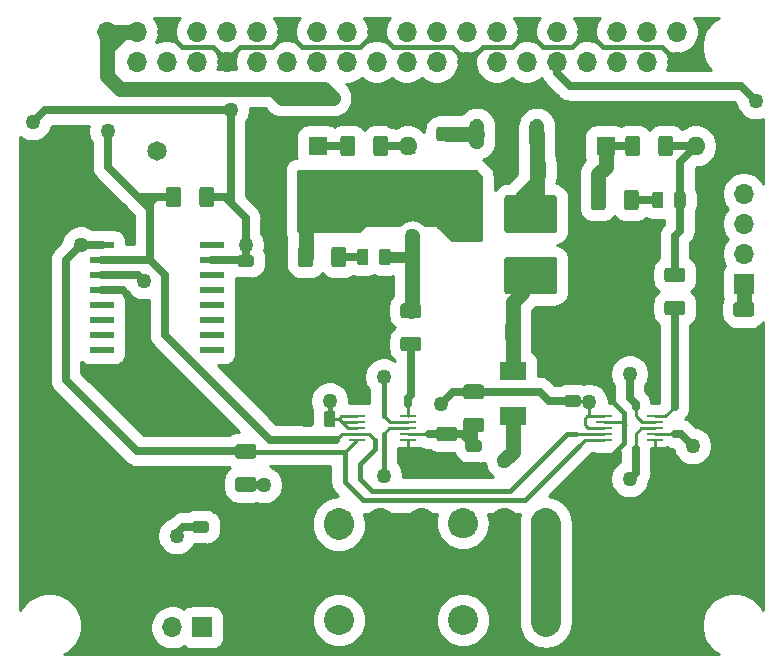
<source format=gbr>
G04 #@! TF.GenerationSoftware,KiCad,Pcbnew,5.1.5+dfsg1-2*
G04 #@! TF.CreationDate,2020-01-02T00:31:21+02:00*
G04 #@! TF.ProjectId,Morfeas_Rpi_Hat,4d6f7266-6561-4735-9f52-70695f486174,V1.0*
G04 #@! TF.SameCoordinates,Original*
G04 #@! TF.FileFunction,Copper,L2,Bot*
G04 #@! TF.FilePolarity,Positive*
%FSLAX46Y46*%
G04 Gerber Fmt 4.6, Leading zero omitted, Abs format (unit mm)*
G04 Created by KiCad (PCBNEW 5.1.5+dfsg1-2) date 2020-01-02 00:31:21*
%MOMM*%
%LPD*%
G04 APERTURE LIST*
G04 #@! TA.AperFunction,ComponentPad*
%ADD10O,1.700000X1.700000*%
G04 #@! TD*
G04 #@! TA.AperFunction,SMDPad,CuDef*
%ADD11R,2.050000X0.590000*%
G04 #@! TD*
G04 #@! TA.AperFunction,ComponentPad*
%ADD12C,1.650000*%
G04 #@! TD*
G04 #@! TA.AperFunction,ComponentPad*
%ADD13C,0.100000*%
G04 #@! TD*
G04 #@! TA.AperFunction,ComponentPad*
%ADD14C,2.540000*%
G04 #@! TD*
G04 #@! TA.AperFunction,ComponentPad*
%ADD15R,1.700000X1.700000*%
G04 #@! TD*
G04 #@! TA.AperFunction,SMDPad,CuDef*
%ADD16C,0.100000*%
G04 #@! TD*
G04 #@! TA.AperFunction,SMDPad,CuDef*
%ADD17R,1.600200X2.199640*%
G04 #@! TD*
G04 #@! TA.AperFunction,ComponentPad*
%ADD18R,1.600000X1.600000*%
G04 #@! TD*
G04 #@! TA.AperFunction,ComponentPad*
%ADD19O,1.600000X1.600000*%
G04 #@! TD*
G04 #@! TA.AperFunction,SMDPad,CuDef*
%ADD20R,1.422400X0.279400*%
G04 #@! TD*
G04 #@! TA.AperFunction,SMDPad,CuDef*
%ADD21R,2.199640X1.600200*%
G04 #@! TD*
G04 #@! TA.AperFunction,ViaPad*
%ADD22C,1.270000*%
G04 #@! TD*
G04 #@! TA.AperFunction,Conductor*
%ADD23C,0.254000*%
G04 #@! TD*
G04 #@! TA.AperFunction,Conductor*
%ADD24C,0.406400*%
G04 #@! TD*
G04 #@! TA.AperFunction,Conductor*
%ADD25C,0.635000*%
G04 #@! TD*
G04 #@! TA.AperFunction,Conductor*
%ADD26C,1.270000*%
G04 #@! TD*
G04 #@! TA.AperFunction,Conductor*
%ADD27C,2.540000*%
G04 #@! TD*
G04 #@! TA.AperFunction,Conductor*
%ADD28C,0.889000*%
G04 #@! TD*
G04 APERTURE END LIST*
D10*
G04 #@! TO.P,J2,40*
G04 #@! TO.N,N/C*
X178224000Y-65770000D03*
G04 #@! TO.P,J2,39*
G04 #@! TO.N,GND*
X178224000Y-68310000D03*
G04 #@! TO.P,J2,38*
G04 #@! TO.N,N/C*
X175684000Y-65770000D03*
G04 #@! TO.P,J2,37*
X175684000Y-68310000D03*
G04 #@! TO.P,J2,36*
X173144000Y-65770000D03*
G04 #@! TO.P,J2,35*
X173144000Y-68310000D03*
G04 #@! TO.P,J2,34*
G04 #@! TO.N,GND*
X170604000Y-65770000D03*
G04 #@! TO.P,J2,33*
G04 #@! TO.N,B*
X170604000Y-68310000D03*
G04 #@! TO.P,J2,32*
G04 #@! TO.N,N/C*
X168064000Y-65770000D03*
G04 #@! TO.P,J2,31*
G04 #@! TO.N,G*
X168064000Y-68310000D03*
G04 #@! TO.P,J2,30*
G04 #@! TO.N,GND*
X165524000Y-65770000D03*
G04 #@! TO.P,J2,29*
G04 #@! TO.N,R*
X165524000Y-68310000D03*
G04 #@! TO.P,J2,28*
G04 #@! TO.N,N/C*
X162984000Y-65770000D03*
G04 #@! TO.P,J2,27*
X162984000Y-68310000D03*
G04 #@! TO.P,J2,26*
X160444000Y-65770000D03*
G04 #@! TO.P,J2,25*
G04 #@! TO.N,GND*
X160444000Y-68310000D03*
G04 #@! TO.P,J2,24*
G04 #@! TO.N,N/C*
X157904000Y-65770000D03*
G04 #@! TO.P,J2,23*
X157904000Y-68310000D03*
G04 #@! TO.P,J2,22*
X155364000Y-65770000D03*
G04 #@! TO.P,J2,21*
X155364000Y-68310000D03*
G04 #@! TO.P,J2,20*
G04 #@! TO.N,GND*
X152824000Y-65770000D03*
G04 #@! TO.P,J2,19*
G04 #@! TO.N,N/C*
X152824000Y-68310000D03*
G04 #@! TO.P,J2,18*
X150284000Y-65770000D03*
G04 #@! TO.P,J2,17*
X150284000Y-68310000D03*
G04 #@! TO.P,J2,16*
X147744000Y-65770000D03*
G04 #@! TO.P,J2,15*
X147744000Y-68310000D03*
G04 #@! TO.P,J2,14*
G04 #@! TO.N,GND*
X145204000Y-65770000D03*
G04 #@! TO.P,J2,13*
G04 #@! TO.N,N/C*
X145204000Y-68310000D03*
G04 #@! TO.P,J2,12*
X142664000Y-65770000D03*
G04 #@! TO.P,J2,11*
X142664000Y-68310000D03*
G04 #@! TO.P,J2,10*
G04 #@! TO.N,RXD*
X140124000Y-65770000D03*
G04 #@! TO.P,J2,9*
G04 #@! TO.N,GND*
X140124000Y-68310000D03*
G04 #@! TO.P,J2,8*
G04 #@! TO.N,TXD*
X137584000Y-65770000D03*
G04 #@! TO.P,J2,7*
G04 #@! TO.N,N/C*
X137584000Y-68310000D03*
G04 #@! TO.P,J2,6*
G04 #@! TO.N,GND*
X135044000Y-65770000D03*
G04 #@! TO.P,J2,5*
G04 #@! TO.N,SCL*
X135044000Y-68310000D03*
G04 #@! TO.P,J2,4*
G04 #@! TO.N,+5V*
X132504000Y-65770000D03*
G04 #@! TO.P,J2,3*
G04 #@! TO.N,SDA*
X132504000Y-68310000D03*
G04 #@! TO.P,J2,2*
G04 #@! TO.N,+5V*
X129964000Y-65770000D03*
G04 #@! TD*
D11*
G04 #@! TO.P,U1,1*
G04 #@! TO.N,N/C*
X138894000Y-83820000D03*
G04 #@! TO.P,U1,2*
G04 #@! TO.N,+3V3*
X138894000Y-85090000D03*
G04 #@! TO.P,U1,3*
G04 #@! TO.N,N/C*
X138894000Y-86360000D03*
G04 #@! TO.P,U1,4*
X138894000Y-87630000D03*
G04 #@! TO.P,U1,5*
X138894000Y-88900000D03*
G04 #@! TO.P,U1,6*
X138894000Y-90170000D03*
G04 #@! TO.P,U1,7*
X138894000Y-91440000D03*
G04 #@! TO.P,U1,8*
X138894000Y-92710000D03*
G04 #@! TO.P,U1,9*
X129584000Y-92710000D03*
G04 #@! TO.P,U1,10*
X129584000Y-91440000D03*
G04 #@! TO.P,U1,11*
X129584000Y-90170000D03*
G04 #@! TO.P,U1,12*
X129584000Y-88900000D03*
G04 #@! TO.P,U1,13*
G04 #@! TO.N,GND*
X129584000Y-87630000D03*
G04 #@! TO.P,U1,14*
G04 #@! TO.N,Net-(BT1-Pad1)*
X129584000Y-86360000D03*
G04 #@! TO.P,U1,15*
G04 #@! TO.N,SDA*
X129584000Y-85090000D03*
G04 #@! TO.P,U1,16*
G04 #@! TO.N,SCL*
X129584000Y-83820000D03*
G04 #@! TD*
D12*
G04 #@! TO.P,BT1,2*
G04 #@! TO.N,GND*
X134239000Y-95885000D03*
G04 #@! TO.P,BT1,1*
G04 #@! TO.N,Net-(BT1-Pad1)*
X134239000Y-75885000D03*
G04 #@! TD*
G04 #@! TA.AperFunction,ComponentPad*
D13*
G04 #@! TO.P,U2,3*
G04 #@! TO.N,+5V*
G36*
X161352242Y-73155058D02*
G01*
X161413883Y-73164201D01*
X161474332Y-73179343D01*
X161533005Y-73200336D01*
X161589338Y-73226980D01*
X161642788Y-73259017D01*
X161692841Y-73296138D01*
X161739014Y-73337987D01*
X161780863Y-73384160D01*
X161817984Y-73434213D01*
X161850021Y-73487663D01*
X161876665Y-73543996D01*
X161897658Y-73602669D01*
X161912800Y-73663118D01*
X161921943Y-73724759D01*
X161925001Y-73787000D01*
X161925001Y-75057000D01*
X161921943Y-75119241D01*
X161912800Y-75180882D01*
X161897658Y-75241331D01*
X161876665Y-75300004D01*
X161850021Y-75356337D01*
X161817984Y-75409787D01*
X161780863Y-75459840D01*
X161739014Y-75506013D01*
X161692841Y-75547862D01*
X161642788Y-75584983D01*
X161589338Y-75617020D01*
X161533005Y-75643664D01*
X161474332Y-75664657D01*
X161413883Y-75679799D01*
X161352242Y-75688942D01*
X161290001Y-75692000D01*
X161289999Y-75692000D01*
X161227758Y-75688942D01*
X161166117Y-75679799D01*
X161105668Y-75664657D01*
X161046995Y-75643664D01*
X160990662Y-75617020D01*
X160937212Y-75584983D01*
X160887159Y-75547862D01*
X160840986Y-75506013D01*
X160799137Y-75459840D01*
X160762016Y-75409787D01*
X160729979Y-75356337D01*
X160703335Y-75300004D01*
X160682342Y-75241331D01*
X160667200Y-75180882D01*
X160658057Y-75119241D01*
X160654999Y-75057000D01*
X160654999Y-73787000D01*
X160658057Y-73724759D01*
X160667200Y-73663118D01*
X160682342Y-73602669D01*
X160703335Y-73543996D01*
X160729979Y-73487663D01*
X160762016Y-73434213D01*
X160799137Y-73384160D01*
X160840986Y-73337987D01*
X160887159Y-73296138D01*
X160937212Y-73259017D01*
X160990662Y-73226980D01*
X161046995Y-73200336D01*
X161105668Y-73179343D01*
X161166117Y-73164201D01*
X161227758Y-73155058D01*
X161289999Y-73152000D01*
X161290001Y-73152000D01*
X161352242Y-73155058D01*
G37*
G04 #@! TD.AperFunction*
G04 #@! TA.AperFunction,ComponentPad*
G04 #@! TO.P,U2,2*
G04 #@! TO.N,GND*
G36*
X163892242Y-73155058D02*
G01*
X163953883Y-73164201D01*
X164014332Y-73179343D01*
X164073005Y-73200336D01*
X164129338Y-73226980D01*
X164182788Y-73259017D01*
X164232841Y-73296138D01*
X164279014Y-73337987D01*
X164320863Y-73384160D01*
X164357984Y-73434213D01*
X164390021Y-73487663D01*
X164416665Y-73543996D01*
X164437658Y-73602669D01*
X164452800Y-73663118D01*
X164461943Y-73724759D01*
X164465001Y-73787000D01*
X164465001Y-75057000D01*
X164461943Y-75119241D01*
X164452800Y-75180882D01*
X164437658Y-75241331D01*
X164416665Y-75300004D01*
X164390021Y-75356337D01*
X164357984Y-75409787D01*
X164320863Y-75459840D01*
X164279014Y-75506013D01*
X164232841Y-75547862D01*
X164182788Y-75584983D01*
X164129338Y-75617020D01*
X164073005Y-75643664D01*
X164014332Y-75664657D01*
X163953883Y-75679799D01*
X163892242Y-75688942D01*
X163830001Y-75692000D01*
X163829999Y-75692000D01*
X163767758Y-75688942D01*
X163706117Y-75679799D01*
X163645668Y-75664657D01*
X163586995Y-75643664D01*
X163530662Y-75617020D01*
X163477212Y-75584983D01*
X163427159Y-75547862D01*
X163380986Y-75506013D01*
X163339137Y-75459840D01*
X163302016Y-75409787D01*
X163269979Y-75356337D01*
X163243335Y-75300004D01*
X163222342Y-75241331D01*
X163207200Y-75180882D01*
X163198057Y-75119241D01*
X163194999Y-75057000D01*
X163194999Y-73787000D01*
X163198057Y-73724759D01*
X163207200Y-73663118D01*
X163222342Y-73602669D01*
X163243335Y-73543996D01*
X163269979Y-73487663D01*
X163302016Y-73434213D01*
X163339137Y-73384160D01*
X163380986Y-73337987D01*
X163427159Y-73296138D01*
X163477212Y-73259017D01*
X163530662Y-73226980D01*
X163586995Y-73200336D01*
X163645668Y-73179343D01*
X163706117Y-73164201D01*
X163767758Y-73155058D01*
X163829999Y-73152000D01*
X163830001Y-73152000D01*
X163892242Y-73155058D01*
G37*
G04 #@! TD.AperFunction*
G04 #@! TA.AperFunction,ComponentPad*
G04 #@! TO.P,U2,1*
G04 #@! TO.N,Net-(C2-Pad1)*
G36*
X166432242Y-73155058D02*
G01*
X166493883Y-73164201D01*
X166554332Y-73179343D01*
X166613005Y-73200336D01*
X166669338Y-73226980D01*
X166722788Y-73259017D01*
X166772841Y-73296138D01*
X166819014Y-73337987D01*
X166860863Y-73384160D01*
X166897984Y-73434213D01*
X166930021Y-73487663D01*
X166956665Y-73543996D01*
X166977658Y-73602669D01*
X166992800Y-73663118D01*
X167001943Y-73724759D01*
X167005001Y-73787000D01*
X167005001Y-75057000D01*
X167001943Y-75119241D01*
X166992800Y-75180882D01*
X166977658Y-75241331D01*
X166956665Y-75300004D01*
X166930021Y-75356337D01*
X166897984Y-75409787D01*
X166860863Y-75459840D01*
X166819014Y-75506013D01*
X166772841Y-75547862D01*
X166722788Y-75584983D01*
X166669338Y-75617020D01*
X166613005Y-75643664D01*
X166554332Y-75664657D01*
X166493883Y-75679799D01*
X166432242Y-75688942D01*
X166370001Y-75692000D01*
X166369999Y-75692000D01*
X166307758Y-75688942D01*
X166246117Y-75679799D01*
X166185668Y-75664657D01*
X166126995Y-75643664D01*
X166070662Y-75617020D01*
X166017212Y-75584983D01*
X165967159Y-75547862D01*
X165920986Y-75506013D01*
X165879137Y-75459840D01*
X165842016Y-75409787D01*
X165809979Y-75356337D01*
X165783335Y-75300004D01*
X165762342Y-75241331D01*
X165747200Y-75180882D01*
X165738057Y-75119241D01*
X165734999Y-75057000D01*
X165734999Y-73787000D01*
X165738057Y-73724759D01*
X165747200Y-73663118D01*
X165762342Y-73602669D01*
X165783335Y-73543996D01*
X165809979Y-73487663D01*
X165842016Y-73434213D01*
X165879137Y-73384160D01*
X165920986Y-73337987D01*
X165967159Y-73296138D01*
X166017212Y-73259017D01*
X166070662Y-73226980D01*
X166126995Y-73200336D01*
X166185668Y-73179343D01*
X166246117Y-73164201D01*
X166307758Y-73155058D01*
X166369999Y-73152000D01*
X166370001Y-73152000D01*
X166432242Y-73155058D01*
G37*
G04 #@! TD.AperFunction*
G04 #@! TD*
D14*
G04 #@! TO.P,J1,8*
G04 #@! TO.N,GND*
X174124000Y-115570000D03*
G04 #@! TO.P,J1,7*
X170624000Y-115570000D03*
G04 #@! TO.P,J1,6*
G04 #@! TO.N,/CAN0_P+*
X167124000Y-115570000D03*
G04 #@! TO.P,J1,5*
G04 #@! TO.N,GND*
X163624000Y-115570000D03*
G04 #@! TO.P,J1,4*
G04 #@! TO.N,+24V*
X160124000Y-115570000D03*
G04 #@! TO.P,J1,3*
G04 #@! TO.N,GND*
X156624000Y-115570000D03*
G04 #@! TO.P,J1,2*
X153124000Y-115570000D03*
G04 #@! TO.P,J1,1*
G04 #@! TO.N,/CAN1_P+*
X149624000Y-115570000D03*
G04 #@! TA.AperFunction,ComponentPad*
D13*
G36*
X149748483Y-106106114D02*
G01*
X149871766Y-106124402D01*
X149992663Y-106154685D01*
X150110009Y-106196672D01*
X150222675Y-106249959D01*
X150329575Y-106314033D01*
X150429680Y-106388276D01*
X150522027Y-106471973D01*
X150605724Y-106564320D01*
X150679967Y-106664425D01*
X150744041Y-106771325D01*
X150797328Y-106883991D01*
X150839315Y-107001337D01*
X150869598Y-107122234D01*
X150887886Y-107245517D01*
X150894001Y-107369999D01*
X150894001Y-107370001D01*
X150887886Y-107494483D01*
X150869598Y-107617766D01*
X150839315Y-107738663D01*
X150797328Y-107856009D01*
X150744041Y-107968675D01*
X150679967Y-108075575D01*
X150605724Y-108175680D01*
X150522027Y-108268027D01*
X150429680Y-108351724D01*
X150329575Y-108425967D01*
X150222675Y-108490041D01*
X150110009Y-108543328D01*
X149992663Y-108585315D01*
X149871766Y-108615598D01*
X149748483Y-108633886D01*
X149624001Y-108640001D01*
X149623999Y-108640001D01*
X149499517Y-108633886D01*
X149376234Y-108615598D01*
X149255337Y-108585315D01*
X149137991Y-108543328D01*
X149025325Y-108490041D01*
X148918425Y-108425967D01*
X148818320Y-108351724D01*
X148725973Y-108268027D01*
X148642276Y-108175680D01*
X148568033Y-108075575D01*
X148503959Y-107968675D01*
X148450672Y-107856009D01*
X148408685Y-107738663D01*
X148378402Y-107617766D01*
X148360114Y-107494483D01*
X148353999Y-107370001D01*
X148353999Y-107369999D01*
X148360114Y-107245517D01*
X148378402Y-107122234D01*
X148408685Y-107001337D01*
X148450672Y-106883991D01*
X148503959Y-106771325D01*
X148568033Y-106664425D01*
X148642276Y-106564320D01*
X148725973Y-106471973D01*
X148818320Y-106388276D01*
X148918425Y-106314033D01*
X149025325Y-106249959D01*
X149137991Y-106196672D01*
X149255337Y-106154685D01*
X149376234Y-106124402D01*
X149499517Y-106106114D01*
X149623999Y-106099999D01*
X149624001Y-106099999D01*
X149748483Y-106106114D01*
G37*
G04 #@! TD.AperFunction*
G04 #@! TA.AperFunction,ComponentPad*
G04 #@! TO.P,J1,2*
G04 #@! TO.N,GND*
G36*
X153248483Y-106106114D02*
G01*
X153371766Y-106124402D01*
X153492663Y-106154685D01*
X153610009Y-106196672D01*
X153722675Y-106249959D01*
X153829575Y-106314033D01*
X153929680Y-106388276D01*
X154022027Y-106471973D01*
X154105724Y-106564320D01*
X154179967Y-106664425D01*
X154244041Y-106771325D01*
X154297328Y-106883991D01*
X154339315Y-107001337D01*
X154369598Y-107122234D01*
X154387886Y-107245517D01*
X154394001Y-107369999D01*
X154394001Y-107370001D01*
X154387886Y-107494483D01*
X154369598Y-107617766D01*
X154339315Y-107738663D01*
X154297328Y-107856009D01*
X154244041Y-107968675D01*
X154179967Y-108075575D01*
X154105724Y-108175680D01*
X154022027Y-108268027D01*
X153929680Y-108351724D01*
X153829575Y-108425967D01*
X153722675Y-108490041D01*
X153610009Y-108543328D01*
X153492663Y-108585315D01*
X153371766Y-108615598D01*
X153248483Y-108633886D01*
X153124001Y-108640001D01*
X153123999Y-108640001D01*
X152999517Y-108633886D01*
X152876234Y-108615598D01*
X152755337Y-108585315D01*
X152637991Y-108543328D01*
X152525325Y-108490041D01*
X152418425Y-108425967D01*
X152318320Y-108351724D01*
X152225973Y-108268027D01*
X152142276Y-108175680D01*
X152068033Y-108075575D01*
X152003959Y-107968675D01*
X151950672Y-107856009D01*
X151908685Y-107738663D01*
X151878402Y-107617766D01*
X151860114Y-107494483D01*
X151853999Y-107370001D01*
X151853999Y-107369999D01*
X151860114Y-107245517D01*
X151878402Y-107122234D01*
X151908685Y-107001337D01*
X151950672Y-106883991D01*
X152003959Y-106771325D01*
X152068033Y-106664425D01*
X152142276Y-106564320D01*
X152225973Y-106471973D01*
X152318320Y-106388276D01*
X152418425Y-106314033D01*
X152525325Y-106249959D01*
X152637991Y-106196672D01*
X152755337Y-106154685D01*
X152876234Y-106124402D01*
X152999517Y-106106114D01*
X153123999Y-106099999D01*
X153124001Y-106099999D01*
X153248483Y-106106114D01*
G37*
G04 #@! TD.AperFunction*
G04 #@! TA.AperFunction,ComponentPad*
G04 #@! TO.P,J1,3*
G36*
X156748483Y-106106114D02*
G01*
X156871766Y-106124402D01*
X156992663Y-106154685D01*
X157110009Y-106196672D01*
X157222675Y-106249959D01*
X157329575Y-106314033D01*
X157429680Y-106388276D01*
X157522027Y-106471973D01*
X157605724Y-106564320D01*
X157679967Y-106664425D01*
X157744041Y-106771325D01*
X157797328Y-106883991D01*
X157839315Y-107001337D01*
X157869598Y-107122234D01*
X157887886Y-107245517D01*
X157894001Y-107369999D01*
X157894001Y-107370001D01*
X157887886Y-107494483D01*
X157869598Y-107617766D01*
X157839315Y-107738663D01*
X157797328Y-107856009D01*
X157744041Y-107968675D01*
X157679967Y-108075575D01*
X157605724Y-108175680D01*
X157522027Y-108268027D01*
X157429680Y-108351724D01*
X157329575Y-108425967D01*
X157222675Y-108490041D01*
X157110009Y-108543328D01*
X156992663Y-108585315D01*
X156871766Y-108615598D01*
X156748483Y-108633886D01*
X156624001Y-108640001D01*
X156623999Y-108640001D01*
X156499517Y-108633886D01*
X156376234Y-108615598D01*
X156255337Y-108585315D01*
X156137991Y-108543328D01*
X156025325Y-108490041D01*
X155918425Y-108425967D01*
X155818320Y-108351724D01*
X155725973Y-108268027D01*
X155642276Y-108175680D01*
X155568033Y-108075575D01*
X155503959Y-107968675D01*
X155450672Y-107856009D01*
X155408685Y-107738663D01*
X155378402Y-107617766D01*
X155360114Y-107494483D01*
X155353999Y-107370001D01*
X155353999Y-107369999D01*
X155360114Y-107245517D01*
X155378402Y-107122234D01*
X155408685Y-107001337D01*
X155450672Y-106883991D01*
X155503959Y-106771325D01*
X155568033Y-106664425D01*
X155642276Y-106564320D01*
X155725973Y-106471973D01*
X155818320Y-106388276D01*
X155918425Y-106314033D01*
X156025325Y-106249959D01*
X156137991Y-106196672D01*
X156255337Y-106154685D01*
X156376234Y-106124402D01*
X156499517Y-106106114D01*
X156623999Y-106099999D01*
X156624001Y-106099999D01*
X156748483Y-106106114D01*
G37*
G04 #@! TD.AperFunction*
G04 #@! TA.AperFunction,ComponentPad*
G04 #@! TO.P,J1,4*
G04 #@! TO.N,+24V*
G36*
X160248483Y-106106114D02*
G01*
X160371766Y-106124402D01*
X160492663Y-106154685D01*
X160610009Y-106196672D01*
X160722675Y-106249959D01*
X160829575Y-106314033D01*
X160929680Y-106388276D01*
X161022027Y-106471973D01*
X161105724Y-106564320D01*
X161179967Y-106664425D01*
X161244041Y-106771325D01*
X161297328Y-106883991D01*
X161339315Y-107001337D01*
X161369598Y-107122234D01*
X161387886Y-107245517D01*
X161394001Y-107369999D01*
X161394001Y-107370001D01*
X161387886Y-107494483D01*
X161369598Y-107617766D01*
X161339315Y-107738663D01*
X161297328Y-107856009D01*
X161244041Y-107968675D01*
X161179967Y-108075575D01*
X161105724Y-108175680D01*
X161022027Y-108268027D01*
X160929680Y-108351724D01*
X160829575Y-108425967D01*
X160722675Y-108490041D01*
X160610009Y-108543328D01*
X160492663Y-108585315D01*
X160371766Y-108615598D01*
X160248483Y-108633886D01*
X160124001Y-108640001D01*
X160123999Y-108640001D01*
X159999517Y-108633886D01*
X159876234Y-108615598D01*
X159755337Y-108585315D01*
X159637991Y-108543328D01*
X159525325Y-108490041D01*
X159418425Y-108425967D01*
X159318320Y-108351724D01*
X159225973Y-108268027D01*
X159142276Y-108175680D01*
X159068033Y-108075575D01*
X159003959Y-107968675D01*
X158950672Y-107856009D01*
X158908685Y-107738663D01*
X158878402Y-107617766D01*
X158860114Y-107494483D01*
X158853999Y-107370001D01*
X158853999Y-107369999D01*
X158860114Y-107245517D01*
X158878402Y-107122234D01*
X158908685Y-107001337D01*
X158950672Y-106883991D01*
X159003959Y-106771325D01*
X159068033Y-106664425D01*
X159142276Y-106564320D01*
X159225973Y-106471973D01*
X159318320Y-106388276D01*
X159418425Y-106314033D01*
X159525325Y-106249959D01*
X159637991Y-106196672D01*
X159755337Y-106154685D01*
X159876234Y-106124402D01*
X159999517Y-106106114D01*
X160123999Y-106099999D01*
X160124001Y-106099999D01*
X160248483Y-106106114D01*
G37*
G04 #@! TD.AperFunction*
G04 #@! TA.AperFunction,ComponentPad*
G04 #@! TO.P,J1,5*
G04 #@! TO.N,GND*
G36*
X163748483Y-106106114D02*
G01*
X163871766Y-106124402D01*
X163992663Y-106154685D01*
X164110009Y-106196672D01*
X164222675Y-106249959D01*
X164329575Y-106314033D01*
X164429680Y-106388276D01*
X164522027Y-106471973D01*
X164605724Y-106564320D01*
X164679967Y-106664425D01*
X164744041Y-106771325D01*
X164797328Y-106883991D01*
X164839315Y-107001337D01*
X164869598Y-107122234D01*
X164887886Y-107245517D01*
X164894001Y-107369999D01*
X164894001Y-107370001D01*
X164887886Y-107494483D01*
X164869598Y-107617766D01*
X164839315Y-107738663D01*
X164797328Y-107856009D01*
X164744041Y-107968675D01*
X164679967Y-108075575D01*
X164605724Y-108175680D01*
X164522027Y-108268027D01*
X164429680Y-108351724D01*
X164329575Y-108425967D01*
X164222675Y-108490041D01*
X164110009Y-108543328D01*
X163992663Y-108585315D01*
X163871766Y-108615598D01*
X163748483Y-108633886D01*
X163624001Y-108640001D01*
X163623999Y-108640001D01*
X163499517Y-108633886D01*
X163376234Y-108615598D01*
X163255337Y-108585315D01*
X163137991Y-108543328D01*
X163025325Y-108490041D01*
X162918425Y-108425967D01*
X162818320Y-108351724D01*
X162725973Y-108268027D01*
X162642276Y-108175680D01*
X162568033Y-108075575D01*
X162503959Y-107968675D01*
X162450672Y-107856009D01*
X162408685Y-107738663D01*
X162378402Y-107617766D01*
X162360114Y-107494483D01*
X162353999Y-107370001D01*
X162353999Y-107369999D01*
X162360114Y-107245517D01*
X162378402Y-107122234D01*
X162408685Y-107001337D01*
X162450672Y-106883991D01*
X162503959Y-106771325D01*
X162568033Y-106664425D01*
X162642276Y-106564320D01*
X162725973Y-106471973D01*
X162818320Y-106388276D01*
X162918425Y-106314033D01*
X163025325Y-106249959D01*
X163137991Y-106196672D01*
X163255337Y-106154685D01*
X163376234Y-106124402D01*
X163499517Y-106106114D01*
X163623999Y-106099999D01*
X163624001Y-106099999D01*
X163748483Y-106106114D01*
G37*
G04 #@! TD.AperFunction*
G04 #@! TA.AperFunction,ComponentPad*
G04 #@! TO.P,J1,6*
G04 #@! TO.N,/CAN0_P+*
G36*
X167248483Y-106106114D02*
G01*
X167371766Y-106124402D01*
X167492663Y-106154685D01*
X167610009Y-106196672D01*
X167722675Y-106249959D01*
X167829575Y-106314033D01*
X167929680Y-106388276D01*
X168022027Y-106471973D01*
X168105724Y-106564320D01*
X168179967Y-106664425D01*
X168244041Y-106771325D01*
X168297328Y-106883991D01*
X168339315Y-107001337D01*
X168369598Y-107122234D01*
X168387886Y-107245517D01*
X168394001Y-107369999D01*
X168394001Y-107370001D01*
X168387886Y-107494483D01*
X168369598Y-107617766D01*
X168339315Y-107738663D01*
X168297328Y-107856009D01*
X168244041Y-107968675D01*
X168179967Y-108075575D01*
X168105724Y-108175680D01*
X168022027Y-108268027D01*
X167929680Y-108351724D01*
X167829575Y-108425967D01*
X167722675Y-108490041D01*
X167610009Y-108543328D01*
X167492663Y-108585315D01*
X167371766Y-108615598D01*
X167248483Y-108633886D01*
X167124001Y-108640001D01*
X167123999Y-108640001D01*
X166999517Y-108633886D01*
X166876234Y-108615598D01*
X166755337Y-108585315D01*
X166637991Y-108543328D01*
X166525325Y-108490041D01*
X166418425Y-108425967D01*
X166318320Y-108351724D01*
X166225973Y-108268027D01*
X166142276Y-108175680D01*
X166068033Y-108075575D01*
X166003959Y-107968675D01*
X165950672Y-107856009D01*
X165908685Y-107738663D01*
X165878402Y-107617766D01*
X165860114Y-107494483D01*
X165853999Y-107370001D01*
X165853999Y-107369999D01*
X165860114Y-107245517D01*
X165878402Y-107122234D01*
X165908685Y-107001337D01*
X165950672Y-106883991D01*
X166003959Y-106771325D01*
X166068033Y-106664425D01*
X166142276Y-106564320D01*
X166225973Y-106471973D01*
X166318320Y-106388276D01*
X166418425Y-106314033D01*
X166525325Y-106249959D01*
X166637991Y-106196672D01*
X166755337Y-106154685D01*
X166876234Y-106124402D01*
X166999517Y-106106114D01*
X167123999Y-106099999D01*
X167124001Y-106099999D01*
X167248483Y-106106114D01*
G37*
G04 #@! TD.AperFunction*
G04 #@! TA.AperFunction,ComponentPad*
G04 #@! TO.P,J1,7*
G04 #@! TO.N,GND*
G36*
X170748483Y-106106114D02*
G01*
X170871766Y-106124402D01*
X170992663Y-106154685D01*
X171110009Y-106196672D01*
X171222675Y-106249959D01*
X171329575Y-106314033D01*
X171429680Y-106388276D01*
X171522027Y-106471973D01*
X171605724Y-106564320D01*
X171679967Y-106664425D01*
X171744041Y-106771325D01*
X171797328Y-106883991D01*
X171839315Y-107001337D01*
X171869598Y-107122234D01*
X171887886Y-107245517D01*
X171894001Y-107369999D01*
X171894001Y-107370001D01*
X171887886Y-107494483D01*
X171869598Y-107617766D01*
X171839315Y-107738663D01*
X171797328Y-107856009D01*
X171744041Y-107968675D01*
X171679967Y-108075575D01*
X171605724Y-108175680D01*
X171522027Y-108268027D01*
X171429680Y-108351724D01*
X171329575Y-108425967D01*
X171222675Y-108490041D01*
X171110009Y-108543328D01*
X170992663Y-108585315D01*
X170871766Y-108615598D01*
X170748483Y-108633886D01*
X170624001Y-108640001D01*
X170623999Y-108640001D01*
X170499517Y-108633886D01*
X170376234Y-108615598D01*
X170255337Y-108585315D01*
X170137991Y-108543328D01*
X170025325Y-108490041D01*
X169918425Y-108425967D01*
X169818320Y-108351724D01*
X169725973Y-108268027D01*
X169642276Y-108175680D01*
X169568033Y-108075575D01*
X169503959Y-107968675D01*
X169450672Y-107856009D01*
X169408685Y-107738663D01*
X169378402Y-107617766D01*
X169360114Y-107494483D01*
X169353999Y-107370001D01*
X169353999Y-107369999D01*
X169360114Y-107245517D01*
X169378402Y-107122234D01*
X169408685Y-107001337D01*
X169450672Y-106883991D01*
X169503959Y-106771325D01*
X169568033Y-106664425D01*
X169642276Y-106564320D01*
X169725973Y-106471973D01*
X169818320Y-106388276D01*
X169918425Y-106314033D01*
X170025325Y-106249959D01*
X170137991Y-106196672D01*
X170255337Y-106154685D01*
X170376234Y-106124402D01*
X170499517Y-106106114D01*
X170623999Y-106099999D01*
X170624001Y-106099999D01*
X170748483Y-106106114D01*
G37*
G04 #@! TD.AperFunction*
G04 #@! TA.AperFunction,ComponentPad*
G04 #@! TO.P,J1,8*
G36*
X174248483Y-106106114D02*
G01*
X174371766Y-106124402D01*
X174492663Y-106154685D01*
X174610009Y-106196672D01*
X174722675Y-106249959D01*
X174829575Y-106314033D01*
X174929680Y-106388276D01*
X175022027Y-106471973D01*
X175105724Y-106564320D01*
X175179967Y-106664425D01*
X175244041Y-106771325D01*
X175297328Y-106883991D01*
X175339315Y-107001337D01*
X175369598Y-107122234D01*
X175387886Y-107245517D01*
X175394001Y-107369999D01*
X175394001Y-107370001D01*
X175387886Y-107494483D01*
X175369598Y-107617766D01*
X175339315Y-107738663D01*
X175297328Y-107856009D01*
X175244041Y-107968675D01*
X175179967Y-108075575D01*
X175105724Y-108175680D01*
X175022027Y-108268027D01*
X174929680Y-108351724D01*
X174829575Y-108425967D01*
X174722675Y-108490041D01*
X174610009Y-108543328D01*
X174492663Y-108585315D01*
X174371766Y-108615598D01*
X174248483Y-108633886D01*
X174124001Y-108640001D01*
X174123999Y-108640001D01*
X173999517Y-108633886D01*
X173876234Y-108615598D01*
X173755337Y-108585315D01*
X173637991Y-108543328D01*
X173525325Y-108490041D01*
X173418425Y-108425967D01*
X173318320Y-108351724D01*
X173225973Y-108268027D01*
X173142276Y-108175680D01*
X173068033Y-108075575D01*
X173003959Y-107968675D01*
X172950672Y-107856009D01*
X172908685Y-107738663D01*
X172878402Y-107617766D01*
X172860114Y-107494483D01*
X172853999Y-107370001D01*
X172853999Y-107369999D01*
X172860114Y-107245517D01*
X172878402Y-107122234D01*
X172908685Y-107001337D01*
X172950672Y-106883991D01*
X173003959Y-106771325D01*
X173068033Y-106664425D01*
X173142276Y-106564320D01*
X173225973Y-106471973D01*
X173318320Y-106388276D01*
X173418425Y-106314033D01*
X173525325Y-106249959D01*
X173637991Y-106196672D01*
X173755337Y-106154685D01*
X173876234Y-106124402D01*
X173999517Y-106106114D01*
X174123999Y-106099999D01*
X174124001Y-106099999D01*
X174248483Y-106106114D01*
G37*
G04 #@! TD.AperFunction*
G04 #@! TD*
D10*
G04 #@! TO.P,J5,3*
G04 #@! TO.N,GND*
X132969000Y-116205000D03*
G04 #@! TO.P,J5,2*
G04 #@! TO.N,Net-(J5-Pad2)*
X135509000Y-116205000D03*
D15*
G04 #@! TO.P,J5,1*
G04 #@! TO.N,Net-(J5-Pad1)*
X138049000Y-116205000D03*
G04 #@! TD*
G04 #@! TA.AperFunction,SMDPad,CuDef*
D16*
G04 #@! TO.P,R8,2*
G04 #@! TO.N,Net-(C17-Pad1)*
G36*
X156351504Y-88778204D02*
G01*
X156375773Y-88781804D01*
X156399571Y-88787765D01*
X156422671Y-88796030D01*
X156444849Y-88806520D01*
X156465893Y-88819133D01*
X156485598Y-88833747D01*
X156503777Y-88850223D01*
X156520253Y-88868402D01*
X156534867Y-88888107D01*
X156547480Y-88909151D01*
X156557970Y-88931329D01*
X156566235Y-88954429D01*
X156572196Y-88978227D01*
X156575796Y-89002496D01*
X156577000Y-89027000D01*
X156577000Y-89777000D01*
X156575796Y-89801504D01*
X156572196Y-89825773D01*
X156566235Y-89849571D01*
X156557970Y-89872671D01*
X156547480Y-89894849D01*
X156534867Y-89915893D01*
X156520253Y-89935598D01*
X156503777Y-89953777D01*
X156485598Y-89970253D01*
X156465893Y-89984867D01*
X156444849Y-89997480D01*
X156422671Y-90007970D01*
X156399571Y-90016235D01*
X156375773Y-90022196D01*
X156351504Y-90025796D01*
X156327000Y-90027000D01*
X155077000Y-90027000D01*
X155052496Y-90025796D01*
X155028227Y-90022196D01*
X155004429Y-90016235D01*
X154981329Y-90007970D01*
X154959151Y-89997480D01*
X154938107Y-89984867D01*
X154918402Y-89970253D01*
X154900223Y-89953777D01*
X154883747Y-89935598D01*
X154869133Y-89915893D01*
X154856520Y-89894849D01*
X154846030Y-89872671D01*
X154837765Y-89849571D01*
X154831804Y-89825773D01*
X154828204Y-89801504D01*
X154827000Y-89777000D01*
X154827000Y-89027000D01*
X154828204Y-89002496D01*
X154831804Y-88978227D01*
X154837765Y-88954429D01*
X154846030Y-88931329D01*
X154856520Y-88909151D01*
X154869133Y-88888107D01*
X154883747Y-88868402D01*
X154900223Y-88850223D01*
X154918402Y-88833747D01*
X154938107Y-88819133D01*
X154959151Y-88806520D01*
X154981329Y-88796030D01*
X155004429Y-88787765D01*
X155028227Y-88781804D01*
X155052496Y-88778204D01*
X155077000Y-88777000D01*
X156327000Y-88777000D01*
X156351504Y-88778204D01*
G37*
G04 #@! TD.AperFunction*
G04 #@! TA.AperFunction,SMDPad,CuDef*
G04 #@! TO.P,R8,1*
G04 #@! TO.N,Net-(R8-Pad1)*
G36*
X156351504Y-91578204D02*
G01*
X156375773Y-91581804D01*
X156399571Y-91587765D01*
X156422671Y-91596030D01*
X156444849Y-91606520D01*
X156465893Y-91619133D01*
X156485598Y-91633747D01*
X156503777Y-91650223D01*
X156520253Y-91668402D01*
X156534867Y-91688107D01*
X156547480Y-91709151D01*
X156557970Y-91731329D01*
X156566235Y-91754429D01*
X156572196Y-91778227D01*
X156575796Y-91802496D01*
X156577000Y-91827000D01*
X156577000Y-92577000D01*
X156575796Y-92601504D01*
X156572196Y-92625773D01*
X156566235Y-92649571D01*
X156557970Y-92672671D01*
X156547480Y-92694849D01*
X156534867Y-92715893D01*
X156520253Y-92735598D01*
X156503777Y-92753777D01*
X156485598Y-92770253D01*
X156465893Y-92784867D01*
X156444849Y-92797480D01*
X156422671Y-92807970D01*
X156399571Y-92816235D01*
X156375773Y-92822196D01*
X156351504Y-92825796D01*
X156327000Y-92827000D01*
X155077000Y-92827000D01*
X155052496Y-92825796D01*
X155028227Y-92822196D01*
X155004429Y-92816235D01*
X154981329Y-92807970D01*
X154959151Y-92797480D01*
X154938107Y-92784867D01*
X154918402Y-92770253D01*
X154900223Y-92753777D01*
X154883747Y-92735598D01*
X154869133Y-92715893D01*
X154856520Y-92694849D01*
X154846030Y-92672671D01*
X154837765Y-92649571D01*
X154831804Y-92625773D01*
X154828204Y-92601504D01*
X154827000Y-92577000D01*
X154827000Y-91827000D01*
X154828204Y-91802496D01*
X154831804Y-91778227D01*
X154837765Y-91754429D01*
X154846030Y-91731329D01*
X154856520Y-91709151D01*
X154869133Y-91688107D01*
X154883747Y-91668402D01*
X154900223Y-91650223D01*
X154918402Y-91633747D01*
X154938107Y-91619133D01*
X154959151Y-91606520D01*
X154981329Y-91596030D01*
X155004429Y-91587765D01*
X155028227Y-91581804D01*
X155052496Y-91578204D01*
X155077000Y-91577000D01*
X156327000Y-91577000D01*
X156351504Y-91578204D01*
G37*
G04 #@! TD.AperFunction*
G04 #@! TD*
G04 #@! TA.AperFunction,SMDPad,CuDef*
G04 #@! TO.P,R15,2*
G04 #@! TO.N,+24V*
G36*
X147205504Y-83962204D02*
G01*
X147229773Y-83965804D01*
X147253571Y-83971765D01*
X147276671Y-83980030D01*
X147298849Y-83990520D01*
X147319893Y-84003133D01*
X147339598Y-84017747D01*
X147357777Y-84034223D01*
X147374253Y-84052402D01*
X147388867Y-84072107D01*
X147401480Y-84093151D01*
X147411970Y-84115329D01*
X147420235Y-84138429D01*
X147426196Y-84162227D01*
X147429796Y-84186496D01*
X147431000Y-84211000D01*
X147431000Y-85461000D01*
X147429796Y-85485504D01*
X147426196Y-85509773D01*
X147420235Y-85533571D01*
X147411970Y-85556671D01*
X147401480Y-85578849D01*
X147388867Y-85599893D01*
X147374253Y-85619598D01*
X147357777Y-85637777D01*
X147339598Y-85654253D01*
X147319893Y-85668867D01*
X147298849Y-85681480D01*
X147276671Y-85691970D01*
X147253571Y-85700235D01*
X147229773Y-85706196D01*
X147205504Y-85709796D01*
X147181000Y-85711000D01*
X146431000Y-85711000D01*
X146406496Y-85709796D01*
X146382227Y-85706196D01*
X146358429Y-85700235D01*
X146335329Y-85691970D01*
X146313151Y-85681480D01*
X146292107Y-85668867D01*
X146272402Y-85654253D01*
X146254223Y-85637777D01*
X146237747Y-85619598D01*
X146223133Y-85599893D01*
X146210520Y-85578849D01*
X146200030Y-85556671D01*
X146191765Y-85533571D01*
X146185804Y-85509773D01*
X146182204Y-85485504D01*
X146181000Y-85461000D01*
X146181000Y-84211000D01*
X146182204Y-84186496D01*
X146185804Y-84162227D01*
X146191765Y-84138429D01*
X146200030Y-84115329D01*
X146210520Y-84093151D01*
X146223133Y-84072107D01*
X146237747Y-84052402D01*
X146254223Y-84034223D01*
X146272402Y-84017747D01*
X146292107Y-84003133D01*
X146313151Y-83990520D01*
X146335329Y-83980030D01*
X146358429Y-83971765D01*
X146382227Y-83965804D01*
X146406496Y-83962204D01*
X146431000Y-83961000D01*
X147181000Y-83961000D01*
X147205504Y-83962204D01*
G37*
G04 #@! TD.AperFunction*
G04 #@! TA.AperFunction,SMDPad,CuDef*
G04 #@! TO.P,R15,1*
G04 #@! TO.N,Net-(C17-Pad2)*
G36*
X150005504Y-83962204D02*
G01*
X150029773Y-83965804D01*
X150053571Y-83971765D01*
X150076671Y-83980030D01*
X150098849Y-83990520D01*
X150119893Y-84003133D01*
X150139598Y-84017747D01*
X150157777Y-84034223D01*
X150174253Y-84052402D01*
X150188867Y-84072107D01*
X150201480Y-84093151D01*
X150211970Y-84115329D01*
X150220235Y-84138429D01*
X150226196Y-84162227D01*
X150229796Y-84186496D01*
X150231000Y-84211000D01*
X150231000Y-85461000D01*
X150229796Y-85485504D01*
X150226196Y-85509773D01*
X150220235Y-85533571D01*
X150211970Y-85556671D01*
X150201480Y-85578849D01*
X150188867Y-85599893D01*
X150174253Y-85619598D01*
X150157777Y-85637777D01*
X150139598Y-85654253D01*
X150119893Y-85668867D01*
X150098849Y-85681480D01*
X150076671Y-85691970D01*
X150053571Y-85700235D01*
X150029773Y-85706196D01*
X150005504Y-85709796D01*
X149981000Y-85711000D01*
X149231000Y-85711000D01*
X149206496Y-85709796D01*
X149182227Y-85706196D01*
X149158429Y-85700235D01*
X149135329Y-85691970D01*
X149113151Y-85681480D01*
X149092107Y-85668867D01*
X149072402Y-85654253D01*
X149054223Y-85637777D01*
X149037747Y-85619598D01*
X149023133Y-85599893D01*
X149010520Y-85578849D01*
X149000030Y-85556671D01*
X148991765Y-85533571D01*
X148985804Y-85509773D01*
X148982204Y-85485504D01*
X148981000Y-85461000D01*
X148981000Y-84211000D01*
X148982204Y-84186496D01*
X148985804Y-84162227D01*
X148991765Y-84138429D01*
X149000030Y-84115329D01*
X149010520Y-84093151D01*
X149023133Y-84072107D01*
X149037747Y-84052402D01*
X149054223Y-84034223D01*
X149072402Y-84017747D01*
X149092107Y-84003133D01*
X149113151Y-83990520D01*
X149135329Y-83980030D01*
X149158429Y-83971765D01*
X149182227Y-83965804D01*
X149206496Y-83962204D01*
X149231000Y-83961000D01*
X149981000Y-83961000D01*
X150005504Y-83962204D01*
G37*
G04 #@! TD.AperFunction*
G04 #@! TD*
G04 #@! TA.AperFunction,SMDPad,CuDef*
G04 #@! TO.P,R14,2*
G04 #@! TO.N,+24V*
G36*
X171973504Y-79136204D02*
G01*
X171997773Y-79139804D01*
X172021571Y-79145765D01*
X172044671Y-79154030D01*
X172066849Y-79164520D01*
X172087893Y-79177133D01*
X172107598Y-79191747D01*
X172125777Y-79208223D01*
X172142253Y-79226402D01*
X172156867Y-79246107D01*
X172169480Y-79267151D01*
X172179970Y-79289329D01*
X172188235Y-79312429D01*
X172194196Y-79336227D01*
X172197796Y-79360496D01*
X172199000Y-79385000D01*
X172199000Y-80635000D01*
X172197796Y-80659504D01*
X172194196Y-80683773D01*
X172188235Y-80707571D01*
X172179970Y-80730671D01*
X172169480Y-80752849D01*
X172156867Y-80773893D01*
X172142253Y-80793598D01*
X172125777Y-80811777D01*
X172107598Y-80828253D01*
X172087893Y-80842867D01*
X172066849Y-80855480D01*
X172044671Y-80865970D01*
X172021571Y-80874235D01*
X171997773Y-80880196D01*
X171973504Y-80883796D01*
X171949000Y-80885000D01*
X171199000Y-80885000D01*
X171174496Y-80883796D01*
X171150227Y-80880196D01*
X171126429Y-80874235D01*
X171103329Y-80865970D01*
X171081151Y-80855480D01*
X171060107Y-80842867D01*
X171040402Y-80828253D01*
X171022223Y-80811777D01*
X171005747Y-80793598D01*
X170991133Y-80773893D01*
X170978520Y-80752849D01*
X170968030Y-80730671D01*
X170959765Y-80707571D01*
X170953804Y-80683773D01*
X170950204Y-80659504D01*
X170949000Y-80635000D01*
X170949000Y-79385000D01*
X170950204Y-79360496D01*
X170953804Y-79336227D01*
X170959765Y-79312429D01*
X170968030Y-79289329D01*
X170978520Y-79267151D01*
X170991133Y-79246107D01*
X171005747Y-79226402D01*
X171022223Y-79208223D01*
X171040402Y-79191747D01*
X171060107Y-79177133D01*
X171081151Y-79164520D01*
X171103329Y-79154030D01*
X171126429Y-79145765D01*
X171150227Y-79139804D01*
X171174496Y-79136204D01*
X171199000Y-79135000D01*
X171949000Y-79135000D01*
X171973504Y-79136204D01*
G37*
G04 #@! TD.AperFunction*
G04 #@! TA.AperFunction,SMDPad,CuDef*
G04 #@! TO.P,R14,1*
G04 #@! TO.N,Net-(C16-Pad2)*
G36*
X174773504Y-79136204D02*
G01*
X174797773Y-79139804D01*
X174821571Y-79145765D01*
X174844671Y-79154030D01*
X174866849Y-79164520D01*
X174887893Y-79177133D01*
X174907598Y-79191747D01*
X174925777Y-79208223D01*
X174942253Y-79226402D01*
X174956867Y-79246107D01*
X174969480Y-79267151D01*
X174979970Y-79289329D01*
X174988235Y-79312429D01*
X174994196Y-79336227D01*
X174997796Y-79360496D01*
X174999000Y-79385000D01*
X174999000Y-80635000D01*
X174997796Y-80659504D01*
X174994196Y-80683773D01*
X174988235Y-80707571D01*
X174979970Y-80730671D01*
X174969480Y-80752849D01*
X174956867Y-80773893D01*
X174942253Y-80793598D01*
X174925777Y-80811777D01*
X174907598Y-80828253D01*
X174887893Y-80842867D01*
X174866849Y-80855480D01*
X174844671Y-80865970D01*
X174821571Y-80874235D01*
X174797773Y-80880196D01*
X174773504Y-80883796D01*
X174749000Y-80885000D01*
X173999000Y-80885000D01*
X173974496Y-80883796D01*
X173950227Y-80880196D01*
X173926429Y-80874235D01*
X173903329Y-80865970D01*
X173881151Y-80855480D01*
X173860107Y-80842867D01*
X173840402Y-80828253D01*
X173822223Y-80811777D01*
X173805747Y-80793598D01*
X173791133Y-80773893D01*
X173778520Y-80752849D01*
X173768030Y-80730671D01*
X173759765Y-80707571D01*
X173753804Y-80683773D01*
X173750204Y-80659504D01*
X173749000Y-80635000D01*
X173749000Y-79385000D01*
X173750204Y-79360496D01*
X173753804Y-79336227D01*
X173759765Y-79312429D01*
X173768030Y-79289329D01*
X173778520Y-79267151D01*
X173791133Y-79246107D01*
X173805747Y-79226402D01*
X173822223Y-79208223D01*
X173840402Y-79191747D01*
X173860107Y-79177133D01*
X173881151Y-79164520D01*
X173903329Y-79154030D01*
X173926429Y-79145765D01*
X173950227Y-79139804D01*
X173974496Y-79136204D01*
X173999000Y-79135000D01*
X174749000Y-79135000D01*
X174773504Y-79136204D01*
G37*
G04 #@! TD.AperFunction*
G04 #@! TD*
G04 #@! TA.AperFunction,SMDPad,CuDef*
G04 #@! TO.P,C17,2*
G04 #@! TO.N,Net-(C17-Pad2)*
G36*
X151905642Y-84137174D02*
G01*
X151929303Y-84140684D01*
X151952507Y-84146496D01*
X151975029Y-84154554D01*
X151996653Y-84164782D01*
X152017170Y-84177079D01*
X152036383Y-84191329D01*
X152054107Y-84207393D01*
X152070171Y-84225117D01*
X152084421Y-84244330D01*
X152096718Y-84264847D01*
X152106946Y-84286471D01*
X152115004Y-84308993D01*
X152120816Y-84332197D01*
X152124326Y-84355858D01*
X152125500Y-84379750D01*
X152125500Y-85292250D01*
X152124326Y-85316142D01*
X152120816Y-85339803D01*
X152115004Y-85363007D01*
X152106946Y-85385529D01*
X152096718Y-85407153D01*
X152084421Y-85427670D01*
X152070171Y-85446883D01*
X152054107Y-85464607D01*
X152036383Y-85480671D01*
X152017170Y-85494921D01*
X151996653Y-85507218D01*
X151975029Y-85517446D01*
X151952507Y-85525504D01*
X151929303Y-85531316D01*
X151905642Y-85534826D01*
X151881750Y-85536000D01*
X151394250Y-85536000D01*
X151370358Y-85534826D01*
X151346697Y-85531316D01*
X151323493Y-85525504D01*
X151300971Y-85517446D01*
X151279347Y-85507218D01*
X151258830Y-85494921D01*
X151239617Y-85480671D01*
X151221893Y-85464607D01*
X151205829Y-85446883D01*
X151191579Y-85427670D01*
X151179282Y-85407153D01*
X151169054Y-85385529D01*
X151160996Y-85363007D01*
X151155184Y-85339803D01*
X151151674Y-85316142D01*
X151150500Y-85292250D01*
X151150500Y-84379750D01*
X151151674Y-84355858D01*
X151155184Y-84332197D01*
X151160996Y-84308993D01*
X151169054Y-84286471D01*
X151179282Y-84264847D01*
X151191579Y-84244330D01*
X151205829Y-84225117D01*
X151221893Y-84207393D01*
X151239617Y-84191329D01*
X151258830Y-84177079D01*
X151279347Y-84164782D01*
X151300971Y-84154554D01*
X151323493Y-84146496D01*
X151346697Y-84140684D01*
X151370358Y-84137174D01*
X151394250Y-84136000D01*
X151881750Y-84136000D01*
X151905642Y-84137174D01*
G37*
G04 #@! TD.AperFunction*
G04 #@! TA.AperFunction,SMDPad,CuDef*
G04 #@! TO.P,C17,1*
G04 #@! TO.N,Net-(C17-Pad1)*
G36*
X153780642Y-84137174D02*
G01*
X153804303Y-84140684D01*
X153827507Y-84146496D01*
X153850029Y-84154554D01*
X153871653Y-84164782D01*
X153892170Y-84177079D01*
X153911383Y-84191329D01*
X153929107Y-84207393D01*
X153945171Y-84225117D01*
X153959421Y-84244330D01*
X153971718Y-84264847D01*
X153981946Y-84286471D01*
X153990004Y-84308993D01*
X153995816Y-84332197D01*
X153999326Y-84355858D01*
X154000500Y-84379750D01*
X154000500Y-85292250D01*
X153999326Y-85316142D01*
X153995816Y-85339803D01*
X153990004Y-85363007D01*
X153981946Y-85385529D01*
X153971718Y-85407153D01*
X153959421Y-85427670D01*
X153945171Y-85446883D01*
X153929107Y-85464607D01*
X153911383Y-85480671D01*
X153892170Y-85494921D01*
X153871653Y-85507218D01*
X153850029Y-85517446D01*
X153827507Y-85525504D01*
X153804303Y-85531316D01*
X153780642Y-85534826D01*
X153756750Y-85536000D01*
X153269250Y-85536000D01*
X153245358Y-85534826D01*
X153221697Y-85531316D01*
X153198493Y-85525504D01*
X153175971Y-85517446D01*
X153154347Y-85507218D01*
X153133830Y-85494921D01*
X153114617Y-85480671D01*
X153096893Y-85464607D01*
X153080829Y-85446883D01*
X153066579Y-85427670D01*
X153054282Y-85407153D01*
X153044054Y-85385529D01*
X153035996Y-85363007D01*
X153030184Y-85339803D01*
X153026674Y-85316142D01*
X153025500Y-85292250D01*
X153025500Y-84379750D01*
X153026674Y-84355858D01*
X153030184Y-84332197D01*
X153035996Y-84308993D01*
X153044054Y-84286471D01*
X153054282Y-84264847D01*
X153066579Y-84244330D01*
X153080829Y-84225117D01*
X153096893Y-84207393D01*
X153114617Y-84191329D01*
X153133830Y-84177079D01*
X153154347Y-84164782D01*
X153175971Y-84154554D01*
X153198493Y-84146496D01*
X153221697Y-84140684D01*
X153245358Y-84137174D01*
X153269250Y-84136000D01*
X153756750Y-84136000D01*
X153780642Y-84137174D01*
G37*
G04 #@! TD.AperFunction*
G04 #@! TD*
G04 #@! TA.AperFunction,SMDPad,CuDef*
G04 #@! TO.P,C16,2*
G04 #@! TO.N,Net-(C16-Pad2)*
G36*
X176876142Y-79311174D02*
G01*
X176899803Y-79314684D01*
X176923007Y-79320496D01*
X176945529Y-79328554D01*
X176967153Y-79338782D01*
X176987670Y-79351079D01*
X177006883Y-79365329D01*
X177024607Y-79381393D01*
X177040671Y-79399117D01*
X177054921Y-79418330D01*
X177067218Y-79438847D01*
X177077446Y-79460471D01*
X177085504Y-79482993D01*
X177091316Y-79506197D01*
X177094826Y-79529858D01*
X177096000Y-79553750D01*
X177096000Y-80466250D01*
X177094826Y-80490142D01*
X177091316Y-80513803D01*
X177085504Y-80537007D01*
X177077446Y-80559529D01*
X177067218Y-80581153D01*
X177054921Y-80601670D01*
X177040671Y-80620883D01*
X177024607Y-80638607D01*
X177006883Y-80654671D01*
X176987670Y-80668921D01*
X176967153Y-80681218D01*
X176945529Y-80691446D01*
X176923007Y-80699504D01*
X176899803Y-80705316D01*
X176876142Y-80708826D01*
X176852250Y-80710000D01*
X176364750Y-80710000D01*
X176340858Y-80708826D01*
X176317197Y-80705316D01*
X176293993Y-80699504D01*
X176271471Y-80691446D01*
X176249847Y-80681218D01*
X176229330Y-80668921D01*
X176210117Y-80654671D01*
X176192393Y-80638607D01*
X176176329Y-80620883D01*
X176162079Y-80601670D01*
X176149782Y-80581153D01*
X176139554Y-80559529D01*
X176131496Y-80537007D01*
X176125684Y-80513803D01*
X176122174Y-80490142D01*
X176121000Y-80466250D01*
X176121000Y-79553750D01*
X176122174Y-79529858D01*
X176125684Y-79506197D01*
X176131496Y-79482993D01*
X176139554Y-79460471D01*
X176149782Y-79438847D01*
X176162079Y-79418330D01*
X176176329Y-79399117D01*
X176192393Y-79381393D01*
X176210117Y-79365329D01*
X176229330Y-79351079D01*
X176249847Y-79338782D01*
X176271471Y-79328554D01*
X176293993Y-79320496D01*
X176317197Y-79314684D01*
X176340858Y-79311174D01*
X176364750Y-79310000D01*
X176852250Y-79310000D01*
X176876142Y-79311174D01*
G37*
G04 #@! TD.AperFunction*
G04 #@! TA.AperFunction,SMDPad,CuDef*
G04 #@! TO.P,C16,1*
G04 #@! TO.N,Net-(C16-Pad1)*
G36*
X178751142Y-79311174D02*
G01*
X178774803Y-79314684D01*
X178798007Y-79320496D01*
X178820529Y-79328554D01*
X178842153Y-79338782D01*
X178862670Y-79351079D01*
X178881883Y-79365329D01*
X178899607Y-79381393D01*
X178915671Y-79399117D01*
X178929921Y-79418330D01*
X178942218Y-79438847D01*
X178952446Y-79460471D01*
X178960504Y-79482993D01*
X178966316Y-79506197D01*
X178969826Y-79529858D01*
X178971000Y-79553750D01*
X178971000Y-80466250D01*
X178969826Y-80490142D01*
X178966316Y-80513803D01*
X178960504Y-80537007D01*
X178952446Y-80559529D01*
X178942218Y-80581153D01*
X178929921Y-80601670D01*
X178915671Y-80620883D01*
X178899607Y-80638607D01*
X178881883Y-80654671D01*
X178862670Y-80668921D01*
X178842153Y-80681218D01*
X178820529Y-80691446D01*
X178798007Y-80699504D01*
X178774803Y-80705316D01*
X178751142Y-80708826D01*
X178727250Y-80710000D01*
X178239750Y-80710000D01*
X178215858Y-80708826D01*
X178192197Y-80705316D01*
X178168993Y-80699504D01*
X178146471Y-80691446D01*
X178124847Y-80681218D01*
X178104330Y-80668921D01*
X178085117Y-80654671D01*
X178067393Y-80638607D01*
X178051329Y-80620883D01*
X178037079Y-80601670D01*
X178024782Y-80581153D01*
X178014554Y-80559529D01*
X178006496Y-80537007D01*
X178000684Y-80513803D01*
X177997174Y-80490142D01*
X177996000Y-80466250D01*
X177996000Y-79553750D01*
X177997174Y-79529858D01*
X178000684Y-79506197D01*
X178006496Y-79482993D01*
X178014554Y-79460471D01*
X178024782Y-79438847D01*
X178037079Y-79418330D01*
X178051329Y-79399117D01*
X178067393Y-79381393D01*
X178085117Y-79365329D01*
X178104330Y-79351079D01*
X178124847Y-79338782D01*
X178146471Y-79328554D01*
X178168993Y-79320496D01*
X178192197Y-79314684D01*
X178215858Y-79311174D01*
X178239750Y-79310000D01*
X178727250Y-79310000D01*
X178751142Y-79311174D01*
G37*
G04 #@! TD.AperFunction*
G04 #@! TD*
D17*
G04 #@! TO.P,D5,1*
G04 #@! TO.N,/CAN0_P+*
X167168043Y-111505523D03*
G04 #@! TO.P,D5,2*
G04 #@! TO.N,GND*
X170967883Y-111505523D03*
G04 #@! TD*
G04 #@! TA.AperFunction,SMDPad,CuDef*
D16*
G04 #@! TO.P,R13,1*
G04 #@! TO.N,+3V3*
G36*
X142381504Y-103466204D02*
G01*
X142405773Y-103469804D01*
X142429571Y-103475765D01*
X142452671Y-103484030D01*
X142474849Y-103494520D01*
X142495893Y-103507133D01*
X142515598Y-103521747D01*
X142533777Y-103538223D01*
X142550253Y-103556402D01*
X142564867Y-103576107D01*
X142577480Y-103597151D01*
X142587970Y-103619329D01*
X142596235Y-103642429D01*
X142602196Y-103666227D01*
X142605796Y-103690496D01*
X142607000Y-103715000D01*
X142607000Y-104465000D01*
X142605796Y-104489504D01*
X142602196Y-104513773D01*
X142596235Y-104537571D01*
X142587970Y-104560671D01*
X142577480Y-104582849D01*
X142564867Y-104603893D01*
X142550253Y-104623598D01*
X142533777Y-104641777D01*
X142515598Y-104658253D01*
X142495893Y-104672867D01*
X142474849Y-104685480D01*
X142452671Y-104695970D01*
X142429571Y-104704235D01*
X142405773Y-104710196D01*
X142381504Y-104713796D01*
X142357000Y-104715000D01*
X141107000Y-104715000D01*
X141082496Y-104713796D01*
X141058227Y-104710196D01*
X141034429Y-104704235D01*
X141011329Y-104695970D01*
X140989151Y-104685480D01*
X140968107Y-104672867D01*
X140948402Y-104658253D01*
X140930223Y-104641777D01*
X140913747Y-104623598D01*
X140899133Y-104603893D01*
X140886520Y-104582849D01*
X140876030Y-104560671D01*
X140867765Y-104537571D01*
X140861804Y-104513773D01*
X140858204Y-104489504D01*
X140857000Y-104465000D01*
X140857000Y-103715000D01*
X140858204Y-103690496D01*
X140861804Y-103666227D01*
X140867765Y-103642429D01*
X140876030Y-103619329D01*
X140886520Y-103597151D01*
X140899133Y-103576107D01*
X140913747Y-103556402D01*
X140930223Y-103538223D01*
X140948402Y-103521747D01*
X140968107Y-103507133D01*
X140989151Y-103494520D01*
X141011329Y-103484030D01*
X141034429Y-103475765D01*
X141058227Y-103469804D01*
X141082496Y-103466204D01*
X141107000Y-103465000D01*
X142357000Y-103465000D01*
X142381504Y-103466204D01*
G37*
G04 #@! TD.AperFunction*
G04 #@! TA.AperFunction,SMDPad,CuDef*
G04 #@! TO.P,R13,2*
G04 #@! TO.N,SCL*
G36*
X142381504Y-100666204D02*
G01*
X142405773Y-100669804D01*
X142429571Y-100675765D01*
X142452671Y-100684030D01*
X142474849Y-100694520D01*
X142495893Y-100707133D01*
X142515598Y-100721747D01*
X142533777Y-100738223D01*
X142550253Y-100756402D01*
X142564867Y-100776107D01*
X142577480Y-100797151D01*
X142587970Y-100819329D01*
X142596235Y-100842429D01*
X142602196Y-100866227D01*
X142605796Y-100890496D01*
X142607000Y-100915000D01*
X142607000Y-101665000D01*
X142605796Y-101689504D01*
X142602196Y-101713773D01*
X142596235Y-101737571D01*
X142587970Y-101760671D01*
X142577480Y-101782849D01*
X142564867Y-101803893D01*
X142550253Y-101823598D01*
X142533777Y-101841777D01*
X142515598Y-101858253D01*
X142495893Y-101872867D01*
X142474849Y-101885480D01*
X142452671Y-101895970D01*
X142429571Y-101904235D01*
X142405773Y-101910196D01*
X142381504Y-101913796D01*
X142357000Y-101915000D01*
X141107000Y-101915000D01*
X141082496Y-101913796D01*
X141058227Y-101910196D01*
X141034429Y-101904235D01*
X141011329Y-101895970D01*
X140989151Y-101885480D01*
X140968107Y-101872867D01*
X140948402Y-101858253D01*
X140930223Y-101841777D01*
X140913747Y-101823598D01*
X140899133Y-101803893D01*
X140886520Y-101782849D01*
X140876030Y-101760671D01*
X140867765Y-101737571D01*
X140861804Y-101713773D01*
X140858204Y-101689504D01*
X140857000Y-101665000D01*
X140857000Y-100915000D01*
X140858204Y-100890496D01*
X140861804Y-100866227D01*
X140867765Y-100842429D01*
X140876030Y-100819329D01*
X140886520Y-100797151D01*
X140899133Y-100776107D01*
X140913747Y-100756402D01*
X140930223Y-100738223D01*
X140948402Y-100721747D01*
X140968107Y-100707133D01*
X140989151Y-100694520D01*
X141011329Y-100684030D01*
X141034429Y-100675765D01*
X141058227Y-100669804D01*
X141082496Y-100666204D01*
X141107000Y-100665000D01*
X142357000Y-100665000D01*
X142381504Y-100666204D01*
G37*
G04 #@! TD.AperFunction*
G04 #@! TD*
G04 #@! TA.AperFunction,SMDPad,CuDef*
G04 #@! TO.P,R12,2*
G04 #@! TO.N,SDA*
G36*
X136029504Y-78882204D02*
G01*
X136053773Y-78885804D01*
X136077571Y-78891765D01*
X136100671Y-78900030D01*
X136122849Y-78910520D01*
X136143893Y-78923133D01*
X136163598Y-78937747D01*
X136181777Y-78954223D01*
X136198253Y-78972402D01*
X136212867Y-78992107D01*
X136225480Y-79013151D01*
X136235970Y-79035329D01*
X136244235Y-79058429D01*
X136250196Y-79082227D01*
X136253796Y-79106496D01*
X136255000Y-79131000D01*
X136255000Y-80381000D01*
X136253796Y-80405504D01*
X136250196Y-80429773D01*
X136244235Y-80453571D01*
X136235970Y-80476671D01*
X136225480Y-80498849D01*
X136212867Y-80519893D01*
X136198253Y-80539598D01*
X136181777Y-80557777D01*
X136163598Y-80574253D01*
X136143893Y-80588867D01*
X136122849Y-80601480D01*
X136100671Y-80611970D01*
X136077571Y-80620235D01*
X136053773Y-80626196D01*
X136029504Y-80629796D01*
X136005000Y-80631000D01*
X135255000Y-80631000D01*
X135230496Y-80629796D01*
X135206227Y-80626196D01*
X135182429Y-80620235D01*
X135159329Y-80611970D01*
X135137151Y-80601480D01*
X135116107Y-80588867D01*
X135096402Y-80574253D01*
X135078223Y-80557777D01*
X135061747Y-80539598D01*
X135047133Y-80519893D01*
X135034520Y-80498849D01*
X135024030Y-80476671D01*
X135015765Y-80453571D01*
X135009804Y-80429773D01*
X135006204Y-80405504D01*
X135005000Y-80381000D01*
X135005000Y-79131000D01*
X135006204Y-79106496D01*
X135009804Y-79082227D01*
X135015765Y-79058429D01*
X135024030Y-79035329D01*
X135034520Y-79013151D01*
X135047133Y-78992107D01*
X135061747Y-78972402D01*
X135078223Y-78954223D01*
X135096402Y-78937747D01*
X135116107Y-78923133D01*
X135137151Y-78910520D01*
X135159329Y-78900030D01*
X135182429Y-78891765D01*
X135206227Y-78885804D01*
X135230496Y-78882204D01*
X135255000Y-78881000D01*
X136005000Y-78881000D01*
X136029504Y-78882204D01*
G37*
G04 #@! TD.AperFunction*
G04 #@! TA.AperFunction,SMDPad,CuDef*
G04 #@! TO.P,R12,1*
G04 #@! TO.N,+3V3*
G36*
X138829504Y-78882204D02*
G01*
X138853773Y-78885804D01*
X138877571Y-78891765D01*
X138900671Y-78900030D01*
X138922849Y-78910520D01*
X138943893Y-78923133D01*
X138963598Y-78937747D01*
X138981777Y-78954223D01*
X138998253Y-78972402D01*
X139012867Y-78992107D01*
X139025480Y-79013151D01*
X139035970Y-79035329D01*
X139044235Y-79058429D01*
X139050196Y-79082227D01*
X139053796Y-79106496D01*
X139055000Y-79131000D01*
X139055000Y-80381000D01*
X139053796Y-80405504D01*
X139050196Y-80429773D01*
X139044235Y-80453571D01*
X139035970Y-80476671D01*
X139025480Y-80498849D01*
X139012867Y-80519893D01*
X138998253Y-80539598D01*
X138981777Y-80557777D01*
X138963598Y-80574253D01*
X138943893Y-80588867D01*
X138922849Y-80601480D01*
X138900671Y-80611970D01*
X138877571Y-80620235D01*
X138853773Y-80626196D01*
X138829504Y-80629796D01*
X138805000Y-80631000D01*
X138055000Y-80631000D01*
X138030496Y-80629796D01*
X138006227Y-80626196D01*
X137982429Y-80620235D01*
X137959329Y-80611970D01*
X137937151Y-80601480D01*
X137916107Y-80588867D01*
X137896402Y-80574253D01*
X137878223Y-80557777D01*
X137861747Y-80539598D01*
X137847133Y-80519893D01*
X137834520Y-80498849D01*
X137824030Y-80476671D01*
X137815765Y-80453571D01*
X137809804Y-80429773D01*
X137806204Y-80405504D01*
X137805000Y-80381000D01*
X137805000Y-79131000D01*
X137806204Y-79106496D01*
X137809804Y-79082227D01*
X137815765Y-79058429D01*
X137824030Y-79035329D01*
X137834520Y-79013151D01*
X137847133Y-78992107D01*
X137861747Y-78972402D01*
X137878223Y-78954223D01*
X137896402Y-78937747D01*
X137916107Y-78923133D01*
X137937151Y-78910520D01*
X137959329Y-78900030D01*
X137982429Y-78891765D01*
X138006227Y-78885804D01*
X138030496Y-78882204D01*
X138055000Y-78881000D01*
X138805000Y-78881000D01*
X138829504Y-78882204D01*
G37*
G04 #@! TD.AperFunction*
G04 #@! TD*
G04 #@! TA.AperFunction,SMDPad,CuDef*
G04 #@! TO.P,C15,1*
G04 #@! TO.N,GND*
G36*
X142212142Y-86557174D02*
G01*
X142235803Y-86560684D01*
X142259007Y-86566496D01*
X142281529Y-86574554D01*
X142303153Y-86584782D01*
X142323670Y-86597079D01*
X142342883Y-86611329D01*
X142360607Y-86627393D01*
X142376671Y-86645117D01*
X142390921Y-86664330D01*
X142403218Y-86684847D01*
X142413446Y-86706471D01*
X142421504Y-86728993D01*
X142427316Y-86752197D01*
X142430826Y-86775858D01*
X142432000Y-86799750D01*
X142432000Y-87287250D01*
X142430826Y-87311142D01*
X142427316Y-87334803D01*
X142421504Y-87358007D01*
X142413446Y-87380529D01*
X142403218Y-87402153D01*
X142390921Y-87422670D01*
X142376671Y-87441883D01*
X142360607Y-87459607D01*
X142342883Y-87475671D01*
X142323670Y-87489921D01*
X142303153Y-87502218D01*
X142281529Y-87512446D01*
X142259007Y-87520504D01*
X142235803Y-87526316D01*
X142212142Y-87529826D01*
X142188250Y-87531000D01*
X141275750Y-87531000D01*
X141251858Y-87529826D01*
X141228197Y-87526316D01*
X141204993Y-87520504D01*
X141182471Y-87512446D01*
X141160847Y-87502218D01*
X141140330Y-87489921D01*
X141121117Y-87475671D01*
X141103393Y-87459607D01*
X141087329Y-87441883D01*
X141073079Y-87422670D01*
X141060782Y-87402153D01*
X141050554Y-87380529D01*
X141042496Y-87358007D01*
X141036684Y-87334803D01*
X141033174Y-87311142D01*
X141032000Y-87287250D01*
X141032000Y-86799750D01*
X141033174Y-86775858D01*
X141036684Y-86752197D01*
X141042496Y-86728993D01*
X141050554Y-86706471D01*
X141060782Y-86684847D01*
X141073079Y-86664330D01*
X141087329Y-86645117D01*
X141103393Y-86627393D01*
X141121117Y-86611329D01*
X141140330Y-86597079D01*
X141160847Y-86584782D01*
X141182471Y-86574554D01*
X141204993Y-86566496D01*
X141228197Y-86560684D01*
X141251858Y-86557174D01*
X141275750Y-86556000D01*
X142188250Y-86556000D01*
X142212142Y-86557174D01*
G37*
G04 #@! TD.AperFunction*
G04 #@! TA.AperFunction,SMDPad,CuDef*
G04 #@! TO.P,C15,2*
G04 #@! TO.N,+3V3*
G36*
X142212142Y-84682174D02*
G01*
X142235803Y-84685684D01*
X142259007Y-84691496D01*
X142281529Y-84699554D01*
X142303153Y-84709782D01*
X142323670Y-84722079D01*
X142342883Y-84736329D01*
X142360607Y-84752393D01*
X142376671Y-84770117D01*
X142390921Y-84789330D01*
X142403218Y-84809847D01*
X142413446Y-84831471D01*
X142421504Y-84853993D01*
X142427316Y-84877197D01*
X142430826Y-84900858D01*
X142432000Y-84924750D01*
X142432000Y-85412250D01*
X142430826Y-85436142D01*
X142427316Y-85459803D01*
X142421504Y-85483007D01*
X142413446Y-85505529D01*
X142403218Y-85527153D01*
X142390921Y-85547670D01*
X142376671Y-85566883D01*
X142360607Y-85584607D01*
X142342883Y-85600671D01*
X142323670Y-85614921D01*
X142303153Y-85627218D01*
X142281529Y-85637446D01*
X142259007Y-85645504D01*
X142235803Y-85651316D01*
X142212142Y-85654826D01*
X142188250Y-85656000D01*
X141275750Y-85656000D01*
X141251858Y-85654826D01*
X141228197Y-85651316D01*
X141204993Y-85645504D01*
X141182471Y-85637446D01*
X141160847Y-85627218D01*
X141140330Y-85614921D01*
X141121117Y-85600671D01*
X141103393Y-85584607D01*
X141087329Y-85566883D01*
X141073079Y-85547670D01*
X141060782Y-85527153D01*
X141050554Y-85505529D01*
X141042496Y-85483007D01*
X141036684Y-85459803D01*
X141033174Y-85436142D01*
X141032000Y-85412250D01*
X141032000Y-84924750D01*
X141033174Y-84900858D01*
X141036684Y-84877197D01*
X141042496Y-84853993D01*
X141050554Y-84831471D01*
X141060782Y-84809847D01*
X141073079Y-84789330D01*
X141087329Y-84770117D01*
X141103393Y-84752393D01*
X141121117Y-84736329D01*
X141140330Y-84722079D01*
X141160847Y-84709782D01*
X141182471Y-84699554D01*
X141204993Y-84691496D01*
X141228197Y-84685684D01*
X141251858Y-84682174D01*
X141275750Y-84681000D01*
X142188250Y-84681000D01*
X142212142Y-84682174D01*
G37*
G04 #@! TD.AperFunction*
G04 #@! TD*
G04 #@! TA.AperFunction,SMDPad,CuDef*
G04 #@! TO.P,R11,1*
G04 #@! TO.N,Net-(D4-Pad1)*
G36*
X184545504Y-88654204D02*
G01*
X184569773Y-88657804D01*
X184593571Y-88663765D01*
X184616671Y-88672030D01*
X184638849Y-88682520D01*
X184659893Y-88695133D01*
X184679598Y-88709747D01*
X184697777Y-88726223D01*
X184714253Y-88744402D01*
X184728867Y-88764107D01*
X184741480Y-88785151D01*
X184751970Y-88807329D01*
X184760235Y-88830429D01*
X184766196Y-88854227D01*
X184769796Y-88878496D01*
X184771000Y-88903000D01*
X184771000Y-89653000D01*
X184769796Y-89677504D01*
X184766196Y-89701773D01*
X184760235Y-89725571D01*
X184751970Y-89748671D01*
X184741480Y-89770849D01*
X184728867Y-89791893D01*
X184714253Y-89811598D01*
X184697777Y-89829777D01*
X184679598Y-89846253D01*
X184659893Y-89860867D01*
X184638849Y-89873480D01*
X184616671Y-89883970D01*
X184593571Y-89892235D01*
X184569773Y-89898196D01*
X184545504Y-89901796D01*
X184521000Y-89903000D01*
X183271000Y-89903000D01*
X183246496Y-89901796D01*
X183222227Y-89898196D01*
X183198429Y-89892235D01*
X183175329Y-89883970D01*
X183153151Y-89873480D01*
X183132107Y-89860867D01*
X183112402Y-89846253D01*
X183094223Y-89829777D01*
X183077747Y-89811598D01*
X183063133Y-89791893D01*
X183050520Y-89770849D01*
X183040030Y-89748671D01*
X183031765Y-89725571D01*
X183025804Y-89701773D01*
X183022204Y-89677504D01*
X183021000Y-89653000D01*
X183021000Y-88903000D01*
X183022204Y-88878496D01*
X183025804Y-88854227D01*
X183031765Y-88830429D01*
X183040030Y-88807329D01*
X183050520Y-88785151D01*
X183063133Y-88764107D01*
X183077747Y-88744402D01*
X183094223Y-88726223D01*
X183112402Y-88709747D01*
X183132107Y-88695133D01*
X183153151Y-88682520D01*
X183175329Y-88672030D01*
X183198429Y-88663765D01*
X183222227Y-88657804D01*
X183246496Y-88654204D01*
X183271000Y-88653000D01*
X184521000Y-88653000D01*
X184545504Y-88654204D01*
G37*
G04 #@! TD.AperFunction*
G04 #@! TA.AperFunction,SMDPad,CuDef*
G04 #@! TO.P,R11,2*
G04 #@! TO.N,GND*
G36*
X184545504Y-91454204D02*
G01*
X184569773Y-91457804D01*
X184593571Y-91463765D01*
X184616671Y-91472030D01*
X184638849Y-91482520D01*
X184659893Y-91495133D01*
X184679598Y-91509747D01*
X184697777Y-91526223D01*
X184714253Y-91544402D01*
X184728867Y-91564107D01*
X184741480Y-91585151D01*
X184751970Y-91607329D01*
X184760235Y-91630429D01*
X184766196Y-91654227D01*
X184769796Y-91678496D01*
X184771000Y-91703000D01*
X184771000Y-92453000D01*
X184769796Y-92477504D01*
X184766196Y-92501773D01*
X184760235Y-92525571D01*
X184751970Y-92548671D01*
X184741480Y-92570849D01*
X184728867Y-92591893D01*
X184714253Y-92611598D01*
X184697777Y-92629777D01*
X184679598Y-92646253D01*
X184659893Y-92660867D01*
X184638849Y-92673480D01*
X184616671Y-92683970D01*
X184593571Y-92692235D01*
X184569773Y-92698196D01*
X184545504Y-92701796D01*
X184521000Y-92703000D01*
X183271000Y-92703000D01*
X183246496Y-92701796D01*
X183222227Y-92698196D01*
X183198429Y-92692235D01*
X183175329Y-92683970D01*
X183153151Y-92673480D01*
X183132107Y-92660867D01*
X183112402Y-92646253D01*
X183094223Y-92629777D01*
X183077747Y-92611598D01*
X183063133Y-92591893D01*
X183050520Y-92570849D01*
X183040030Y-92548671D01*
X183031765Y-92525571D01*
X183025804Y-92501773D01*
X183022204Y-92477504D01*
X183021000Y-92453000D01*
X183021000Y-91703000D01*
X183022204Y-91678496D01*
X183025804Y-91654227D01*
X183031765Y-91630429D01*
X183040030Y-91607329D01*
X183050520Y-91585151D01*
X183063133Y-91564107D01*
X183077747Y-91544402D01*
X183094223Y-91526223D01*
X183112402Y-91509747D01*
X183132107Y-91495133D01*
X183153151Y-91482520D01*
X183175329Y-91472030D01*
X183198429Y-91463765D01*
X183222227Y-91457804D01*
X183246496Y-91454204D01*
X183271000Y-91453000D01*
X184521000Y-91453000D01*
X184545504Y-91454204D01*
G37*
G04 #@! TD.AperFunction*
G04 #@! TD*
D18*
G04 #@! TO.P,D3,1*
G04 #@! TO.N,+24V*
X147828000Y-75438000D03*
D19*
G04 #@! TO.P,D3,2*
G04 #@! TO.N,Net-(C17-Pad1)*
X155448000Y-75438000D03*
G04 #@! TD*
G04 #@! TO.P,D2,2*
G04 #@! TO.N,Net-(C16-Pad1)*
X179832000Y-75438000D03*
D18*
G04 #@! TO.P,D2,1*
G04 #@! TO.N,+24V*
X172212000Y-75438000D03*
G04 #@! TD*
G04 #@! TA.AperFunction,SMDPad,CuDef*
D16*
G04 #@! TO.P,R10,1*
G04 #@! TO.N,Net-(C17-Pad1)*
G36*
X153567504Y-74564204D02*
G01*
X153591773Y-74567804D01*
X153615571Y-74573765D01*
X153638671Y-74582030D01*
X153660849Y-74592520D01*
X153681893Y-74605133D01*
X153701598Y-74619747D01*
X153719777Y-74636223D01*
X153736253Y-74654402D01*
X153750867Y-74674107D01*
X153763480Y-74695151D01*
X153773970Y-74717329D01*
X153782235Y-74740429D01*
X153788196Y-74764227D01*
X153791796Y-74788496D01*
X153793000Y-74813000D01*
X153793000Y-76063000D01*
X153791796Y-76087504D01*
X153788196Y-76111773D01*
X153782235Y-76135571D01*
X153773970Y-76158671D01*
X153763480Y-76180849D01*
X153750867Y-76201893D01*
X153736253Y-76221598D01*
X153719777Y-76239777D01*
X153701598Y-76256253D01*
X153681893Y-76270867D01*
X153660849Y-76283480D01*
X153638671Y-76293970D01*
X153615571Y-76302235D01*
X153591773Y-76308196D01*
X153567504Y-76311796D01*
X153543000Y-76313000D01*
X152793000Y-76313000D01*
X152768496Y-76311796D01*
X152744227Y-76308196D01*
X152720429Y-76302235D01*
X152697329Y-76293970D01*
X152675151Y-76283480D01*
X152654107Y-76270867D01*
X152634402Y-76256253D01*
X152616223Y-76239777D01*
X152599747Y-76221598D01*
X152585133Y-76201893D01*
X152572520Y-76180849D01*
X152562030Y-76158671D01*
X152553765Y-76135571D01*
X152547804Y-76111773D01*
X152544204Y-76087504D01*
X152543000Y-76063000D01*
X152543000Y-74813000D01*
X152544204Y-74788496D01*
X152547804Y-74764227D01*
X152553765Y-74740429D01*
X152562030Y-74717329D01*
X152572520Y-74695151D01*
X152585133Y-74674107D01*
X152599747Y-74654402D01*
X152616223Y-74636223D01*
X152634402Y-74619747D01*
X152654107Y-74605133D01*
X152675151Y-74592520D01*
X152697329Y-74582030D01*
X152720429Y-74573765D01*
X152744227Y-74567804D01*
X152768496Y-74564204D01*
X152793000Y-74563000D01*
X153543000Y-74563000D01*
X153567504Y-74564204D01*
G37*
G04 #@! TD.AperFunction*
G04 #@! TA.AperFunction,SMDPad,CuDef*
G04 #@! TO.P,R10,2*
G04 #@! TO.N,+24V*
G36*
X150767504Y-74564204D02*
G01*
X150791773Y-74567804D01*
X150815571Y-74573765D01*
X150838671Y-74582030D01*
X150860849Y-74592520D01*
X150881893Y-74605133D01*
X150901598Y-74619747D01*
X150919777Y-74636223D01*
X150936253Y-74654402D01*
X150950867Y-74674107D01*
X150963480Y-74695151D01*
X150973970Y-74717329D01*
X150982235Y-74740429D01*
X150988196Y-74764227D01*
X150991796Y-74788496D01*
X150993000Y-74813000D01*
X150993000Y-76063000D01*
X150991796Y-76087504D01*
X150988196Y-76111773D01*
X150982235Y-76135571D01*
X150973970Y-76158671D01*
X150963480Y-76180849D01*
X150950867Y-76201893D01*
X150936253Y-76221598D01*
X150919777Y-76239777D01*
X150901598Y-76256253D01*
X150881893Y-76270867D01*
X150860849Y-76283480D01*
X150838671Y-76293970D01*
X150815571Y-76302235D01*
X150791773Y-76308196D01*
X150767504Y-76311796D01*
X150743000Y-76313000D01*
X149993000Y-76313000D01*
X149968496Y-76311796D01*
X149944227Y-76308196D01*
X149920429Y-76302235D01*
X149897329Y-76293970D01*
X149875151Y-76283480D01*
X149854107Y-76270867D01*
X149834402Y-76256253D01*
X149816223Y-76239777D01*
X149799747Y-76221598D01*
X149785133Y-76201893D01*
X149772520Y-76180849D01*
X149762030Y-76158671D01*
X149753765Y-76135571D01*
X149747804Y-76111773D01*
X149744204Y-76087504D01*
X149743000Y-76063000D01*
X149743000Y-74813000D01*
X149744204Y-74788496D01*
X149747804Y-74764227D01*
X149753765Y-74740429D01*
X149762030Y-74717329D01*
X149772520Y-74695151D01*
X149785133Y-74674107D01*
X149799747Y-74654402D01*
X149816223Y-74636223D01*
X149834402Y-74619747D01*
X149854107Y-74605133D01*
X149875151Y-74592520D01*
X149897329Y-74582030D01*
X149920429Y-74573765D01*
X149944227Y-74567804D01*
X149968496Y-74564204D01*
X149993000Y-74563000D01*
X150743000Y-74563000D01*
X150767504Y-74564204D01*
G37*
G04 #@! TD.AperFunction*
G04 #@! TD*
G04 #@! TA.AperFunction,SMDPad,CuDef*
G04 #@! TO.P,R9,1*
G04 #@! TO.N,Net-(C16-Pad1)*
G36*
X177697504Y-74564204D02*
G01*
X177721773Y-74567804D01*
X177745571Y-74573765D01*
X177768671Y-74582030D01*
X177790849Y-74592520D01*
X177811893Y-74605133D01*
X177831598Y-74619747D01*
X177849777Y-74636223D01*
X177866253Y-74654402D01*
X177880867Y-74674107D01*
X177893480Y-74695151D01*
X177903970Y-74717329D01*
X177912235Y-74740429D01*
X177918196Y-74764227D01*
X177921796Y-74788496D01*
X177923000Y-74813000D01*
X177923000Y-76063000D01*
X177921796Y-76087504D01*
X177918196Y-76111773D01*
X177912235Y-76135571D01*
X177903970Y-76158671D01*
X177893480Y-76180849D01*
X177880867Y-76201893D01*
X177866253Y-76221598D01*
X177849777Y-76239777D01*
X177831598Y-76256253D01*
X177811893Y-76270867D01*
X177790849Y-76283480D01*
X177768671Y-76293970D01*
X177745571Y-76302235D01*
X177721773Y-76308196D01*
X177697504Y-76311796D01*
X177673000Y-76313000D01*
X176923000Y-76313000D01*
X176898496Y-76311796D01*
X176874227Y-76308196D01*
X176850429Y-76302235D01*
X176827329Y-76293970D01*
X176805151Y-76283480D01*
X176784107Y-76270867D01*
X176764402Y-76256253D01*
X176746223Y-76239777D01*
X176729747Y-76221598D01*
X176715133Y-76201893D01*
X176702520Y-76180849D01*
X176692030Y-76158671D01*
X176683765Y-76135571D01*
X176677804Y-76111773D01*
X176674204Y-76087504D01*
X176673000Y-76063000D01*
X176673000Y-74813000D01*
X176674204Y-74788496D01*
X176677804Y-74764227D01*
X176683765Y-74740429D01*
X176692030Y-74717329D01*
X176702520Y-74695151D01*
X176715133Y-74674107D01*
X176729747Y-74654402D01*
X176746223Y-74636223D01*
X176764402Y-74619747D01*
X176784107Y-74605133D01*
X176805151Y-74592520D01*
X176827329Y-74582030D01*
X176850429Y-74573765D01*
X176874227Y-74567804D01*
X176898496Y-74564204D01*
X176923000Y-74563000D01*
X177673000Y-74563000D01*
X177697504Y-74564204D01*
G37*
G04 #@! TD.AperFunction*
G04 #@! TA.AperFunction,SMDPad,CuDef*
G04 #@! TO.P,R9,2*
G04 #@! TO.N,+24V*
G36*
X174897504Y-74564204D02*
G01*
X174921773Y-74567804D01*
X174945571Y-74573765D01*
X174968671Y-74582030D01*
X174990849Y-74592520D01*
X175011893Y-74605133D01*
X175031598Y-74619747D01*
X175049777Y-74636223D01*
X175066253Y-74654402D01*
X175080867Y-74674107D01*
X175093480Y-74695151D01*
X175103970Y-74717329D01*
X175112235Y-74740429D01*
X175118196Y-74764227D01*
X175121796Y-74788496D01*
X175123000Y-74813000D01*
X175123000Y-76063000D01*
X175121796Y-76087504D01*
X175118196Y-76111773D01*
X175112235Y-76135571D01*
X175103970Y-76158671D01*
X175093480Y-76180849D01*
X175080867Y-76201893D01*
X175066253Y-76221598D01*
X175049777Y-76239777D01*
X175031598Y-76256253D01*
X175011893Y-76270867D01*
X174990849Y-76283480D01*
X174968671Y-76293970D01*
X174945571Y-76302235D01*
X174921773Y-76308196D01*
X174897504Y-76311796D01*
X174873000Y-76313000D01*
X174123000Y-76313000D01*
X174098496Y-76311796D01*
X174074227Y-76308196D01*
X174050429Y-76302235D01*
X174027329Y-76293970D01*
X174005151Y-76283480D01*
X173984107Y-76270867D01*
X173964402Y-76256253D01*
X173946223Y-76239777D01*
X173929747Y-76221598D01*
X173915133Y-76201893D01*
X173902520Y-76180849D01*
X173892030Y-76158671D01*
X173883765Y-76135571D01*
X173877804Y-76111773D01*
X173874204Y-76087504D01*
X173873000Y-76063000D01*
X173873000Y-74813000D01*
X173874204Y-74788496D01*
X173877804Y-74764227D01*
X173883765Y-74740429D01*
X173892030Y-74717329D01*
X173902520Y-74695151D01*
X173915133Y-74674107D01*
X173929747Y-74654402D01*
X173946223Y-74636223D01*
X173964402Y-74619747D01*
X173984107Y-74605133D01*
X174005151Y-74592520D01*
X174027329Y-74582030D01*
X174050429Y-74573765D01*
X174074227Y-74567804D01*
X174098496Y-74564204D01*
X174123000Y-74563000D01*
X174873000Y-74563000D01*
X174897504Y-74564204D01*
G37*
G04 #@! TD.AperFunction*
G04 #@! TD*
G04 #@! TA.AperFunction,SMDPad,CuDef*
G04 #@! TO.P,R7,2*
G04 #@! TO.N,Net-(R7-Pad2)*
G36*
X178703504Y-88536204D02*
G01*
X178727773Y-88539804D01*
X178751571Y-88545765D01*
X178774671Y-88554030D01*
X178796849Y-88564520D01*
X178817893Y-88577133D01*
X178837598Y-88591747D01*
X178855777Y-88608223D01*
X178872253Y-88626402D01*
X178886867Y-88646107D01*
X178899480Y-88667151D01*
X178909970Y-88689329D01*
X178918235Y-88712429D01*
X178924196Y-88736227D01*
X178927796Y-88760496D01*
X178929000Y-88785000D01*
X178929000Y-89535000D01*
X178927796Y-89559504D01*
X178924196Y-89583773D01*
X178918235Y-89607571D01*
X178909970Y-89630671D01*
X178899480Y-89652849D01*
X178886867Y-89673893D01*
X178872253Y-89693598D01*
X178855777Y-89711777D01*
X178837598Y-89728253D01*
X178817893Y-89742867D01*
X178796849Y-89755480D01*
X178774671Y-89765970D01*
X178751571Y-89774235D01*
X178727773Y-89780196D01*
X178703504Y-89783796D01*
X178679000Y-89785000D01*
X177429000Y-89785000D01*
X177404496Y-89783796D01*
X177380227Y-89780196D01*
X177356429Y-89774235D01*
X177333329Y-89765970D01*
X177311151Y-89755480D01*
X177290107Y-89742867D01*
X177270402Y-89728253D01*
X177252223Y-89711777D01*
X177235747Y-89693598D01*
X177221133Y-89673893D01*
X177208520Y-89652849D01*
X177198030Y-89630671D01*
X177189765Y-89607571D01*
X177183804Y-89583773D01*
X177180204Y-89559504D01*
X177179000Y-89535000D01*
X177179000Y-88785000D01*
X177180204Y-88760496D01*
X177183804Y-88736227D01*
X177189765Y-88712429D01*
X177198030Y-88689329D01*
X177208520Y-88667151D01*
X177221133Y-88646107D01*
X177235747Y-88626402D01*
X177252223Y-88608223D01*
X177270402Y-88591747D01*
X177290107Y-88577133D01*
X177311151Y-88564520D01*
X177333329Y-88554030D01*
X177356429Y-88545765D01*
X177380227Y-88539804D01*
X177404496Y-88536204D01*
X177429000Y-88535000D01*
X178679000Y-88535000D01*
X178703504Y-88536204D01*
G37*
G04 #@! TD.AperFunction*
G04 #@! TA.AperFunction,SMDPad,CuDef*
G04 #@! TO.P,R7,1*
G04 #@! TO.N,Net-(C16-Pad1)*
G36*
X178703504Y-85736204D02*
G01*
X178727773Y-85739804D01*
X178751571Y-85745765D01*
X178774671Y-85754030D01*
X178796849Y-85764520D01*
X178817893Y-85777133D01*
X178837598Y-85791747D01*
X178855777Y-85808223D01*
X178872253Y-85826402D01*
X178886867Y-85846107D01*
X178899480Y-85867151D01*
X178909970Y-85889329D01*
X178918235Y-85912429D01*
X178924196Y-85936227D01*
X178927796Y-85960496D01*
X178929000Y-85985000D01*
X178929000Y-86735000D01*
X178927796Y-86759504D01*
X178924196Y-86783773D01*
X178918235Y-86807571D01*
X178909970Y-86830671D01*
X178899480Y-86852849D01*
X178886867Y-86873893D01*
X178872253Y-86893598D01*
X178855777Y-86911777D01*
X178837598Y-86928253D01*
X178817893Y-86942867D01*
X178796849Y-86955480D01*
X178774671Y-86965970D01*
X178751571Y-86974235D01*
X178727773Y-86980196D01*
X178703504Y-86983796D01*
X178679000Y-86985000D01*
X177429000Y-86985000D01*
X177404496Y-86983796D01*
X177380227Y-86980196D01*
X177356429Y-86974235D01*
X177333329Y-86965970D01*
X177311151Y-86955480D01*
X177290107Y-86942867D01*
X177270402Y-86928253D01*
X177252223Y-86911777D01*
X177235747Y-86893598D01*
X177221133Y-86873893D01*
X177208520Y-86852849D01*
X177198030Y-86830671D01*
X177189765Y-86807571D01*
X177183804Y-86783773D01*
X177180204Y-86759504D01*
X177179000Y-86735000D01*
X177179000Y-85985000D01*
X177180204Y-85960496D01*
X177183804Y-85936227D01*
X177189765Y-85912429D01*
X177198030Y-85889329D01*
X177208520Y-85867151D01*
X177221133Y-85846107D01*
X177235747Y-85826402D01*
X177252223Y-85808223D01*
X177270402Y-85791747D01*
X177290107Y-85777133D01*
X177311151Y-85764520D01*
X177333329Y-85754030D01*
X177356429Y-85745765D01*
X177380227Y-85739804D01*
X177404496Y-85736204D01*
X177429000Y-85735000D01*
X178679000Y-85735000D01*
X178703504Y-85736204D01*
G37*
G04 #@! TD.AperFunction*
G04 #@! TD*
G04 #@! TA.AperFunction,SMDPad,CuDef*
G04 #@! TO.P,R6,2*
G04 #@! TO.N,+3V3*
G36*
X161685504Y-95636204D02*
G01*
X161709773Y-95639804D01*
X161733571Y-95645765D01*
X161756671Y-95654030D01*
X161778849Y-95664520D01*
X161799893Y-95677133D01*
X161819598Y-95691747D01*
X161837777Y-95708223D01*
X161854253Y-95726402D01*
X161868867Y-95746107D01*
X161881480Y-95767151D01*
X161891970Y-95789329D01*
X161900235Y-95812429D01*
X161906196Y-95836227D01*
X161909796Y-95860496D01*
X161911000Y-95885000D01*
X161911000Y-96635000D01*
X161909796Y-96659504D01*
X161906196Y-96683773D01*
X161900235Y-96707571D01*
X161891970Y-96730671D01*
X161881480Y-96752849D01*
X161868867Y-96773893D01*
X161854253Y-96793598D01*
X161837777Y-96811777D01*
X161819598Y-96828253D01*
X161799893Y-96842867D01*
X161778849Y-96855480D01*
X161756671Y-96865970D01*
X161733571Y-96874235D01*
X161709773Y-96880196D01*
X161685504Y-96883796D01*
X161661000Y-96885000D01*
X160411000Y-96885000D01*
X160386496Y-96883796D01*
X160362227Y-96880196D01*
X160338429Y-96874235D01*
X160315329Y-96865970D01*
X160293151Y-96855480D01*
X160272107Y-96842867D01*
X160252402Y-96828253D01*
X160234223Y-96811777D01*
X160217747Y-96793598D01*
X160203133Y-96773893D01*
X160190520Y-96752849D01*
X160180030Y-96730671D01*
X160171765Y-96707571D01*
X160165804Y-96683773D01*
X160162204Y-96659504D01*
X160161000Y-96635000D01*
X160161000Y-95885000D01*
X160162204Y-95860496D01*
X160165804Y-95836227D01*
X160171765Y-95812429D01*
X160180030Y-95789329D01*
X160190520Y-95767151D01*
X160203133Y-95746107D01*
X160217747Y-95726402D01*
X160234223Y-95708223D01*
X160252402Y-95691747D01*
X160272107Y-95677133D01*
X160293151Y-95664520D01*
X160315329Y-95654030D01*
X160338429Y-95645765D01*
X160362227Y-95639804D01*
X160386496Y-95636204D01*
X160411000Y-95635000D01*
X161661000Y-95635000D01*
X161685504Y-95636204D01*
G37*
G04 #@! TD.AperFunction*
G04 #@! TA.AperFunction,SMDPad,CuDef*
G04 #@! TO.P,R6,1*
G04 #@! TO.N,Net-(C12-Pad2)*
G36*
X161685504Y-98436204D02*
G01*
X161709773Y-98439804D01*
X161733571Y-98445765D01*
X161756671Y-98454030D01*
X161778849Y-98464520D01*
X161799893Y-98477133D01*
X161819598Y-98491747D01*
X161837777Y-98508223D01*
X161854253Y-98526402D01*
X161868867Y-98546107D01*
X161881480Y-98567151D01*
X161891970Y-98589329D01*
X161900235Y-98612429D01*
X161906196Y-98636227D01*
X161909796Y-98660496D01*
X161911000Y-98685000D01*
X161911000Y-99435000D01*
X161909796Y-99459504D01*
X161906196Y-99483773D01*
X161900235Y-99507571D01*
X161891970Y-99530671D01*
X161881480Y-99552849D01*
X161868867Y-99573893D01*
X161854253Y-99593598D01*
X161837777Y-99611777D01*
X161819598Y-99628253D01*
X161799893Y-99642867D01*
X161778849Y-99655480D01*
X161756671Y-99665970D01*
X161733571Y-99674235D01*
X161709773Y-99680196D01*
X161685504Y-99683796D01*
X161661000Y-99685000D01*
X160411000Y-99685000D01*
X160386496Y-99683796D01*
X160362227Y-99680196D01*
X160338429Y-99674235D01*
X160315329Y-99665970D01*
X160293151Y-99655480D01*
X160272107Y-99642867D01*
X160252402Y-99628253D01*
X160234223Y-99611777D01*
X160217747Y-99593598D01*
X160203133Y-99573893D01*
X160190520Y-99552849D01*
X160180030Y-99530671D01*
X160171765Y-99507571D01*
X160165804Y-99483773D01*
X160162204Y-99459504D01*
X160161000Y-99435000D01*
X160161000Y-98685000D01*
X160162204Y-98660496D01*
X160165804Y-98636227D01*
X160171765Y-98612429D01*
X160180030Y-98589329D01*
X160190520Y-98567151D01*
X160203133Y-98546107D01*
X160217747Y-98526402D01*
X160234223Y-98508223D01*
X160252402Y-98491747D01*
X160272107Y-98477133D01*
X160293151Y-98464520D01*
X160315329Y-98454030D01*
X160338429Y-98445765D01*
X160362227Y-98439804D01*
X160386496Y-98436204D01*
X160411000Y-98435000D01*
X161661000Y-98435000D01*
X161685504Y-98436204D01*
G37*
G04 #@! TD.AperFunction*
G04 #@! TD*
G04 #@! TA.AperFunction,SMDPad,CuDef*
G04 #@! TO.P,R4,1*
G04 #@! TO.N,GND*
G36*
X159399504Y-101998204D02*
G01*
X159423773Y-102001804D01*
X159447571Y-102007765D01*
X159470671Y-102016030D01*
X159492849Y-102026520D01*
X159513893Y-102039133D01*
X159533598Y-102053747D01*
X159551777Y-102070223D01*
X159568253Y-102088402D01*
X159582867Y-102108107D01*
X159595480Y-102129151D01*
X159605970Y-102151329D01*
X159614235Y-102174429D01*
X159620196Y-102198227D01*
X159623796Y-102222496D01*
X159625000Y-102247000D01*
X159625000Y-102997000D01*
X159623796Y-103021504D01*
X159620196Y-103045773D01*
X159614235Y-103069571D01*
X159605970Y-103092671D01*
X159595480Y-103114849D01*
X159582867Y-103135893D01*
X159568253Y-103155598D01*
X159551777Y-103173777D01*
X159533598Y-103190253D01*
X159513893Y-103204867D01*
X159492849Y-103217480D01*
X159470671Y-103227970D01*
X159447571Y-103236235D01*
X159423773Y-103242196D01*
X159399504Y-103245796D01*
X159375000Y-103247000D01*
X158125000Y-103247000D01*
X158100496Y-103245796D01*
X158076227Y-103242196D01*
X158052429Y-103236235D01*
X158029329Y-103227970D01*
X158007151Y-103217480D01*
X157986107Y-103204867D01*
X157966402Y-103190253D01*
X157948223Y-103173777D01*
X157931747Y-103155598D01*
X157917133Y-103135893D01*
X157904520Y-103114849D01*
X157894030Y-103092671D01*
X157885765Y-103069571D01*
X157879804Y-103045773D01*
X157876204Y-103021504D01*
X157875000Y-102997000D01*
X157875000Y-102247000D01*
X157876204Y-102222496D01*
X157879804Y-102198227D01*
X157885765Y-102174429D01*
X157894030Y-102151329D01*
X157904520Y-102129151D01*
X157917133Y-102108107D01*
X157931747Y-102088402D01*
X157948223Y-102070223D01*
X157966402Y-102053747D01*
X157986107Y-102039133D01*
X158007151Y-102026520D01*
X158029329Y-102016030D01*
X158052429Y-102007765D01*
X158076227Y-102001804D01*
X158100496Y-101998204D01*
X158125000Y-101997000D01*
X159375000Y-101997000D01*
X159399504Y-101998204D01*
G37*
G04 #@! TD.AperFunction*
G04 #@! TA.AperFunction,SMDPad,CuDef*
G04 #@! TO.P,R4,2*
G04 #@! TO.N,Net-(C12-Pad2)*
G36*
X159399504Y-99198204D02*
G01*
X159423773Y-99201804D01*
X159447571Y-99207765D01*
X159470671Y-99216030D01*
X159492849Y-99226520D01*
X159513893Y-99239133D01*
X159533598Y-99253747D01*
X159551777Y-99270223D01*
X159568253Y-99288402D01*
X159582867Y-99308107D01*
X159595480Y-99329151D01*
X159605970Y-99351329D01*
X159614235Y-99374429D01*
X159620196Y-99398227D01*
X159623796Y-99422496D01*
X159625000Y-99447000D01*
X159625000Y-100197000D01*
X159623796Y-100221504D01*
X159620196Y-100245773D01*
X159614235Y-100269571D01*
X159605970Y-100292671D01*
X159595480Y-100314849D01*
X159582867Y-100335893D01*
X159568253Y-100355598D01*
X159551777Y-100373777D01*
X159533598Y-100390253D01*
X159513893Y-100404867D01*
X159492849Y-100417480D01*
X159470671Y-100427970D01*
X159447571Y-100436235D01*
X159423773Y-100442196D01*
X159399504Y-100445796D01*
X159375000Y-100447000D01*
X158125000Y-100447000D01*
X158100496Y-100445796D01*
X158076227Y-100442196D01*
X158052429Y-100436235D01*
X158029329Y-100427970D01*
X158007151Y-100417480D01*
X157986107Y-100404867D01*
X157966402Y-100390253D01*
X157948223Y-100373777D01*
X157931747Y-100355598D01*
X157917133Y-100335893D01*
X157904520Y-100314849D01*
X157894030Y-100292671D01*
X157885765Y-100269571D01*
X157879804Y-100245773D01*
X157876204Y-100221504D01*
X157875000Y-100197000D01*
X157875000Y-99447000D01*
X157876204Y-99422496D01*
X157879804Y-99398227D01*
X157885765Y-99374429D01*
X157894030Y-99351329D01*
X157904520Y-99329151D01*
X157917133Y-99308107D01*
X157931747Y-99288402D01*
X157948223Y-99270223D01*
X157966402Y-99253747D01*
X157986107Y-99239133D01*
X158007151Y-99226520D01*
X158029329Y-99216030D01*
X158052429Y-99207765D01*
X158076227Y-99201804D01*
X158100496Y-99198204D01*
X158125000Y-99197000D01*
X159375000Y-99197000D01*
X159399504Y-99198204D01*
G37*
G04 #@! TD.AperFunction*
G04 #@! TD*
G04 #@! TA.AperFunction,SMDPad,CuDef*
G04 #@! TO.P,C14,1*
G04 #@! TO.N,+3V3*
G36*
X149111642Y-97853174D02*
G01*
X149135303Y-97856684D01*
X149158507Y-97862496D01*
X149181029Y-97870554D01*
X149202653Y-97880782D01*
X149223170Y-97893079D01*
X149242383Y-97907329D01*
X149260107Y-97923393D01*
X149276171Y-97941117D01*
X149290421Y-97960330D01*
X149302718Y-97980847D01*
X149312946Y-98002471D01*
X149321004Y-98024993D01*
X149326816Y-98048197D01*
X149330326Y-98071858D01*
X149331500Y-98095750D01*
X149331500Y-99008250D01*
X149330326Y-99032142D01*
X149326816Y-99055803D01*
X149321004Y-99079007D01*
X149312946Y-99101529D01*
X149302718Y-99123153D01*
X149290421Y-99143670D01*
X149276171Y-99162883D01*
X149260107Y-99180607D01*
X149242383Y-99196671D01*
X149223170Y-99210921D01*
X149202653Y-99223218D01*
X149181029Y-99233446D01*
X149158507Y-99241504D01*
X149135303Y-99247316D01*
X149111642Y-99250826D01*
X149087750Y-99252000D01*
X148600250Y-99252000D01*
X148576358Y-99250826D01*
X148552697Y-99247316D01*
X148529493Y-99241504D01*
X148506971Y-99233446D01*
X148485347Y-99223218D01*
X148464830Y-99210921D01*
X148445617Y-99196671D01*
X148427893Y-99180607D01*
X148411829Y-99162883D01*
X148397579Y-99143670D01*
X148385282Y-99123153D01*
X148375054Y-99101529D01*
X148366996Y-99079007D01*
X148361184Y-99055803D01*
X148357674Y-99032142D01*
X148356500Y-99008250D01*
X148356500Y-98095750D01*
X148357674Y-98071858D01*
X148361184Y-98048197D01*
X148366996Y-98024993D01*
X148375054Y-98002471D01*
X148385282Y-97980847D01*
X148397579Y-97960330D01*
X148411829Y-97941117D01*
X148427893Y-97923393D01*
X148445617Y-97907329D01*
X148464830Y-97893079D01*
X148485347Y-97880782D01*
X148506971Y-97870554D01*
X148529493Y-97862496D01*
X148552697Y-97856684D01*
X148576358Y-97853174D01*
X148600250Y-97852000D01*
X149087750Y-97852000D01*
X149111642Y-97853174D01*
G37*
G04 #@! TD.AperFunction*
G04 #@! TA.AperFunction,SMDPad,CuDef*
G04 #@! TO.P,C14,2*
G04 #@! TO.N,GND*
G36*
X147236642Y-97853174D02*
G01*
X147260303Y-97856684D01*
X147283507Y-97862496D01*
X147306029Y-97870554D01*
X147327653Y-97880782D01*
X147348170Y-97893079D01*
X147367383Y-97907329D01*
X147385107Y-97923393D01*
X147401171Y-97941117D01*
X147415421Y-97960330D01*
X147427718Y-97980847D01*
X147437946Y-98002471D01*
X147446004Y-98024993D01*
X147451816Y-98048197D01*
X147455326Y-98071858D01*
X147456500Y-98095750D01*
X147456500Y-99008250D01*
X147455326Y-99032142D01*
X147451816Y-99055803D01*
X147446004Y-99079007D01*
X147437946Y-99101529D01*
X147427718Y-99123153D01*
X147415421Y-99143670D01*
X147401171Y-99162883D01*
X147385107Y-99180607D01*
X147367383Y-99196671D01*
X147348170Y-99210921D01*
X147327653Y-99223218D01*
X147306029Y-99233446D01*
X147283507Y-99241504D01*
X147260303Y-99247316D01*
X147236642Y-99250826D01*
X147212750Y-99252000D01*
X146725250Y-99252000D01*
X146701358Y-99250826D01*
X146677697Y-99247316D01*
X146654493Y-99241504D01*
X146631971Y-99233446D01*
X146610347Y-99223218D01*
X146589830Y-99210921D01*
X146570617Y-99196671D01*
X146552893Y-99180607D01*
X146536829Y-99162883D01*
X146522579Y-99143670D01*
X146510282Y-99123153D01*
X146500054Y-99101529D01*
X146491996Y-99079007D01*
X146486184Y-99055803D01*
X146482674Y-99032142D01*
X146481500Y-99008250D01*
X146481500Y-98095750D01*
X146482674Y-98071858D01*
X146486184Y-98048197D01*
X146491996Y-98024993D01*
X146500054Y-98002471D01*
X146510282Y-97980847D01*
X146522579Y-97960330D01*
X146536829Y-97941117D01*
X146552893Y-97923393D01*
X146570617Y-97907329D01*
X146589830Y-97893079D01*
X146610347Y-97880782D01*
X146631971Y-97870554D01*
X146654493Y-97862496D01*
X146677697Y-97856684D01*
X146701358Y-97853174D01*
X146725250Y-97852000D01*
X147212750Y-97852000D01*
X147236642Y-97853174D01*
G37*
G04 #@! TD.AperFunction*
G04 #@! TD*
G04 #@! TA.AperFunction,SMDPad,CuDef*
G04 #@! TO.P,C13,2*
G04 #@! TO.N,GND*
G36*
X169898142Y-94666674D02*
G01*
X169921803Y-94670184D01*
X169945007Y-94675996D01*
X169967529Y-94684054D01*
X169989153Y-94694282D01*
X170009670Y-94706579D01*
X170028883Y-94720829D01*
X170046607Y-94736893D01*
X170062671Y-94754617D01*
X170076921Y-94773830D01*
X170089218Y-94794347D01*
X170099446Y-94815971D01*
X170107504Y-94838493D01*
X170113316Y-94861697D01*
X170116826Y-94885358D01*
X170118000Y-94909250D01*
X170118000Y-95396750D01*
X170116826Y-95420642D01*
X170113316Y-95444303D01*
X170107504Y-95467507D01*
X170099446Y-95490029D01*
X170089218Y-95511653D01*
X170076921Y-95532170D01*
X170062671Y-95551383D01*
X170046607Y-95569107D01*
X170028883Y-95585171D01*
X170009670Y-95599421D01*
X169989153Y-95611718D01*
X169967529Y-95621946D01*
X169945007Y-95630004D01*
X169921803Y-95635816D01*
X169898142Y-95639326D01*
X169874250Y-95640500D01*
X168961750Y-95640500D01*
X168937858Y-95639326D01*
X168914197Y-95635816D01*
X168890993Y-95630004D01*
X168868471Y-95621946D01*
X168846847Y-95611718D01*
X168826330Y-95599421D01*
X168807117Y-95585171D01*
X168789393Y-95569107D01*
X168773329Y-95551383D01*
X168759079Y-95532170D01*
X168746782Y-95511653D01*
X168736554Y-95490029D01*
X168728496Y-95467507D01*
X168722684Y-95444303D01*
X168719174Y-95420642D01*
X168718000Y-95396750D01*
X168718000Y-94909250D01*
X168719174Y-94885358D01*
X168722684Y-94861697D01*
X168728496Y-94838493D01*
X168736554Y-94815971D01*
X168746782Y-94794347D01*
X168759079Y-94773830D01*
X168773329Y-94754617D01*
X168789393Y-94736893D01*
X168807117Y-94720829D01*
X168826330Y-94706579D01*
X168846847Y-94694282D01*
X168868471Y-94684054D01*
X168890993Y-94675996D01*
X168914197Y-94670184D01*
X168937858Y-94666674D01*
X168961750Y-94665500D01*
X169874250Y-94665500D01*
X169898142Y-94666674D01*
G37*
G04 #@! TD.AperFunction*
G04 #@! TA.AperFunction,SMDPad,CuDef*
G04 #@! TO.P,C13,1*
G04 #@! TO.N,+3V3*
G36*
X169898142Y-96541674D02*
G01*
X169921803Y-96545184D01*
X169945007Y-96550996D01*
X169967529Y-96559054D01*
X169989153Y-96569282D01*
X170009670Y-96581579D01*
X170028883Y-96595829D01*
X170046607Y-96611893D01*
X170062671Y-96629617D01*
X170076921Y-96648830D01*
X170089218Y-96669347D01*
X170099446Y-96690971D01*
X170107504Y-96713493D01*
X170113316Y-96736697D01*
X170116826Y-96760358D01*
X170118000Y-96784250D01*
X170118000Y-97271750D01*
X170116826Y-97295642D01*
X170113316Y-97319303D01*
X170107504Y-97342507D01*
X170099446Y-97365029D01*
X170089218Y-97386653D01*
X170076921Y-97407170D01*
X170062671Y-97426383D01*
X170046607Y-97444107D01*
X170028883Y-97460171D01*
X170009670Y-97474421D01*
X169989153Y-97486718D01*
X169967529Y-97496946D01*
X169945007Y-97505004D01*
X169921803Y-97510816D01*
X169898142Y-97514326D01*
X169874250Y-97515500D01*
X168961750Y-97515500D01*
X168937858Y-97514326D01*
X168914197Y-97510816D01*
X168890993Y-97505004D01*
X168868471Y-97496946D01*
X168846847Y-97486718D01*
X168826330Y-97474421D01*
X168807117Y-97460171D01*
X168789393Y-97444107D01*
X168773329Y-97426383D01*
X168759079Y-97407170D01*
X168746782Y-97386653D01*
X168736554Y-97365029D01*
X168728496Y-97342507D01*
X168722684Y-97319303D01*
X168719174Y-97295642D01*
X168718000Y-97271750D01*
X168718000Y-96784250D01*
X168719174Y-96760358D01*
X168722684Y-96736697D01*
X168728496Y-96713493D01*
X168736554Y-96690971D01*
X168746782Y-96669347D01*
X168759079Y-96648830D01*
X168773329Y-96629617D01*
X168789393Y-96611893D01*
X168807117Y-96595829D01*
X168826330Y-96581579D01*
X168846847Y-96569282D01*
X168868471Y-96559054D01*
X168890993Y-96550996D01*
X168914197Y-96545184D01*
X168937858Y-96541674D01*
X168961750Y-96540500D01*
X169874250Y-96540500D01*
X169898142Y-96541674D01*
G37*
G04 #@! TD.AperFunction*
G04 #@! TD*
G04 #@! TA.AperFunction,SMDPad,CuDef*
G04 #@! TO.P,C12,1*
G04 #@! TO.N,GND*
G36*
X161516142Y-102226674D02*
G01*
X161539803Y-102230184D01*
X161563007Y-102235996D01*
X161585529Y-102244054D01*
X161607153Y-102254282D01*
X161627670Y-102266579D01*
X161646883Y-102280829D01*
X161664607Y-102296893D01*
X161680671Y-102314617D01*
X161694921Y-102333830D01*
X161707218Y-102354347D01*
X161717446Y-102375971D01*
X161725504Y-102398493D01*
X161731316Y-102421697D01*
X161734826Y-102445358D01*
X161736000Y-102469250D01*
X161736000Y-102956750D01*
X161734826Y-102980642D01*
X161731316Y-103004303D01*
X161725504Y-103027507D01*
X161717446Y-103050029D01*
X161707218Y-103071653D01*
X161694921Y-103092170D01*
X161680671Y-103111383D01*
X161664607Y-103129107D01*
X161646883Y-103145171D01*
X161627670Y-103159421D01*
X161607153Y-103171718D01*
X161585529Y-103181946D01*
X161563007Y-103190004D01*
X161539803Y-103195816D01*
X161516142Y-103199326D01*
X161492250Y-103200500D01*
X160579750Y-103200500D01*
X160555858Y-103199326D01*
X160532197Y-103195816D01*
X160508993Y-103190004D01*
X160486471Y-103181946D01*
X160464847Y-103171718D01*
X160444330Y-103159421D01*
X160425117Y-103145171D01*
X160407393Y-103129107D01*
X160391329Y-103111383D01*
X160377079Y-103092170D01*
X160364782Y-103071653D01*
X160354554Y-103050029D01*
X160346496Y-103027507D01*
X160340684Y-103004303D01*
X160337174Y-102980642D01*
X160336000Y-102956750D01*
X160336000Y-102469250D01*
X160337174Y-102445358D01*
X160340684Y-102421697D01*
X160346496Y-102398493D01*
X160354554Y-102375971D01*
X160364782Y-102354347D01*
X160377079Y-102333830D01*
X160391329Y-102314617D01*
X160407393Y-102296893D01*
X160425117Y-102280829D01*
X160444330Y-102266579D01*
X160464847Y-102254282D01*
X160486471Y-102244054D01*
X160508993Y-102235996D01*
X160532197Y-102230184D01*
X160555858Y-102226674D01*
X160579750Y-102225500D01*
X161492250Y-102225500D01*
X161516142Y-102226674D01*
G37*
G04 #@! TD.AperFunction*
G04 #@! TA.AperFunction,SMDPad,CuDef*
G04 #@! TO.P,C12,2*
G04 #@! TO.N,Net-(C12-Pad2)*
G36*
X161516142Y-100351674D02*
G01*
X161539803Y-100355184D01*
X161563007Y-100360996D01*
X161585529Y-100369054D01*
X161607153Y-100379282D01*
X161627670Y-100391579D01*
X161646883Y-100405829D01*
X161664607Y-100421893D01*
X161680671Y-100439617D01*
X161694921Y-100458830D01*
X161707218Y-100479347D01*
X161717446Y-100500971D01*
X161725504Y-100523493D01*
X161731316Y-100546697D01*
X161734826Y-100570358D01*
X161736000Y-100594250D01*
X161736000Y-101081750D01*
X161734826Y-101105642D01*
X161731316Y-101129303D01*
X161725504Y-101152507D01*
X161717446Y-101175029D01*
X161707218Y-101196653D01*
X161694921Y-101217170D01*
X161680671Y-101236383D01*
X161664607Y-101254107D01*
X161646883Y-101270171D01*
X161627670Y-101284421D01*
X161607153Y-101296718D01*
X161585529Y-101306946D01*
X161563007Y-101315004D01*
X161539803Y-101320816D01*
X161516142Y-101324326D01*
X161492250Y-101325500D01*
X160579750Y-101325500D01*
X160555858Y-101324326D01*
X160532197Y-101320816D01*
X160508993Y-101315004D01*
X160486471Y-101306946D01*
X160464847Y-101296718D01*
X160444330Y-101284421D01*
X160425117Y-101270171D01*
X160407393Y-101254107D01*
X160391329Y-101236383D01*
X160377079Y-101217170D01*
X160364782Y-101196653D01*
X160354554Y-101175029D01*
X160346496Y-101152507D01*
X160340684Y-101129303D01*
X160337174Y-101105642D01*
X160336000Y-101081750D01*
X160336000Y-100594250D01*
X160337174Y-100570358D01*
X160340684Y-100546697D01*
X160346496Y-100523493D01*
X160354554Y-100500971D01*
X160364782Y-100479347D01*
X160377079Y-100458830D01*
X160391329Y-100439617D01*
X160407393Y-100421893D01*
X160425117Y-100405829D01*
X160444330Y-100391579D01*
X160464847Y-100379282D01*
X160486471Y-100369054D01*
X160508993Y-100360996D01*
X160532197Y-100355184D01*
X160555858Y-100351674D01*
X160579750Y-100350500D01*
X161492250Y-100350500D01*
X161516142Y-100351674D01*
G37*
G04 #@! TD.AperFunction*
G04 #@! TD*
G04 #@! TA.AperFunction,SMDPad,CuDef*
G04 #@! TO.P,C9,1*
G04 #@! TO.N,GND*
G36*
X138402142Y-109084674D02*
G01*
X138425803Y-109088184D01*
X138449007Y-109093996D01*
X138471529Y-109102054D01*
X138493153Y-109112282D01*
X138513670Y-109124579D01*
X138532883Y-109138829D01*
X138550607Y-109154893D01*
X138566671Y-109172617D01*
X138580921Y-109191830D01*
X138593218Y-109212347D01*
X138603446Y-109233971D01*
X138611504Y-109256493D01*
X138617316Y-109279697D01*
X138620826Y-109303358D01*
X138622000Y-109327250D01*
X138622000Y-109814750D01*
X138620826Y-109838642D01*
X138617316Y-109862303D01*
X138611504Y-109885507D01*
X138603446Y-109908029D01*
X138593218Y-109929653D01*
X138580921Y-109950170D01*
X138566671Y-109969383D01*
X138550607Y-109987107D01*
X138532883Y-110003171D01*
X138513670Y-110017421D01*
X138493153Y-110029718D01*
X138471529Y-110039946D01*
X138449007Y-110048004D01*
X138425803Y-110053816D01*
X138402142Y-110057326D01*
X138378250Y-110058500D01*
X137465750Y-110058500D01*
X137441858Y-110057326D01*
X137418197Y-110053816D01*
X137394993Y-110048004D01*
X137372471Y-110039946D01*
X137350847Y-110029718D01*
X137330330Y-110017421D01*
X137311117Y-110003171D01*
X137293393Y-109987107D01*
X137277329Y-109969383D01*
X137263079Y-109950170D01*
X137250782Y-109929653D01*
X137240554Y-109908029D01*
X137232496Y-109885507D01*
X137226684Y-109862303D01*
X137223174Y-109838642D01*
X137222000Y-109814750D01*
X137222000Y-109327250D01*
X137223174Y-109303358D01*
X137226684Y-109279697D01*
X137232496Y-109256493D01*
X137240554Y-109233971D01*
X137250782Y-109212347D01*
X137263079Y-109191830D01*
X137277329Y-109172617D01*
X137293393Y-109154893D01*
X137311117Y-109138829D01*
X137330330Y-109124579D01*
X137350847Y-109112282D01*
X137372471Y-109102054D01*
X137394993Y-109093996D01*
X137418197Y-109088184D01*
X137441858Y-109084674D01*
X137465750Y-109083500D01*
X138378250Y-109083500D01*
X138402142Y-109084674D01*
G37*
G04 #@! TD.AperFunction*
G04 #@! TA.AperFunction,SMDPad,CuDef*
G04 #@! TO.P,C9,2*
G04 #@! TO.N,Net-(C9-Pad2)*
G36*
X138402142Y-107209674D02*
G01*
X138425803Y-107213184D01*
X138449007Y-107218996D01*
X138471529Y-107227054D01*
X138493153Y-107237282D01*
X138513670Y-107249579D01*
X138532883Y-107263829D01*
X138550607Y-107279893D01*
X138566671Y-107297617D01*
X138580921Y-107316830D01*
X138593218Y-107337347D01*
X138603446Y-107358971D01*
X138611504Y-107381493D01*
X138617316Y-107404697D01*
X138620826Y-107428358D01*
X138622000Y-107452250D01*
X138622000Y-107939750D01*
X138620826Y-107963642D01*
X138617316Y-107987303D01*
X138611504Y-108010507D01*
X138603446Y-108033029D01*
X138593218Y-108054653D01*
X138580921Y-108075170D01*
X138566671Y-108094383D01*
X138550607Y-108112107D01*
X138532883Y-108128171D01*
X138513670Y-108142421D01*
X138493153Y-108154718D01*
X138471529Y-108164946D01*
X138449007Y-108173004D01*
X138425803Y-108178816D01*
X138402142Y-108182326D01*
X138378250Y-108183500D01*
X137465750Y-108183500D01*
X137441858Y-108182326D01*
X137418197Y-108178816D01*
X137394993Y-108173004D01*
X137372471Y-108164946D01*
X137350847Y-108154718D01*
X137330330Y-108142421D01*
X137311117Y-108128171D01*
X137293393Y-108112107D01*
X137277329Y-108094383D01*
X137263079Y-108075170D01*
X137250782Y-108054653D01*
X137240554Y-108033029D01*
X137232496Y-108010507D01*
X137226684Y-107987303D01*
X137223174Y-107963642D01*
X137222000Y-107939750D01*
X137222000Y-107452250D01*
X137223174Y-107428358D01*
X137226684Y-107404697D01*
X137232496Y-107381493D01*
X137240554Y-107358971D01*
X137250782Y-107337347D01*
X137263079Y-107316830D01*
X137277329Y-107297617D01*
X137293393Y-107279893D01*
X137311117Y-107263829D01*
X137330330Y-107249579D01*
X137350847Y-107237282D01*
X137372471Y-107227054D01*
X137394993Y-107218996D01*
X137418197Y-107213184D01*
X137441858Y-107209674D01*
X137465750Y-107208500D01*
X138378250Y-107208500D01*
X138402142Y-107209674D01*
G37*
G04 #@! TD.AperFunction*
G04 #@! TD*
G04 #@! TA.AperFunction,SMDPad,CuDef*
G04 #@! TO.P,C3,2*
G04 #@! TO.N,GND*
G36*
X159399504Y-70998204D02*
G01*
X159423773Y-71001804D01*
X159447571Y-71007765D01*
X159470671Y-71016030D01*
X159492849Y-71026520D01*
X159513893Y-71039133D01*
X159533598Y-71053747D01*
X159551777Y-71070223D01*
X159568253Y-71088402D01*
X159582867Y-71108107D01*
X159595480Y-71129151D01*
X159605970Y-71151329D01*
X159614235Y-71174429D01*
X159620196Y-71198227D01*
X159623796Y-71222496D01*
X159625000Y-71247000D01*
X159625000Y-71997000D01*
X159623796Y-72021504D01*
X159620196Y-72045773D01*
X159614235Y-72069571D01*
X159605970Y-72092671D01*
X159595480Y-72114849D01*
X159582867Y-72135893D01*
X159568253Y-72155598D01*
X159551777Y-72173777D01*
X159533598Y-72190253D01*
X159513893Y-72204867D01*
X159492849Y-72217480D01*
X159470671Y-72227970D01*
X159447571Y-72236235D01*
X159423773Y-72242196D01*
X159399504Y-72245796D01*
X159375000Y-72247000D01*
X158125000Y-72247000D01*
X158100496Y-72245796D01*
X158076227Y-72242196D01*
X158052429Y-72236235D01*
X158029329Y-72227970D01*
X158007151Y-72217480D01*
X157986107Y-72204867D01*
X157966402Y-72190253D01*
X157948223Y-72173777D01*
X157931747Y-72155598D01*
X157917133Y-72135893D01*
X157904520Y-72114849D01*
X157894030Y-72092671D01*
X157885765Y-72069571D01*
X157879804Y-72045773D01*
X157876204Y-72021504D01*
X157875000Y-71997000D01*
X157875000Y-71247000D01*
X157876204Y-71222496D01*
X157879804Y-71198227D01*
X157885765Y-71174429D01*
X157894030Y-71151329D01*
X157904520Y-71129151D01*
X157917133Y-71108107D01*
X157931747Y-71088402D01*
X157948223Y-71070223D01*
X157966402Y-71053747D01*
X157986107Y-71039133D01*
X158007151Y-71026520D01*
X158029329Y-71016030D01*
X158052429Y-71007765D01*
X158076227Y-71001804D01*
X158100496Y-70998204D01*
X158125000Y-70997000D01*
X159375000Y-70997000D01*
X159399504Y-70998204D01*
G37*
G04 #@! TD.AperFunction*
G04 #@! TA.AperFunction,SMDPad,CuDef*
G04 #@! TO.P,C3,1*
G04 #@! TO.N,+5V*
G36*
X159399504Y-73798204D02*
G01*
X159423773Y-73801804D01*
X159447571Y-73807765D01*
X159470671Y-73816030D01*
X159492849Y-73826520D01*
X159513893Y-73839133D01*
X159533598Y-73853747D01*
X159551777Y-73870223D01*
X159568253Y-73888402D01*
X159582867Y-73908107D01*
X159595480Y-73929151D01*
X159605970Y-73951329D01*
X159614235Y-73974429D01*
X159620196Y-73998227D01*
X159623796Y-74022496D01*
X159625000Y-74047000D01*
X159625000Y-74797000D01*
X159623796Y-74821504D01*
X159620196Y-74845773D01*
X159614235Y-74869571D01*
X159605970Y-74892671D01*
X159595480Y-74914849D01*
X159582867Y-74935893D01*
X159568253Y-74955598D01*
X159551777Y-74973777D01*
X159533598Y-74990253D01*
X159513893Y-75004867D01*
X159492849Y-75017480D01*
X159470671Y-75027970D01*
X159447571Y-75036235D01*
X159423773Y-75042196D01*
X159399504Y-75045796D01*
X159375000Y-75047000D01*
X158125000Y-75047000D01*
X158100496Y-75045796D01*
X158076227Y-75042196D01*
X158052429Y-75036235D01*
X158029329Y-75027970D01*
X158007151Y-75017480D01*
X157986107Y-75004867D01*
X157966402Y-74990253D01*
X157948223Y-74973777D01*
X157931747Y-74955598D01*
X157917133Y-74935893D01*
X157904520Y-74914849D01*
X157894030Y-74892671D01*
X157885765Y-74869571D01*
X157879804Y-74845773D01*
X157876204Y-74821504D01*
X157875000Y-74797000D01*
X157875000Y-74047000D01*
X157876204Y-74022496D01*
X157879804Y-73998227D01*
X157885765Y-73974429D01*
X157894030Y-73951329D01*
X157904520Y-73929151D01*
X157917133Y-73908107D01*
X157931747Y-73888402D01*
X157948223Y-73870223D01*
X157966402Y-73853747D01*
X157986107Y-73839133D01*
X158007151Y-73826520D01*
X158029329Y-73816030D01*
X158052429Y-73807765D01*
X158076227Y-73801804D01*
X158100496Y-73798204D01*
X158125000Y-73797000D01*
X159375000Y-73797000D01*
X159399504Y-73798204D01*
G37*
G04 #@! TD.AperFunction*
G04 #@! TD*
G04 #@! TA.AperFunction,SMDPad,CuDef*
G04 #@! TO.P,C2,2*
G04 #@! TO.N,GND*
G36*
X164099504Y-76596204D02*
G01*
X164123773Y-76599804D01*
X164147571Y-76605765D01*
X164170671Y-76614030D01*
X164192849Y-76624520D01*
X164213893Y-76637133D01*
X164233598Y-76651747D01*
X164251777Y-76668223D01*
X164268253Y-76686402D01*
X164282867Y-76706107D01*
X164295480Y-76727151D01*
X164305970Y-76749329D01*
X164314235Y-76772429D01*
X164320196Y-76796227D01*
X164323796Y-76820496D01*
X164325000Y-76845000D01*
X164325000Y-78095000D01*
X164323796Y-78119504D01*
X164320196Y-78143773D01*
X164314235Y-78167571D01*
X164305970Y-78190671D01*
X164295480Y-78212849D01*
X164282867Y-78233893D01*
X164268253Y-78253598D01*
X164251777Y-78271777D01*
X164233598Y-78288253D01*
X164213893Y-78302867D01*
X164192849Y-78315480D01*
X164170671Y-78325970D01*
X164147571Y-78334235D01*
X164123773Y-78340196D01*
X164099504Y-78343796D01*
X164075000Y-78345000D01*
X163325000Y-78345000D01*
X163300496Y-78343796D01*
X163276227Y-78340196D01*
X163252429Y-78334235D01*
X163229329Y-78325970D01*
X163207151Y-78315480D01*
X163186107Y-78302867D01*
X163166402Y-78288253D01*
X163148223Y-78271777D01*
X163131747Y-78253598D01*
X163117133Y-78233893D01*
X163104520Y-78212849D01*
X163094030Y-78190671D01*
X163085765Y-78167571D01*
X163079804Y-78143773D01*
X163076204Y-78119504D01*
X163075000Y-78095000D01*
X163075000Y-76845000D01*
X163076204Y-76820496D01*
X163079804Y-76796227D01*
X163085765Y-76772429D01*
X163094030Y-76749329D01*
X163104520Y-76727151D01*
X163117133Y-76706107D01*
X163131747Y-76686402D01*
X163148223Y-76668223D01*
X163166402Y-76651747D01*
X163186107Y-76637133D01*
X163207151Y-76624520D01*
X163229329Y-76614030D01*
X163252429Y-76605765D01*
X163276227Y-76599804D01*
X163300496Y-76596204D01*
X163325000Y-76595000D01*
X164075000Y-76595000D01*
X164099504Y-76596204D01*
G37*
G04 #@! TD.AperFunction*
G04 #@! TA.AperFunction,SMDPad,CuDef*
G04 #@! TO.P,C2,1*
G04 #@! TO.N,Net-(C2-Pad1)*
G36*
X166899504Y-76596204D02*
G01*
X166923773Y-76599804D01*
X166947571Y-76605765D01*
X166970671Y-76614030D01*
X166992849Y-76624520D01*
X167013893Y-76637133D01*
X167033598Y-76651747D01*
X167051777Y-76668223D01*
X167068253Y-76686402D01*
X167082867Y-76706107D01*
X167095480Y-76727151D01*
X167105970Y-76749329D01*
X167114235Y-76772429D01*
X167120196Y-76796227D01*
X167123796Y-76820496D01*
X167125000Y-76845000D01*
X167125000Y-78095000D01*
X167123796Y-78119504D01*
X167120196Y-78143773D01*
X167114235Y-78167571D01*
X167105970Y-78190671D01*
X167095480Y-78212849D01*
X167082867Y-78233893D01*
X167068253Y-78253598D01*
X167051777Y-78271777D01*
X167033598Y-78288253D01*
X167013893Y-78302867D01*
X166992849Y-78315480D01*
X166970671Y-78325970D01*
X166947571Y-78334235D01*
X166923773Y-78340196D01*
X166899504Y-78343796D01*
X166875000Y-78345000D01*
X166125000Y-78345000D01*
X166100496Y-78343796D01*
X166076227Y-78340196D01*
X166052429Y-78334235D01*
X166029329Y-78325970D01*
X166007151Y-78315480D01*
X165986107Y-78302867D01*
X165966402Y-78288253D01*
X165948223Y-78271777D01*
X165931747Y-78253598D01*
X165917133Y-78233893D01*
X165904520Y-78212849D01*
X165894030Y-78190671D01*
X165885765Y-78167571D01*
X165879804Y-78143773D01*
X165876204Y-78119504D01*
X165875000Y-78095000D01*
X165875000Y-76845000D01*
X165876204Y-76820496D01*
X165879804Y-76796227D01*
X165885765Y-76772429D01*
X165894030Y-76749329D01*
X165904520Y-76727151D01*
X165917133Y-76706107D01*
X165931747Y-76686402D01*
X165948223Y-76668223D01*
X165966402Y-76651747D01*
X165986107Y-76637133D01*
X166007151Y-76624520D01*
X166029329Y-76614030D01*
X166052429Y-76605765D01*
X166076227Y-76599804D01*
X166100496Y-76596204D01*
X166125000Y-76595000D01*
X166875000Y-76595000D01*
X166899504Y-76596204D01*
G37*
G04 #@! TD.AperFunction*
G04 #@! TD*
G04 #@! TA.AperFunction,SMDPad,CuDef*
G04 #@! TO.P,C1,1*
G04 #@! TO.N,Net-(C1-Pad1)*
G36*
X164737504Y-90312204D02*
G01*
X164761773Y-90315804D01*
X164785571Y-90321765D01*
X164808671Y-90330030D01*
X164830849Y-90340520D01*
X164851893Y-90353133D01*
X164871598Y-90367747D01*
X164889777Y-90384223D01*
X164906253Y-90402402D01*
X164920867Y-90422107D01*
X164933480Y-90443151D01*
X164943970Y-90465329D01*
X164952235Y-90488429D01*
X164958196Y-90512227D01*
X164961796Y-90536496D01*
X164963000Y-90561000D01*
X164963000Y-91811000D01*
X164961796Y-91835504D01*
X164958196Y-91859773D01*
X164952235Y-91883571D01*
X164943970Y-91906671D01*
X164933480Y-91928849D01*
X164920867Y-91949893D01*
X164906253Y-91969598D01*
X164889777Y-91987777D01*
X164871598Y-92004253D01*
X164851893Y-92018867D01*
X164830849Y-92031480D01*
X164808671Y-92041970D01*
X164785571Y-92050235D01*
X164761773Y-92056196D01*
X164737504Y-92059796D01*
X164713000Y-92061000D01*
X163963000Y-92061000D01*
X163938496Y-92059796D01*
X163914227Y-92056196D01*
X163890429Y-92050235D01*
X163867329Y-92041970D01*
X163845151Y-92031480D01*
X163824107Y-92018867D01*
X163804402Y-92004253D01*
X163786223Y-91987777D01*
X163769747Y-91969598D01*
X163755133Y-91949893D01*
X163742520Y-91928849D01*
X163732030Y-91906671D01*
X163723765Y-91883571D01*
X163717804Y-91859773D01*
X163714204Y-91835504D01*
X163713000Y-91811000D01*
X163713000Y-90561000D01*
X163714204Y-90536496D01*
X163717804Y-90512227D01*
X163723765Y-90488429D01*
X163732030Y-90465329D01*
X163742520Y-90443151D01*
X163755133Y-90422107D01*
X163769747Y-90402402D01*
X163786223Y-90384223D01*
X163804402Y-90367747D01*
X163824107Y-90353133D01*
X163845151Y-90340520D01*
X163867329Y-90330030D01*
X163890429Y-90321765D01*
X163914227Y-90315804D01*
X163938496Y-90312204D01*
X163963000Y-90311000D01*
X164713000Y-90311000D01*
X164737504Y-90312204D01*
G37*
G04 #@! TD.AperFunction*
G04 #@! TA.AperFunction,SMDPad,CuDef*
G04 #@! TO.P,C1,2*
G04 #@! TO.N,GND*
G36*
X167537504Y-90312204D02*
G01*
X167561773Y-90315804D01*
X167585571Y-90321765D01*
X167608671Y-90330030D01*
X167630849Y-90340520D01*
X167651893Y-90353133D01*
X167671598Y-90367747D01*
X167689777Y-90384223D01*
X167706253Y-90402402D01*
X167720867Y-90422107D01*
X167733480Y-90443151D01*
X167743970Y-90465329D01*
X167752235Y-90488429D01*
X167758196Y-90512227D01*
X167761796Y-90536496D01*
X167763000Y-90561000D01*
X167763000Y-91811000D01*
X167761796Y-91835504D01*
X167758196Y-91859773D01*
X167752235Y-91883571D01*
X167743970Y-91906671D01*
X167733480Y-91928849D01*
X167720867Y-91949893D01*
X167706253Y-91969598D01*
X167689777Y-91987777D01*
X167671598Y-92004253D01*
X167651893Y-92018867D01*
X167630849Y-92031480D01*
X167608671Y-92041970D01*
X167585571Y-92050235D01*
X167561773Y-92056196D01*
X167537504Y-92059796D01*
X167513000Y-92061000D01*
X166763000Y-92061000D01*
X166738496Y-92059796D01*
X166714227Y-92056196D01*
X166690429Y-92050235D01*
X166667329Y-92041970D01*
X166645151Y-92031480D01*
X166624107Y-92018867D01*
X166604402Y-92004253D01*
X166586223Y-91987777D01*
X166569747Y-91969598D01*
X166555133Y-91949893D01*
X166542520Y-91928849D01*
X166532030Y-91906671D01*
X166523765Y-91883571D01*
X166517804Y-91859773D01*
X166514204Y-91835504D01*
X166513000Y-91811000D01*
X166513000Y-90561000D01*
X166514204Y-90536496D01*
X166517804Y-90512227D01*
X166523765Y-90488429D01*
X166532030Y-90465329D01*
X166542520Y-90443151D01*
X166555133Y-90422107D01*
X166569747Y-90402402D01*
X166586223Y-90384223D01*
X166604402Y-90367747D01*
X166624107Y-90353133D01*
X166645151Y-90340520D01*
X166667329Y-90330030D01*
X166690429Y-90321765D01*
X166714227Y-90315804D01*
X166738496Y-90312204D01*
X166763000Y-90311000D01*
X167513000Y-90311000D01*
X167537504Y-90312204D01*
G37*
G04 #@! TD.AperFunction*
G04 #@! TD*
D20*
G04 #@! TO.P,U6,10*
G04 #@! TO.N,+3V3*
X172072300Y-98334999D03*
G04 #@! TO.P,U6,9*
G04 #@! TO.N,GND*
X172072300Y-98835001D03*
G04 #@! TO.P,U6,8*
G04 #@! TO.N,+3V3*
X172072300Y-99335000D03*
G04 #@! TO.P,U6,7*
G04 #@! TO.N,SDA*
X172072300Y-99834999D03*
G04 #@! TO.P,U6,6*
G04 #@! TO.N,SCL*
X172072300Y-100335001D03*
G04 #@! TO.P,U6,5*
G04 #@! TO.N,GND*
X176415700Y-100335001D03*
G04 #@! TO.P,U6,4*
G04 #@! TO.N,Net-(C11-Pad2)*
X176415700Y-99834999D03*
G04 #@! TO.P,U6,3*
G04 #@! TO.N,/CAN0_P+*
X176415700Y-99335000D03*
G04 #@! TO.P,U6,2*
G04 #@! TO.N,Net-(Q1-Pad2)*
X176415700Y-98835001D03*
G04 #@! TO.P,U6,1*
G04 #@! TO.N,Net-(R7-Pad2)*
X176415700Y-98334999D03*
G04 #@! TD*
G04 #@! TO.P,U7,10*
G04 #@! TO.N,+3V3*
X151117300Y-98334999D03*
G04 #@! TO.P,U7,9*
X151117300Y-98835001D03*
G04 #@! TO.P,U7,8*
X151117300Y-99335000D03*
G04 #@! TO.P,U7,7*
G04 #@! TO.N,SDA*
X151117300Y-99834999D03*
G04 #@! TO.P,U7,6*
G04 #@! TO.N,SCL*
X151117300Y-100335001D03*
G04 #@! TO.P,U7,5*
G04 #@! TO.N,GND*
X155460700Y-100335001D03*
G04 #@! TO.P,U7,4*
G04 #@! TO.N,Net-(C12-Pad2)*
X155460700Y-99834999D03*
G04 #@! TO.P,U7,3*
G04 #@! TO.N,/CAN1_P+*
X155460700Y-99335000D03*
G04 #@! TO.P,U7,2*
G04 #@! TO.N,Net-(Q2-Pad2)*
X155460700Y-98835001D03*
G04 #@! TO.P,U7,1*
G04 #@! TO.N,Net-(R8-Pad1)*
X155460700Y-98334999D03*
G04 #@! TD*
D10*
G04 #@! TO.P,D4,4*
G04 #@! TO.N,B*
X183896000Y-79502000D03*
G04 #@! TO.P,D4,3*
G04 #@! TO.N,G*
X183896000Y-82042000D03*
G04 #@! TO.P,D4,2*
G04 #@! TO.N,R*
X183896000Y-84582000D03*
D15*
G04 #@! TO.P,D4,1*
G04 #@! TO.N,Net-(D4-Pad1)*
X183896000Y-87122000D03*
G04 #@! TD*
G04 #@! TA.AperFunction,SMDPad,CuDef*
D16*
G04 #@! TO.P,L1,2*
G04 #@! TO.N,Net-(C2-Pad1)*
G36*
X167861504Y-79617204D02*
G01*
X167885773Y-79620804D01*
X167909571Y-79626765D01*
X167932671Y-79635030D01*
X167954849Y-79645520D01*
X167975893Y-79658133D01*
X167995598Y-79672747D01*
X168013777Y-79689223D01*
X168030253Y-79707402D01*
X168044867Y-79727107D01*
X168057480Y-79748151D01*
X168067970Y-79770329D01*
X168076235Y-79793429D01*
X168082196Y-79817227D01*
X168085796Y-79841496D01*
X168087000Y-79866000D01*
X168087000Y-82566000D01*
X168085796Y-82590504D01*
X168082196Y-82614773D01*
X168076235Y-82638571D01*
X168067970Y-82661671D01*
X168057480Y-82683849D01*
X168044867Y-82704893D01*
X168030253Y-82724598D01*
X168013777Y-82742777D01*
X167995598Y-82759253D01*
X167975893Y-82773867D01*
X167954849Y-82786480D01*
X167932671Y-82796970D01*
X167909571Y-82805235D01*
X167885773Y-82811196D01*
X167861504Y-82814796D01*
X167837000Y-82816000D01*
X163887000Y-82816000D01*
X163862496Y-82814796D01*
X163838227Y-82811196D01*
X163814429Y-82805235D01*
X163791329Y-82796970D01*
X163769151Y-82786480D01*
X163748107Y-82773867D01*
X163728402Y-82759253D01*
X163710223Y-82742777D01*
X163693747Y-82724598D01*
X163679133Y-82704893D01*
X163666520Y-82683849D01*
X163656030Y-82661671D01*
X163647765Y-82638571D01*
X163641804Y-82614773D01*
X163638204Y-82590504D01*
X163637000Y-82566000D01*
X163637000Y-79866000D01*
X163638204Y-79841496D01*
X163641804Y-79817227D01*
X163647765Y-79793429D01*
X163656030Y-79770329D01*
X163666520Y-79748151D01*
X163679133Y-79727107D01*
X163693747Y-79707402D01*
X163710223Y-79689223D01*
X163728402Y-79672747D01*
X163748107Y-79658133D01*
X163769151Y-79645520D01*
X163791329Y-79635030D01*
X163814429Y-79626765D01*
X163838227Y-79620804D01*
X163862496Y-79617204D01*
X163887000Y-79616000D01*
X167837000Y-79616000D01*
X167861504Y-79617204D01*
G37*
G04 #@! TD.AperFunction*
G04 #@! TA.AperFunction,SMDPad,CuDef*
G04 #@! TO.P,L1,1*
G04 #@! TO.N,Net-(C1-Pad1)*
G36*
X167861504Y-84817204D02*
G01*
X167885773Y-84820804D01*
X167909571Y-84826765D01*
X167932671Y-84835030D01*
X167954849Y-84845520D01*
X167975893Y-84858133D01*
X167995598Y-84872747D01*
X168013777Y-84889223D01*
X168030253Y-84907402D01*
X168044867Y-84927107D01*
X168057480Y-84948151D01*
X168067970Y-84970329D01*
X168076235Y-84993429D01*
X168082196Y-85017227D01*
X168085796Y-85041496D01*
X168087000Y-85066000D01*
X168087000Y-87766000D01*
X168085796Y-87790504D01*
X168082196Y-87814773D01*
X168076235Y-87838571D01*
X168067970Y-87861671D01*
X168057480Y-87883849D01*
X168044867Y-87904893D01*
X168030253Y-87924598D01*
X168013777Y-87942777D01*
X167995598Y-87959253D01*
X167975893Y-87973867D01*
X167954849Y-87986480D01*
X167932671Y-87996970D01*
X167909571Y-88005235D01*
X167885773Y-88011196D01*
X167861504Y-88014796D01*
X167837000Y-88016000D01*
X163887000Y-88016000D01*
X163862496Y-88014796D01*
X163838227Y-88011196D01*
X163814429Y-88005235D01*
X163791329Y-87996970D01*
X163769151Y-87986480D01*
X163748107Y-87973867D01*
X163728402Y-87959253D01*
X163710223Y-87942777D01*
X163693747Y-87924598D01*
X163679133Y-87904893D01*
X163666520Y-87883849D01*
X163656030Y-87861671D01*
X163647765Y-87838571D01*
X163641804Y-87814773D01*
X163638204Y-87790504D01*
X163637000Y-87766000D01*
X163637000Y-85066000D01*
X163638204Y-85041496D01*
X163641804Y-85017227D01*
X163647765Y-84993429D01*
X163656030Y-84970329D01*
X163666520Y-84948151D01*
X163679133Y-84927107D01*
X163693747Y-84907402D01*
X163710223Y-84889223D01*
X163728402Y-84872747D01*
X163748107Y-84858133D01*
X163769151Y-84845520D01*
X163791329Y-84835030D01*
X163814429Y-84826765D01*
X163838227Y-84820804D01*
X163862496Y-84817204D01*
X163887000Y-84816000D01*
X167837000Y-84816000D01*
X167861504Y-84817204D01*
G37*
G04 #@! TD.AperFunction*
G04 #@! TD*
D21*
G04 #@! TO.P,D1,1*
G04 #@! TO.N,Net-(C1-Pad1)*
X164338000Y-94498160D03*
G04 #@! TO.P,D1,2*
G04 #@! TO.N,+24V*
X164338000Y-98298000D03*
G04 #@! TD*
D22*
G04 #@! TO.N,GND*
X156972000Y-102362000D03*
X154178000Y-73406000D03*
X141224000Y-107696000D03*
X146050000Y-107696000D03*
X141732000Y-114808000D03*
X129540000Y-116332000D03*
X127762000Y-111506000D03*
X125730000Y-80264000D03*
X177800000Y-104394000D03*
X136906000Y-98044000D03*
X163830000Y-71374000D03*
X146812000Y-95250000D03*
X142748000Y-78232000D03*
X144018000Y-80772000D03*
G04 #@! TO.N,Net-(BT1-Pad1)*
X133096000Y-86868000D03*
G04 #@! TO.N,+5V*
X144780000Y-71374000D03*
X148844000Y-71374000D03*
X146812000Y-71374000D03*
G04 #@! TO.N,+3V3*
X140462000Y-72390000D03*
X158242000Y-97282000D03*
X123698000Y-73406000D03*
X170815000Y-97155000D03*
X143256000Y-104140000D03*
X148844000Y-97028000D03*
X141732000Y-83820000D03*
G04 #@! TO.N,Net-(C9-Pad2)*
X135890000Y-108458000D03*
G04 #@! TO.N,Net-(C11-Pad2)*
X179578000Y-100838000D03*
G04 #@! TO.N,+24V*
X146812000Y-78232000D03*
X146812000Y-79502000D03*
X146812000Y-80772000D03*
X159512000Y-78232000D03*
X159512000Y-79756000D03*
X159512000Y-81280000D03*
X159512000Y-82804000D03*
X161036000Y-78232000D03*
X161036000Y-79756000D03*
X161036000Y-81280000D03*
X161036000Y-82804000D03*
X146812000Y-82042000D03*
X148336000Y-82042000D03*
X148336000Y-80772000D03*
X148336000Y-79502000D03*
X148336000Y-78232000D03*
X163624000Y-102108000D03*
G04 #@! TO.N,SDA*
X130048000Y-74168000D03*
G04 #@! TO.N,SCL*
X127762000Y-83820000D03*
G04 #@! TO.N,Net-(Q1-Pad2)*
X174244000Y-94742000D03*
G04 #@! TO.N,Net-(Q2-Pad2)*
X153416000Y-94996000D03*
G04 #@! TO.N,G*
X184912000Y-71628000D03*
G04 #@! TO.N,/CAN0_P+*
X174244000Y-103632000D03*
G04 #@! TO.N,/CAN1_P+*
X153416000Y-103378000D03*
G04 #@! TO.N,Net-(C17-Pad1)*
X155829000Y-83058000D03*
G04 #@! TD*
D23*
G04 #@! TO.N,GND*
X155460700Y-100335001D02*
X155460700Y-101079300D01*
X155460700Y-101079300D02*
X155448000Y-101092000D01*
X176415700Y-100335001D02*
X176415700Y-101739700D01*
X176415700Y-101739700D02*
X176530000Y-101854000D01*
X176530000Y-101854000D02*
X177292000Y-101854000D01*
D24*
X173736000Y-100584000D02*
X172212000Y-102108000D01*
X173736000Y-100584000D02*
X173736000Y-99314000D01*
X173736000Y-99314000D02*
X173736000Y-99060000D01*
X173706999Y-98835001D02*
X173736000Y-98806000D01*
D23*
X172072300Y-98835001D02*
X173706999Y-98835001D01*
D24*
X173736000Y-98806000D02*
X173736000Y-99060000D01*
X140124000Y-68310000D02*
X140124000Y-68242000D01*
X140124000Y-68242000D02*
X138938000Y-67056000D01*
X136330000Y-67056000D02*
X135044000Y-65770000D01*
X138938000Y-67056000D02*
X136330000Y-67056000D01*
X152824000Y-65770000D02*
X152824000Y-66124000D01*
X173736000Y-98044000D02*
X172466000Y-96774000D01*
X173736000Y-98806000D02*
X173736000Y-98044000D01*
D25*
X129584000Y-87630000D02*
X131318000Y-87630000D01*
D24*
X131318000Y-87630000D02*
X132080000Y-88392000D01*
X152824000Y-65770000D02*
X152670000Y-65770000D01*
X152670000Y-65770000D02*
X151384000Y-67056000D01*
X146490000Y-67056000D02*
X145204000Y-65770000D01*
X151384000Y-67056000D02*
X146490000Y-67056000D01*
X152824000Y-65770000D02*
X152824000Y-65956000D01*
X159190000Y-67056000D02*
X160444000Y-68310000D01*
X160444000Y-68310000D02*
X160544000Y-68310000D01*
X160544000Y-68310000D02*
X161798000Y-67056000D01*
X164238000Y-67056000D02*
X165524000Y-65770000D01*
X161798000Y-67056000D02*
X164238000Y-67056000D01*
X170604000Y-65770000D02*
X170672000Y-65770000D01*
X176970000Y-67056000D02*
X178224000Y-68310000D01*
X171958000Y-67056000D02*
X176970000Y-67056000D01*
X140124000Y-68310000D02*
X140124000Y-68156000D01*
X140124000Y-68156000D02*
X141224000Y-67056000D01*
X143918000Y-67056000D02*
X145204000Y-65770000D01*
X141224000Y-67056000D02*
X143918000Y-67056000D01*
X170672000Y-65770000D02*
X171958000Y-67056000D01*
X165524000Y-65770000D02*
X165592000Y-65770000D01*
X165592000Y-65770000D02*
X166878000Y-67056000D01*
X169318000Y-67056000D02*
X170604000Y-65770000D01*
X166878000Y-67056000D02*
X169318000Y-67056000D01*
X152892000Y-65770000D02*
X154178000Y-67056000D01*
X152824000Y-65770000D02*
X152892000Y-65770000D01*
X154178000Y-67056000D02*
X159190000Y-67056000D01*
D25*
G04 #@! TO.N,Net-(BT1-Pad1)*
X132588000Y-86360000D02*
X129584000Y-86360000D01*
X133096000Y-86868000D02*
X132588000Y-86360000D01*
D26*
G04 #@! TO.N,Net-(C1-Pad1)*
X164338000Y-88638000D02*
X165100000Y-87876000D01*
X164338000Y-94498160D02*
X164338000Y-88638000D01*
G04 #@! TO.N,Net-(C2-Pad1)*
X166370000Y-74422000D02*
X166370000Y-78994000D01*
X166370000Y-81022000D02*
X166370000Y-78994000D01*
X166370000Y-78994000D02*
X166370000Y-77724000D01*
X166370000Y-78486000D02*
X165100000Y-79756000D01*
G04 #@! TO.N,+5V*
X144780000Y-71374000D02*
X144018000Y-70612000D01*
X161290000Y-74422000D02*
X158750000Y-74422000D01*
X144780000Y-71374000D02*
X146558000Y-71374000D01*
X148336000Y-70612000D02*
X144018000Y-70612000D01*
X146558000Y-71374000D02*
X146812000Y-71374000D01*
X149098000Y-71374000D02*
X148336000Y-70612000D01*
X146812000Y-71374000D02*
X149098000Y-71374000D01*
X129964000Y-69512000D02*
X131064000Y-70612000D01*
X144018000Y-70612000D02*
X131064000Y-70612000D01*
X129964000Y-67140000D02*
X131318000Y-65786000D01*
X129964000Y-65770000D02*
X129964000Y-67734000D01*
X131318000Y-65786000D02*
X132504000Y-65770000D01*
X129964000Y-67734000D02*
X129964000Y-69512000D01*
X129964000Y-67734000D02*
X129964000Y-67140000D01*
X129964000Y-65770000D02*
X131318000Y-65786000D01*
D23*
G04 #@! TO.N,+3V3*
X170688000Y-97028000D02*
X169926000Y-97028000D01*
X172072300Y-98334999D02*
X171994999Y-98334999D01*
D25*
X138894000Y-85090000D02*
X141446000Y-85090000D01*
D23*
X151117300Y-98835001D02*
X149889001Y-98835001D01*
X149606000Y-98552000D02*
X148844000Y-98552000D01*
X149889001Y-98835001D02*
X149606000Y-98552000D01*
D25*
X140462000Y-72390000D02*
X140462000Y-73914000D01*
D24*
X158242000Y-97282000D02*
X158496000Y-97028000D01*
D25*
X124714000Y-72390000D02*
X123698000Y-73406000D01*
X140462000Y-72390000D02*
X124714000Y-72390000D01*
D23*
X170815000Y-97155000D02*
X170688000Y-97028000D01*
X150389000Y-99335000D02*
X149889001Y-98835001D01*
X151117300Y-99335000D02*
X150389000Y-99335000D01*
X149823001Y-98334999D02*
X149606000Y-98552000D01*
X151117300Y-98334999D02*
X149823001Y-98334999D01*
D24*
X148844000Y-98552000D02*
X148844000Y-97028000D01*
D25*
X141732000Y-104140000D02*
X143256000Y-104140000D01*
X159264000Y-96260000D02*
X158242000Y-97282000D01*
X166618000Y-96260000D02*
X159264000Y-96260000D01*
X169418000Y-97028000D02*
X167386000Y-97028000D01*
X167386000Y-97028000D02*
X166618000Y-96260000D01*
D23*
X170709000Y-99335000D02*
X170434000Y-99060000D01*
X172072300Y-99335000D02*
X170709000Y-99335000D01*
X172072300Y-98334999D02*
X170651001Y-98334999D01*
X170434000Y-98552000D02*
X170434000Y-99060000D01*
X170651001Y-98334999D02*
X170434000Y-98552000D01*
X170815000Y-98171000D02*
X170434000Y-98552000D01*
X170815000Y-97155000D02*
X170815000Y-98171000D01*
D25*
X141732000Y-83820000D02*
X141732000Y-85106000D01*
X140462000Y-73914000D02*
X140462000Y-80264000D01*
X140462000Y-80264000D02*
X141732000Y-81534000D01*
X141732000Y-81534000D02*
X141732000Y-83820000D01*
X139954000Y-79756000D02*
X141732000Y-81534000D01*
X138430000Y-79756000D02*
X139954000Y-79756000D01*
G04 #@! TO.N,Net-(C9-Pad2)*
X136398000Y-107696000D02*
X135890000Y-108204000D01*
X137922000Y-107696000D02*
X136398000Y-107696000D01*
D23*
G04 #@! TO.N,Net-(C11-Pad2)*
X178054000Y-99822000D02*
X176415700Y-99834999D01*
D25*
X178562000Y-99822000D02*
X179578000Y-100838000D01*
X178054000Y-99822000D02*
X178562000Y-99822000D01*
G04 #@! TO.N,Net-(C12-Pad2)*
X161036000Y-99822000D02*
X161036000Y-99060000D01*
X161036000Y-100330000D02*
X160528000Y-99822000D01*
X161036000Y-100838000D02*
X161036000Y-100330000D01*
X158750000Y-99822000D02*
X160528000Y-99822000D01*
X160528000Y-99822000D02*
X161036000Y-99822000D01*
X160020000Y-99822000D02*
X161036000Y-100838000D01*
X158750000Y-99822000D02*
X160020000Y-99822000D01*
X161036000Y-100838000D02*
X161036000Y-99060000D01*
X157213001Y-99834999D02*
X158737001Y-99834999D01*
X158737001Y-99834999D02*
X158750000Y-99822000D01*
D23*
X155460700Y-99834999D02*
X157213001Y-99834999D01*
D25*
G04 #@! TO.N,+24V*
X150368000Y-75438000D02*
X147828000Y-75438000D01*
X174498000Y-75438000D02*
X172212000Y-75438000D01*
D26*
X164338000Y-98298000D02*
X164338000Y-101346000D01*
X164338000Y-101346000D02*
X163624000Y-102060000D01*
X146806000Y-82048000D02*
X146812000Y-82042000D01*
X146806000Y-84836000D02*
X146806000Y-82048000D01*
X171574000Y-80010000D02*
X171574000Y-77854000D01*
X171574000Y-77854000D02*
X172212000Y-77216000D01*
X172212000Y-77216000D02*
X172212000Y-75438000D01*
D23*
G04 #@! TO.N,SDA*
X151117300Y-99834999D02*
X149847001Y-99834999D01*
X149847001Y-99834999D02*
X149352000Y-100330000D01*
D25*
X149352000Y-100330000D02*
X145542000Y-100330000D01*
X145542000Y-100330000D02*
X143764000Y-100330000D01*
X134874000Y-86360000D02*
X134874000Y-91440000D01*
X133604000Y-85090000D02*
X134874000Y-86360000D01*
X143764000Y-100330000D02*
X134874000Y-91440000D01*
D23*
X152158999Y-99834999D02*
X151117300Y-99834999D01*
X152654000Y-100330000D02*
X152158999Y-99834999D01*
X172072300Y-99834999D02*
X169659001Y-99834999D01*
D25*
X129584000Y-85090000D02*
X133604000Y-85090000D01*
X133604000Y-85090000D02*
X133604000Y-80772000D01*
D24*
X152400000Y-104648000D02*
X151384000Y-103632000D01*
X151384000Y-103632000D02*
X151384000Y-102362000D01*
X151384000Y-102362000D02*
X152654000Y-101092000D01*
X152654000Y-101092000D02*
X152654000Y-100330000D01*
D25*
X130048000Y-77216000D02*
X130048000Y-74168000D01*
X133604000Y-80772000D02*
X132588000Y-79756000D01*
X132588000Y-79756000D02*
X130048000Y-77216000D01*
X133604000Y-80772000D02*
X133604000Y-80264000D01*
X135630000Y-79756000D02*
X134112000Y-79756000D01*
X133604000Y-80264000D02*
X134112000Y-79756000D01*
X134112000Y-79756000D02*
X132588000Y-79756000D01*
D24*
X168897001Y-99834999D02*
X164084000Y-104648000D01*
X169659001Y-99834999D02*
X168897001Y-99834999D01*
X164084000Y-104648000D02*
X152400000Y-104648000D01*
D23*
G04 #@! TO.N,SCL*
X150114000Y-101338301D02*
X151117300Y-100335001D01*
X172072300Y-100335001D02*
X170428999Y-100335001D01*
D25*
X129584000Y-83820000D02*
X127762000Y-83820000D01*
D24*
X150114000Y-103886000D02*
X150114000Y-101338301D01*
X150114000Y-103886000D02*
X151638000Y-105410000D01*
X165354000Y-105410000D02*
X169926000Y-100838000D01*
X151638000Y-105410000D02*
X165354000Y-105410000D01*
D23*
X170428999Y-100335001D02*
X169926000Y-100838000D01*
D24*
X141830301Y-101338301D02*
X141732000Y-101240000D01*
X150114000Y-101338301D02*
X141830301Y-101338301D01*
X132482000Y-101240000D02*
X126492000Y-95250000D01*
X141732000Y-101240000D02*
X132482000Y-101240000D01*
D25*
X132532000Y-101290000D02*
X126492000Y-95250000D01*
X141732000Y-101290000D02*
X132532000Y-101290000D01*
X126492000Y-85090000D02*
X127762000Y-83820000D01*
X126492000Y-95250000D02*
X126492000Y-85090000D01*
G04 #@! TO.N,Net-(Q1-Pad2)*
X174244000Y-94742000D02*
X174244000Y-96774000D01*
X174244000Y-96774000D02*
X174752000Y-97282000D01*
D23*
X176415700Y-98835001D02*
X175289001Y-98835001D01*
X174752000Y-98298000D02*
X174752000Y-97282000D01*
X175289001Y-98835001D02*
X174752000Y-98298000D01*
D25*
X174752000Y-97282000D02*
X174752000Y-97536000D01*
D23*
G04 #@! TO.N,Net-(Q2-Pad2)*
X155460700Y-98835001D02*
X153924000Y-98835001D01*
X153924000Y-98835001D02*
X153416000Y-98298000D01*
D24*
X153416000Y-94996000D02*
X153416000Y-98298000D01*
D23*
G04 #@! TO.N,Net-(R8-Pad1)*
X155448000Y-97282000D02*
X155460700Y-98334999D01*
D25*
X155702000Y-96532700D02*
X155702000Y-92202000D01*
X155460700Y-96774000D02*
X155702000Y-96532700D01*
X155448000Y-97282000D02*
X155460700Y-97269300D01*
X155460700Y-97269300D02*
X155460700Y-96774000D01*
D26*
G04 #@! TO.N,Net-(D4-Pad1)*
X183896000Y-87122000D02*
X183896000Y-89278000D01*
D25*
G04 #@! TO.N,G*
X168064000Y-69258000D02*
X169164000Y-70358000D01*
X168064000Y-68310000D02*
X168064000Y-69258000D01*
X183642000Y-70358000D02*
X184912000Y-71628000D01*
X169164000Y-70358000D02*
X183642000Y-70358000D01*
D23*
G04 #@! TO.N,/CAN0_P+*
X174244000Y-103886000D02*
X174244000Y-103632000D01*
X176415700Y-99335000D02*
X175239000Y-99335000D01*
X175239000Y-99335000D02*
X174752000Y-99822000D01*
D27*
X167124000Y-115714000D02*
X167124000Y-107514000D01*
D25*
X174752000Y-102870000D02*
X174752000Y-103124000D01*
X174752000Y-103124000D02*
X174244000Y-103632000D01*
D23*
X174752000Y-102108000D02*
X174752000Y-102870000D01*
X174752000Y-101854000D02*
X174752000Y-102108000D01*
X174752000Y-99822000D02*
X174752000Y-101854000D01*
D25*
X174752000Y-102108000D02*
X174752000Y-103124000D01*
X174752000Y-102108000D02*
X174752000Y-101346000D01*
X174752000Y-101854000D02*
X174752000Y-101346000D01*
X174752000Y-101346000D02*
X174752000Y-101092000D01*
D23*
G04 #@! TO.N,/CAN1_P+*
X155460700Y-99335000D02*
X153903000Y-99335000D01*
X153903000Y-99335000D02*
X153416000Y-99822000D01*
X153416000Y-103632000D02*
X153416000Y-99822000D01*
D27*
X149624000Y-107514000D02*
X149606000Y-107532000D01*
D24*
X153416000Y-102616000D02*
X153416000Y-99822000D01*
X153416000Y-102616000D02*
X153416000Y-103378000D01*
D25*
G04 #@! TO.N,Net-(C16-Pad2)*
X174374000Y-80010000D02*
X176608500Y-80010000D01*
G04 #@! TO.N,Net-(C16-Pad1)*
X178054000Y-86360000D02*
X178054000Y-83058000D01*
D24*
X178562000Y-82550000D02*
X178483500Y-82628500D01*
D25*
X178483500Y-82628500D02*
X178054000Y-83058000D01*
X178483500Y-80010000D02*
X178483500Y-82628500D01*
X178483500Y-76786500D02*
X179832000Y-75438000D01*
X178483500Y-80010000D02*
X178483500Y-76786500D01*
X179832000Y-75438000D02*
X177298000Y-75438000D01*
X177298000Y-75438000D02*
X177298000Y-75601000D01*
G04 #@! TO.N,Net-(C17-Pad2)*
X149606000Y-84836000D02*
X151638000Y-84836000D01*
G04 #@! TO.N,Net-(C17-Pad1)*
X153168000Y-75438000D02*
X155448000Y-75438000D01*
D23*
X155956000Y-75946000D02*
X155448000Y-75438000D01*
D28*
X153513000Y-84836000D02*
X155702000Y-84836000D01*
D26*
X155829000Y-83058000D02*
X155829000Y-86481000D01*
X155829000Y-89275000D02*
X155702000Y-89402000D01*
X155829000Y-86481000D02*
X155829000Y-89275000D01*
D23*
G04 #@! TO.N,Net-(R7-Pad2)*
X176415700Y-98334999D02*
X177255001Y-98334999D01*
D25*
X178054000Y-89160000D02*
X178054000Y-97536000D01*
D23*
X177255001Y-98334999D02*
X178054000Y-97536000D01*
G04 #@! TD*
G04 #@! TO.N,GND*
G36*
X161330372Y-67426117D02*
G01*
X161189709Y-67765708D01*
X161118000Y-68126215D01*
X161118000Y-68493785D01*
X161189709Y-68854292D01*
X161330372Y-69193883D01*
X161534583Y-69499506D01*
X161794494Y-69759417D01*
X162100117Y-69963628D01*
X162439708Y-70104291D01*
X162800215Y-70176000D01*
X163167785Y-70176000D01*
X163528292Y-70104291D01*
X163867883Y-69963628D01*
X164173506Y-69759417D01*
X164254000Y-69678923D01*
X164334494Y-69759417D01*
X164640117Y-69963628D01*
X164979708Y-70104291D01*
X165340215Y-70176000D01*
X165707785Y-70176000D01*
X166068292Y-70104291D01*
X166407883Y-69963628D01*
X166713506Y-69759417D01*
X166794000Y-69678923D01*
X166800003Y-69684926D01*
X166826046Y-69770777D01*
X166900945Y-69910903D01*
X166949871Y-70002437D01*
X167033461Y-70104291D01*
X167116512Y-70205489D01*
X167167392Y-70247245D01*
X168174755Y-71254608D01*
X168216511Y-71305489D01*
X168267391Y-71347245D01*
X168267394Y-71347248D01*
X168419562Y-71472129D01*
X168534722Y-71533683D01*
X168651223Y-71595954D01*
X168902588Y-71672205D01*
X169098492Y-71691500D01*
X169098502Y-71691500D01*
X169164000Y-71697951D01*
X169229497Y-71691500D01*
X183089647Y-71691500D01*
X183278938Y-71880791D01*
X183324447Y-72109579D01*
X183448903Y-72410042D01*
X183629585Y-72680451D01*
X183859549Y-72910415D01*
X184129958Y-73091097D01*
X184430421Y-73215553D01*
X184749391Y-73279000D01*
X185074609Y-73279000D01*
X185393579Y-73215553D01*
X185553000Y-73149519D01*
X185553000Y-78626258D01*
X185549628Y-78618117D01*
X185345417Y-78312494D01*
X185085506Y-78052583D01*
X184779883Y-77848372D01*
X184440292Y-77707709D01*
X184079785Y-77636000D01*
X183712215Y-77636000D01*
X183351708Y-77707709D01*
X183012117Y-77848372D01*
X182706494Y-78052583D01*
X182446583Y-78312494D01*
X182242372Y-78618117D01*
X182101709Y-78957708D01*
X182030000Y-79318215D01*
X182030000Y-79685785D01*
X182101709Y-80046292D01*
X182242372Y-80385883D01*
X182446583Y-80691506D01*
X182527077Y-80772000D01*
X182446583Y-80852494D01*
X182242372Y-81158117D01*
X182101709Y-81497708D01*
X182030000Y-81858215D01*
X182030000Y-82225785D01*
X182101709Y-82586292D01*
X182242372Y-82925883D01*
X182446583Y-83231506D01*
X182527077Y-83312000D01*
X182446583Y-83392494D01*
X182242372Y-83698117D01*
X182101709Y-84037708D01*
X182030000Y-84398215D01*
X182030000Y-84765785D01*
X182101709Y-85126292D01*
X182242372Y-85465883D01*
X182310072Y-85567203D01*
X182197140Y-85704810D01*
X182102798Y-85881313D01*
X182044702Y-86072829D01*
X182025085Y-86272000D01*
X182025085Y-87972000D01*
X182044702Y-88171171D01*
X182102798Y-88362687D01*
X182114233Y-88384080D01*
X182096828Y-88416642D01*
X182024505Y-88655057D01*
X182000085Y-88903000D01*
X182000085Y-89653000D01*
X182024505Y-89900943D01*
X182096828Y-90139358D01*
X182214273Y-90359083D01*
X182372327Y-90551673D01*
X182564917Y-90709727D01*
X182784642Y-90827172D01*
X183023057Y-90899495D01*
X183271000Y-90923915D01*
X183763268Y-90923915D01*
X183896000Y-90936988D01*
X184028733Y-90923915D01*
X184521000Y-90923915D01*
X184768943Y-90899495D01*
X185007358Y-90827172D01*
X185227083Y-90709727D01*
X185419673Y-90551673D01*
X185553000Y-90389212D01*
X185553001Y-114748648D01*
X185545197Y-114729808D01*
X185242492Y-114276778D01*
X184857222Y-113891508D01*
X184404192Y-113588803D01*
X183900812Y-113380296D01*
X183366427Y-113274000D01*
X182821573Y-113274000D01*
X182287188Y-113380296D01*
X181783808Y-113588803D01*
X181330778Y-113891508D01*
X180945508Y-114276778D01*
X180642803Y-114729808D01*
X180434296Y-115233188D01*
X180328000Y-115767573D01*
X180328000Y-116312427D01*
X180434296Y-116846812D01*
X180642803Y-117350192D01*
X180945508Y-117803222D01*
X181330778Y-118188492D01*
X181783808Y-118491197D01*
X181802646Y-118499000D01*
X126385354Y-118499000D01*
X126404192Y-118491197D01*
X126857222Y-118188492D01*
X127242492Y-117803222D01*
X127545197Y-117350192D01*
X127753704Y-116846812D01*
X127860000Y-116312427D01*
X127860000Y-116021215D01*
X133643000Y-116021215D01*
X133643000Y-116388785D01*
X133714709Y-116749292D01*
X133855372Y-117088883D01*
X134059583Y-117394506D01*
X134319494Y-117654417D01*
X134625117Y-117858628D01*
X134964708Y-117999291D01*
X135325215Y-118071000D01*
X135692785Y-118071000D01*
X136053292Y-117999291D01*
X136392883Y-117858628D01*
X136494203Y-117790928D01*
X136631810Y-117903860D01*
X136808313Y-117998202D01*
X136999829Y-118056298D01*
X137199000Y-118075915D01*
X138899000Y-118075915D01*
X139098171Y-118056298D01*
X139289687Y-117998202D01*
X139466190Y-117903860D01*
X139620896Y-117776896D01*
X139747860Y-117622190D01*
X139842202Y-117445687D01*
X139900298Y-117254171D01*
X139919915Y-117055000D01*
X139919915Y-115355000D01*
X139918916Y-115344849D01*
X147338000Y-115344849D01*
X147338000Y-115795151D01*
X147425850Y-116236802D01*
X147598173Y-116652827D01*
X147848348Y-117027240D01*
X148166760Y-117345652D01*
X148541173Y-117595827D01*
X148957198Y-117768150D01*
X149398849Y-117856000D01*
X149849151Y-117856000D01*
X150290802Y-117768150D01*
X150706827Y-117595827D01*
X151081240Y-117345652D01*
X151399652Y-117027240D01*
X151649827Y-116652827D01*
X151822150Y-116236802D01*
X151910000Y-115795151D01*
X151910000Y-115344849D01*
X157838000Y-115344849D01*
X157838000Y-115795151D01*
X157925850Y-116236802D01*
X158098173Y-116652827D01*
X158348348Y-117027240D01*
X158666760Y-117345652D01*
X159041173Y-117595827D01*
X159457198Y-117768150D01*
X159898849Y-117856000D01*
X160349151Y-117856000D01*
X160790802Y-117768150D01*
X161206827Y-117595827D01*
X161581240Y-117345652D01*
X161899652Y-117027240D01*
X162149827Y-116652827D01*
X162322150Y-116236802D01*
X162410000Y-115795151D01*
X162410000Y-115344849D01*
X162322150Y-114903198D01*
X162149827Y-114487173D01*
X161899652Y-114112760D01*
X161581240Y-113794348D01*
X161206827Y-113544173D01*
X160790802Y-113371850D01*
X160349151Y-113284000D01*
X159898849Y-113284000D01*
X159457198Y-113371850D01*
X159041173Y-113544173D01*
X158666760Y-113794348D01*
X158348348Y-114112760D01*
X158098173Y-114487173D01*
X157925850Y-114903198D01*
X157838000Y-115344849D01*
X151910000Y-115344849D01*
X151822150Y-114903198D01*
X151649827Y-114487173D01*
X151399652Y-114112760D01*
X151081240Y-113794348D01*
X150706827Y-113544173D01*
X150290802Y-113371850D01*
X149849151Y-113284000D01*
X149398849Y-113284000D01*
X148957198Y-113371850D01*
X148541173Y-113544173D01*
X148166760Y-113794348D01*
X147848348Y-114112760D01*
X147598173Y-114487173D01*
X147425850Y-114903198D01*
X147338000Y-115344849D01*
X139918916Y-115344849D01*
X139900298Y-115155829D01*
X139842202Y-114964313D01*
X139747860Y-114787810D01*
X139620896Y-114633104D01*
X139466190Y-114506140D01*
X139289687Y-114411798D01*
X139098171Y-114353702D01*
X138899000Y-114334085D01*
X137199000Y-114334085D01*
X136999829Y-114353702D01*
X136808313Y-114411798D01*
X136631810Y-114506140D01*
X136494203Y-114619072D01*
X136392883Y-114551372D01*
X136053292Y-114410709D01*
X135692785Y-114339000D01*
X135325215Y-114339000D01*
X134964708Y-114410709D01*
X134625117Y-114551372D01*
X134319494Y-114755583D01*
X134059583Y-115015494D01*
X133855372Y-115321117D01*
X133714709Y-115660708D01*
X133643000Y-116021215D01*
X127860000Y-116021215D01*
X127860000Y-115767573D01*
X127753704Y-115233188D01*
X127545197Y-114729808D01*
X127242492Y-114276778D01*
X126857222Y-113891508D01*
X126404192Y-113588803D01*
X125900812Y-113380296D01*
X125366427Y-113274000D01*
X124821573Y-113274000D01*
X124287188Y-113380296D01*
X123783808Y-113588803D01*
X123330778Y-113891508D01*
X122945508Y-114276778D01*
X122642803Y-114729808D01*
X122635000Y-114748646D01*
X122635000Y-108295391D01*
X134239000Y-108295391D01*
X134239000Y-108620609D01*
X134302447Y-108939579D01*
X134426903Y-109240042D01*
X134607585Y-109510451D01*
X134837549Y-109740415D01*
X135107958Y-109921097D01*
X135408421Y-110045553D01*
X135727391Y-110109000D01*
X136052609Y-110109000D01*
X136371579Y-110045553D01*
X136672042Y-109921097D01*
X136942451Y-109740415D01*
X137172415Y-109510451D01*
X137353097Y-109240042D01*
X137371691Y-109195151D01*
X137465750Y-109204415D01*
X138378250Y-109204415D01*
X138624974Y-109180115D01*
X138862216Y-109108148D01*
X139080860Y-108991281D01*
X139272503Y-108834003D01*
X139429781Y-108642360D01*
X139546648Y-108423716D01*
X139618615Y-108186474D01*
X139642915Y-107939750D01*
X139642915Y-107452250D01*
X139618615Y-107205526D01*
X139546648Y-106968284D01*
X139429781Y-106749640D01*
X139272503Y-106557997D01*
X139080860Y-106400719D01*
X138862216Y-106283852D01*
X138624974Y-106211885D01*
X138378250Y-106187585D01*
X137465750Y-106187585D01*
X137219026Y-106211885D01*
X136981784Y-106283852D01*
X136834643Y-106362500D01*
X136463497Y-106362500D01*
X136397999Y-106356049D01*
X136332501Y-106362500D01*
X136332492Y-106362500D01*
X136136588Y-106381795D01*
X135885223Y-106458046D01*
X135653563Y-106581871D01*
X135450511Y-106748511D01*
X135408750Y-106799397D01*
X135287693Y-106920454D01*
X135107958Y-106994903D01*
X134837549Y-107175585D01*
X134607585Y-107405549D01*
X134426903Y-107675958D01*
X134302447Y-107976421D01*
X134239000Y-108295391D01*
X122635000Y-108295391D01*
X122635000Y-74677866D01*
X122645549Y-74688415D01*
X122915958Y-74869097D01*
X123216421Y-74993553D01*
X123535391Y-75057000D01*
X123860609Y-75057000D01*
X124179579Y-74993553D01*
X124480042Y-74869097D01*
X124750451Y-74688415D01*
X124980415Y-74458451D01*
X125161097Y-74188042D01*
X125285553Y-73887579D01*
X125318190Y-73723500D01*
X128453072Y-73723500D01*
X128397000Y-74005391D01*
X128397000Y-74330609D01*
X128460447Y-74649579D01*
X128584903Y-74950042D01*
X128714501Y-75143998D01*
X128714500Y-77150502D01*
X128708049Y-77216000D01*
X128714500Y-77281497D01*
X128714500Y-77281507D01*
X128733795Y-77477411D01*
X128810046Y-77728776D01*
X128821616Y-77750421D01*
X128933871Y-77960437D01*
X129023287Y-78069391D01*
X129100511Y-78163489D01*
X129151396Y-78205250D01*
X131598755Y-80652609D01*
X131640511Y-80703489D01*
X131691391Y-80745245D01*
X131691393Y-80745247D01*
X131691398Y-80745251D01*
X132270501Y-81324354D01*
X132270500Y-83756500D01*
X131629915Y-83756500D01*
X131629915Y-83525000D01*
X131610298Y-83325829D01*
X131552202Y-83134313D01*
X131457860Y-82957810D01*
X131330896Y-82803104D01*
X131176190Y-82676140D01*
X130999687Y-82581798D01*
X130808171Y-82523702D01*
X130609000Y-82504085D01*
X129828050Y-82504085D01*
X129649508Y-82486500D01*
X128737997Y-82486500D01*
X128544042Y-82356903D01*
X128243579Y-82232447D01*
X127924609Y-82169000D01*
X127599391Y-82169000D01*
X127280421Y-82232447D01*
X126979958Y-82356903D01*
X126709549Y-82537585D01*
X126479585Y-82767549D01*
X126298903Y-83037958D01*
X126174447Y-83338421D01*
X126128938Y-83567209D01*
X125595392Y-84100755D01*
X125544512Y-84142511D01*
X125502756Y-84193391D01*
X125502752Y-84193395D01*
X125377871Y-84345563D01*
X125292284Y-84505687D01*
X125254047Y-84577223D01*
X125183184Y-84810828D01*
X125177796Y-84828589D01*
X125152049Y-85090000D01*
X125158501Y-85155507D01*
X125158500Y-95184502D01*
X125152049Y-95250000D01*
X125158500Y-95315497D01*
X125158500Y-95315507D01*
X125177795Y-95511411D01*
X125254046Y-95762776D01*
X125284047Y-95818903D01*
X125377871Y-95994437D01*
X125442373Y-96073033D01*
X125544511Y-96197489D01*
X125595397Y-96239250D01*
X131542755Y-102186609D01*
X131584511Y-102237489D01*
X131635391Y-102279245D01*
X131635394Y-102279248D01*
X131787562Y-102404129D01*
X131900999Y-102464762D01*
X132019223Y-102527954D01*
X132270588Y-102604205D01*
X132466492Y-102623500D01*
X132466502Y-102623500D01*
X132532000Y-102629951D01*
X132597497Y-102623500D01*
X140281227Y-102623500D01*
X140362257Y-102690000D01*
X140208327Y-102816327D01*
X140050273Y-103008917D01*
X139932828Y-103228642D01*
X139860505Y-103467057D01*
X139836085Y-103715000D01*
X139836085Y-104465000D01*
X139860505Y-104712943D01*
X139932828Y-104951358D01*
X140050273Y-105171083D01*
X140208327Y-105363673D01*
X140400917Y-105521727D01*
X140620642Y-105639172D01*
X140859057Y-105711495D01*
X141107000Y-105735915D01*
X142357000Y-105735915D01*
X142604943Y-105711495D01*
X142680396Y-105688606D01*
X142774421Y-105727553D01*
X143093391Y-105791000D01*
X143418609Y-105791000D01*
X143737579Y-105727553D01*
X144038042Y-105603097D01*
X144308451Y-105422415D01*
X144538415Y-105192451D01*
X144719097Y-104922042D01*
X144843553Y-104621579D01*
X144907000Y-104302609D01*
X144907000Y-103977391D01*
X144843553Y-103658421D01*
X144719097Y-103357958D01*
X144538415Y-103087549D01*
X144308451Y-102857585D01*
X144038042Y-102676903D01*
X143749780Y-102557501D01*
X148894801Y-102557501D01*
X148894800Y-103826106D01*
X148888901Y-103886000D01*
X148897902Y-103977391D01*
X148912441Y-104125004D01*
X148982156Y-104354824D01*
X149095367Y-104566628D01*
X149247724Y-104752276D01*
X149294255Y-104790463D01*
X149586563Y-105082771D01*
X149177064Y-105123103D01*
X148747304Y-105253470D01*
X148351235Y-105465173D01*
X148004077Y-105750077D01*
X147719173Y-106097235D01*
X147507470Y-106493304D01*
X147377103Y-106923064D01*
X147365202Y-107043899D01*
X147353078Y-107083866D01*
X147308940Y-107532000D01*
X147353078Y-107980134D01*
X147483793Y-108411046D01*
X147696065Y-108808178D01*
X147981734Y-109156266D01*
X148329822Y-109441935D01*
X148726954Y-109654207D01*
X149157866Y-109784922D01*
X149606000Y-109829060D01*
X150054134Y-109784922D01*
X150485046Y-109654207D01*
X150882178Y-109441935D01*
X151143041Y-109227850D01*
X151319850Y-109051041D01*
X151533935Y-108790178D01*
X151746207Y-108393046D01*
X151876922Y-107962134D01*
X151921060Y-107514000D01*
X151910897Y-107410811D01*
X151914916Y-107370001D01*
X151914916Y-107369999D01*
X151870897Y-106923064D01*
X151781754Y-106629200D01*
X157966246Y-106629200D01*
X157877103Y-106923064D01*
X157833084Y-107369999D01*
X157833084Y-107370001D01*
X157877103Y-107816936D01*
X158007470Y-108246696D01*
X158219173Y-108642765D01*
X158504077Y-108989923D01*
X158851235Y-109274827D01*
X159247304Y-109486530D01*
X159677064Y-109616897D01*
X160123999Y-109660916D01*
X160124001Y-109660916D01*
X160570936Y-109616897D01*
X161000696Y-109486530D01*
X161396765Y-109274827D01*
X161743923Y-108989923D01*
X162028827Y-108642765D01*
X162240530Y-108246696D01*
X162370897Y-107816936D01*
X162414916Y-107370001D01*
X162414916Y-107369999D01*
X162370897Y-106923064D01*
X162281754Y-106629200D01*
X164966246Y-106629200D01*
X164877103Y-106923064D01*
X164833084Y-107369999D01*
X164833084Y-107370001D01*
X164838001Y-107419924D01*
X164838000Y-115826294D01*
X164871077Y-116162133D01*
X165001793Y-116593046D01*
X165214064Y-116990177D01*
X165499733Y-117338267D01*
X165847822Y-117623936D01*
X166244953Y-117836207D01*
X166675866Y-117966923D01*
X167124000Y-118011060D01*
X167572133Y-117966923D01*
X168003046Y-117836207D01*
X168400177Y-117623936D01*
X168748267Y-117338267D01*
X169033936Y-116990178D01*
X169246207Y-116593047D01*
X169376923Y-116162134D01*
X169410000Y-115826295D01*
X169410000Y-107419914D01*
X169414916Y-107370001D01*
X169414916Y-107369999D01*
X169370897Y-106923064D01*
X169240530Y-106493304D01*
X169028827Y-106097235D01*
X168743923Y-105750077D01*
X168396765Y-105465173D01*
X168000696Y-105253470D01*
X167570936Y-105123103D01*
X167383560Y-105104648D01*
X170830455Y-101657755D01*
X170944632Y-101518629D01*
X170966348Y-101478001D01*
X171182255Y-101478001D01*
X171361100Y-101495616D01*
X172783500Y-101495616D01*
X172982671Y-101475999D01*
X173174187Y-101417903D01*
X173350690Y-101323561D01*
X173418500Y-101267911D01*
X173418500Y-102197941D01*
X173191549Y-102349585D01*
X172961585Y-102579549D01*
X172780903Y-102849958D01*
X172656447Y-103150421D01*
X172593000Y-103469391D01*
X172593000Y-103794609D01*
X172656447Y-104113579D01*
X172780903Y-104414042D01*
X172961585Y-104684451D01*
X173191549Y-104914415D01*
X173461958Y-105095097D01*
X173762421Y-105219553D01*
X174081391Y-105283000D01*
X174406609Y-105283000D01*
X174725579Y-105219553D01*
X175026042Y-105095097D01*
X175296451Y-104914415D01*
X175526415Y-104684451D01*
X175707097Y-104414042D01*
X175831553Y-104113579D01*
X175888723Y-103826167D01*
X175989954Y-103636777D01*
X176066205Y-103385412D01*
X176085500Y-103189508D01*
X176085500Y-103189499D01*
X176091951Y-103124001D01*
X176085500Y-103058503D01*
X176085500Y-101026493D01*
X176082459Y-100995614D01*
X177126900Y-100995614D01*
X177326071Y-100975997D01*
X177343625Y-100970672D01*
X177373741Y-100970433D01*
X177541223Y-101059954D01*
X177792588Y-101136205D01*
X177957197Y-101152418D01*
X177990447Y-101319579D01*
X178114903Y-101620042D01*
X178295585Y-101890451D01*
X178525549Y-102120415D01*
X178795958Y-102301097D01*
X179096421Y-102425553D01*
X179415391Y-102489000D01*
X179740609Y-102489000D01*
X180059579Y-102425553D01*
X180360042Y-102301097D01*
X180630451Y-102120415D01*
X180860415Y-101890451D01*
X181041097Y-101620042D01*
X181165553Y-101319579D01*
X181229000Y-101000609D01*
X181229000Y-100675391D01*
X181165553Y-100356421D01*
X181041097Y-100055958D01*
X180860415Y-99785549D01*
X180630451Y-99555585D01*
X180360042Y-99374903D01*
X180059579Y-99250447D01*
X179830792Y-99204938D01*
X179551249Y-98925396D01*
X179509489Y-98874511D01*
X179306437Y-98707871D01*
X179074777Y-98584046D01*
X178931806Y-98540676D01*
X179001489Y-98483489D01*
X179168129Y-98280437D01*
X179291954Y-98048777D01*
X179368205Y-97797412D01*
X179387500Y-97601508D01*
X179387500Y-90589743D01*
X179577673Y-90433673D01*
X179735727Y-90241083D01*
X179853172Y-90021358D01*
X179925495Y-89782943D01*
X179949915Y-89535000D01*
X179949915Y-88785000D01*
X179925495Y-88537057D01*
X179853172Y-88298642D01*
X179735727Y-88078917D01*
X179577673Y-87886327D01*
X179423743Y-87760000D01*
X179577673Y-87633673D01*
X179735727Y-87441083D01*
X179853172Y-87221358D01*
X179925495Y-86982943D01*
X179949915Y-86735000D01*
X179949915Y-85985000D01*
X179925495Y-85737057D01*
X179853172Y-85498642D01*
X179735727Y-85278917D01*
X179577673Y-85086327D01*
X179387500Y-84930257D01*
X179387500Y-83611679D01*
X179430989Y-83575989D01*
X179597629Y-83372937D01*
X179721454Y-83141277D01*
X179797705Y-82889912D01*
X179817000Y-82694008D01*
X179817000Y-82693998D01*
X179823451Y-82628500D01*
X179817000Y-82563003D01*
X179817000Y-81097357D01*
X179895648Y-80950216D01*
X179967615Y-80712974D01*
X179991915Y-80466250D01*
X179991915Y-79553750D01*
X179967615Y-79307026D01*
X179895648Y-79069784D01*
X179817000Y-78922643D01*
X179817000Y-77338853D01*
X179901853Y-77254000D01*
X180010860Y-77254000D01*
X180361708Y-77184212D01*
X180692199Y-77047318D01*
X180989633Y-76848579D01*
X181242579Y-76595633D01*
X181441318Y-76298199D01*
X181578212Y-75967708D01*
X181648000Y-75616860D01*
X181648000Y-75259140D01*
X181578212Y-74908292D01*
X181441318Y-74577801D01*
X181242579Y-74280367D01*
X180989633Y-74027421D01*
X180692199Y-73828682D01*
X180361708Y-73691788D01*
X180010860Y-73622000D01*
X179653140Y-73622000D01*
X179302292Y-73691788D01*
X178971801Y-73828682D01*
X178674367Y-74027421D01*
X178668940Y-74032848D01*
X178571673Y-73914327D01*
X178379083Y-73756273D01*
X178159358Y-73638828D01*
X177920943Y-73566505D01*
X177673000Y-73542085D01*
X176923000Y-73542085D01*
X176675057Y-73566505D01*
X176436642Y-73638828D01*
X176216917Y-73756273D01*
X176024327Y-73914327D01*
X175898000Y-74068257D01*
X175771673Y-73914327D01*
X175579083Y-73756273D01*
X175359358Y-73638828D01*
X175120943Y-73566505D01*
X174873000Y-73542085D01*
X174123000Y-73542085D01*
X173875057Y-73566505D01*
X173636642Y-73638828D01*
X173467308Y-73729338D01*
X173402687Y-73694798D01*
X173211171Y-73636702D01*
X173012000Y-73617085D01*
X171412000Y-73617085D01*
X171212829Y-73636702D01*
X171021313Y-73694798D01*
X170844810Y-73789140D01*
X170690104Y-73916104D01*
X170563140Y-74070810D01*
X170468798Y-74247313D01*
X170410702Y-74438829D01*
X170391085Y-74638000D01*
X170391085Y-76238000D01*
X170410702Y-76437171D01*
X170467785Y-76625349D01*
X170463916Y-76629218D01*
X170400919Y-76680918D01*
X170349219Y-76743915D01*
X170349218Y-76743916D01*
X170194602Y-76932317D01*
X170059962Y-77184212D01*
X170041296Y-77219133D01*
X169946890Y-77530347D01*
X169943896Y-77560741D01*
X169915012Y-77854000D01*
X169923001Y-77935110D01*
X169923000Y-80091103D01*
X169928085Y-80142732D01*
X169928085Y-80635000D01*
X169952505Y-80882943D01*
X170024828Y-81121358D01*
X170142273Y-81341083D01*
X170300327Y-81533673D01*
X170492917Y-81691727D01*
X170712642Y-81809172D01*
X170951057Y-81881495D01*
X171199000Y-81905915D01*
X171949000Y-81905915D01*
X172196943Y-81881495D01*
X172435358Y-81809172D01*
X172655083Y-81691727D01*
X172847673Y-81533673D01*
X172974000Y-81379743D01*
X173100327Y-81533673D01*
X173292917Y-81691727D01*
X173512642Y-81809172D01*
X173751057Y-81881495D01*
X173999000Y-81905915D01*
X174749000Y-81905915D01*
X174996943Y-81881495D01*
X175235358Y-81809172D01*
X175455083Y-81691727D01*
X175647673Y-81533673D01*
X175661289Y-81517082D01*
X175662140Y-81517781D01*
X175880784Y-81634648D01*
X176118026Y-81706615D01*
X176364750Y-81730915D01*
X176852250Y-81730915D01*
X177098974Y-81706615D01*
X177150001Y-81691136D01*
X177150001Y-82074821D01*
X177106512Y-82110511D01*
X177064756Y-82161391D01*
X177064752Y-82161395D01*
X176939871Y-82313563D01*
X176847435Y-82486500D01*
X176816047Y-82545223D01*
X176739796Y-82796588D01*
X176723050Y-82966609D01*
X176714049Y-83058000D01*
X176720501Y-83123507D01*
X176720500Y-84930256D01*
X176530327Y-85086327D01*
X176372273Y-85278917D01*
X176254828Y-85498642D01*
X176182505Y-85737057D01*
X176158085Y-85985000D01*
X176158085Y-86735000D01*
X176182505Y-86982943D01*
X176254828Y-87221358D01*
X176372273Y-87441083D01*
X176530327Y-87633673D01*
X176684257Y-87760000D01*
X176530327Y-87886327D01*
X176372273Y-88078917D01*
X176254828Y-88298642D01*
X176182505Y-88537057D01*
X176158085Y-88785000D01*
X176158085Y-89535000D01*
X176182505Y-89782943D01*
X176254828Y-90021358D01*
X176372273Y-90241083D01*
X176530327Y-90433673D01*
X176720500Y-90589744D01*
X176720501Y-97174384D01*
X176081353Y-97174384D01*
X176066205Y-97020588D01*
X175989954Y-96769223D01*
X175866129Y-96537563D01*
X175699489Y-96334511D01*
X175648604Y-96292751D01*
X175577500Y-96221647D01*
X175577500Y-95717997D01*
X175707097Y-95524042D01*
X175831553Y-95223579D01*
X175895000Y-94904609D01*
X175895000Y-94579391D01*
X175831553Y-94260421D01*
X175707097Y-93959958D01*
X175526415Y-93689549D01*
X175296451Y-93459585D01*
X175026042Y-93278903D01*
X174725579Y-93154447D01*
X174406609Y-93091000D01*
X174081391Y-93091000D01*
X173762421Y-93154447D01*
X173461958Y-93278903D01*
X173191549Y-93459585D01*
X172961585Y-93689549D01*
X172780903Y-93959958D01*
X172656447Y-94260421D01*
X172593000Y-94579391D01*
X172593000Y-94904609D01*
X172656447Y-95223579D01*
X172780903Y-95524042D01*
X172910500Y-95717998D01*
X172910501Y-96708492D01*
X172904049Y-96774000D01*
X172910501Y-96839508D01*
X172929796Y-97035412D01*
X172966560Y-97156605D01*
X172977757Y-97193517D01*
X172783500Y-97174384D01*
X172466000Y-97174384D01*
X172466000Y-96992391D01*
X172402553Y-96673421D01*
X172278097Y-96372958D01*
X172097415Y-96102549D01*
X171867451Y-95872585D01*
X171597042Y-95691903D01*
X171296579Y-95567447D01*
X170977609Y-95504000D01*
X170652391Y-95504000D01*
X170333421Y-95567447D01*
X170276446Y-95591047D01*
X170120974Y-95543885D01*
X169874250Y-95519585D01*
X168961750Y-95519585D01*
X168715026Y-95543885D01*
X168477784Y-95615852D01*
X168330643Y-95694500D01*
X167938353Y-95694500D01*
X167607250Y-95363397D01*
X167565489Y-95312511D01*
X167362437Y-95145871D01*
X167130777Y-95022046D01*
X166879412Y-94945795D01*
X166683508Y-94926500D01*
X166683497Y-94926500D01*
X166618000Y-94920049D01*
X166552503Y-94926500D01*
X166458735Y-94926500D01*
X166458735Y-93698060D01*
X166439118Y-93498889D01*
X166381022Y-93307373D01*
X166286680Y-93130870D01*
X166159716Y-92976164D01*
X166005010Y-92849200D01*
X165989000Y-92840643D01*
X165989000Y-89321865D01*
X166273950Y-89036915D01*
X167837000Y-89036915D01*
X168084943Y-89012495D01*
X168323358Y-88940172D01*
X168543083Y-88822727D01*
X168735673Y-88664673D01*
X168893727Y-88472083D01*
X169011172Y-88252358D01*
X169083495Y-88013943D01*
X169107915Y-87766000D01*
X169107915Y-85066000D01*
X169083495Y-84818057D01*
X169011172Y-84579642D01*
X168893727Y-84359917D01*
X168735673Y-84167327D01*
X168543083Y-84009273D01*
X168323358Y-83891828D01*
X168084943Y-83819505D01*
X168049356Y-83816000D01*
X168084943Y-83812495D01*
X168323358Y-83740172D01*
X168543083Y-83622727D01*
X168735673Y-83464673D01*
X168893727Y-83272083D01*
X169011172Y-83052358D01*
X169083495Y-82813943D01*
X169107915Y-82566000D01*
X169107915Y-79866000D01*
X169083495Y-79618057D01*
X169011172Y-79379642D01*
X168893727Y-79159917D01*
X168735673Y-78967327D01*
X168543083Y-78809273D01*
X168323358Y-78691828D01*
X168084943Y-78619505D01*
X168031591Y-78614250D01*
X168049172Y-78581358D01*
X168121495Y-78342943D01*
X168145915Y-78095000D01*
X168145915Y-76845000D01*
X168121495Y-76597057D01*
X168049172Y-76358642D01*
X168021000Y-76305936D01*
X168021000Y-75106913D01*
X168025916Y-75057000D01*
X168025916Y-73787000D01*
X167994098Y-73463947D01*
X167899867Y-73153309D01*
X167746844Y-72867023D01*
X167540910Y-72616091D01*
X167289978Y-72410157D01*
X167003692Y-72257134D01*
X166693054Y-72162903D01*
X166370001Y-72131085D01*
X166369999Y-72131085D01*
X166046946Y-72162903D01*
X165736308Y-72257134D01*
X165450022Y-72410157D01*
X165199090Y-72616091D01*
X164993156Y-72867023D01*
X164840133Y-73153309D01*
X164745902Y-73463947D01*
X164714084Y-73787000D01*
X164714084Y-75057000D01*
X164719000Y-75106915D01*
X164719001Y-77642889D01*
X164719000Y-77642896D01*
X164719000Y-77802133D01*
X163926049Y-78595085D01*
X163887000Y-78595085D01*
X163639057Y-78619505D01*
X163400642Y-78691828D01*
X163180917Y-78809273D01*
X162988327Y-78967327D01*
X162830273Y-79159917D01*
X162814000Y-79190362D01*
X162814000Y-77978000D01*
X162794478Y-77779788D01*
X162736662Y-77589194D01*
X162642773Y-77413541D01*
X162516420Y-77259580D01*
X162008420Y-76751580D01*
X161854459Y-76625227D01*
X161833740Y-76614153D01*
X161923692Y-76586866D01*
X162209978Y-76433843D01*
X162460910Y-76227909D01*
X162666844Y-75976977D01*
X162819867Y-75690691D01*
X162914098Y-75380053D01*
X162945916Y-75057000D01*
X162945916Y-74453191D01*
X162948988Y-74422000D01*
X162945916Y-74390809D01*
X162945916Y-73787000D01*
X162914098Y-73463947D01*
X162819867Y-73153309D01*
X162666844Y-72867023D01*
X162460910Y-72616091D01*
X162209978Y-72410157D01*
X161923692Y-72257134D01*
X161613054Y-72162903D01*
X161290001Y-72131085D01*
X161289999Y-72131085D01*
X160966946Y-72162903D01*
X160656308Y-72257134D01*
X160370022Y-72410157D01*
X160119090Y-72616091D01*
X159991960Y-72771000D01*
X158668896Y-72771000D01*
X158617267Y-72776085D01*
X158125000Y-72776085D01*
X157877057Y-72800505D01*
X157638642Y-72872828D01*
X157418917Y-72990273D01*
X157226327Y-73148327D01*
X157068273Y-73340917D01*
X156950828Y-73560642D01*
X156878505Y-73799057D01*
X156854085Y-74047000D01*
X156854085Y-74275873D01*
X156605633Y-74027421D01*
X156308199Y-73828682D01*
X155977708Y-73691788D01*
X155626860Y-73622000D01*
X155269140Y-73622000D01*
X154918292Y-73691788D01*
X154587801Y-73828682D01*
X154448030Y-73922074D01*
X154441673Y-73914327D01*
X154249083Y-73756273D01*
X154029358Y-73638828D01*
X153790943Y-73566505D01*
X153543000Y-73542085D01*
X152793000Y-73542085D01*
X152545057Y-73566505D01*
X152306642Y-73638828D01*
X152086917Y-73756273D01*
X151894327Y-73914327D01*
X151768000Y-74068257D01*
X151641673Y-73914327D01*
X151449083Y-73756273D01*
X151229358Y-73638828D01*
X150990943Y-73566505D01*
X150743000Y-73542085D01*
X149993000Y-73542085D01*
X149745057Y-73566505D01*
X149506642Y-73638828D01*
X149286917Y-73756273D01*
X149221029Y-73810346D01*
X149195190Y-73789140D01*
X149018687Y-73694798D01*
X148827171Y-73636702D01*
X148628000Y-73617085D01*
X147028000Y-73617085D01*
X146828829Y-73636702D01*
X146637313Y-73694798D01*
X146460810Y-73789140D01*
X146306104Y-73916104D01*
X146179140Y-74070810D01*
X146084798Y-74247313D01*
X146026702Y-74438829D01*
X146007085Y-74638000D01*
X146007085Y-76238000D01*
X146026702Y-76437171D01*
X146032335Y-76455740D01*
X145851788Y-76473522D01*
X145661194Y-76531338D01*
X145485541Y-76625227D01*
X145331580Y-76751580D01*
X145205227Y-76905541D01*
X145111338Y-77081194D01*
X145053522Y-77271788D01*
X145034000Y-77470000D01*
X145034000Y-82804000D01*
X145053522Y-83002212D01*
X145111338Y-83192806D01*
X145155001Y-83274492D01*
X145155000Y-84917103D01*
X145160085Y-84968732D01*
X145160085Y-85461000D01*
X145184505Y-85708943D01*
X145256828Y-85947358D01*
X145374273Y-86167083D01*
X145532327Y-86359673D01*
X145724917Y-86517727D01*
X145944642Y-86635172D01*
X146183057Y-86707495D01*
X146431000Y-86731915D01*
X147181000Y-86731915D01*
X147428943Y-86707495D01*
X147667358Y-86635172D01*
X147887083Y-86517727D01*
X148079673Y-86359673D01*
X148206000Y-86205743D01*
X148332327Y-86359673D01*
X148524917Y-86517727D01*
X148744642Y-86635172D01*
X148983057Y-86707495D01*
X149231000Y-86731915D01*
X149981000Y-86731915D01*
X150228943Y-86707495D01*
X150467358Y-86635172D01*
X150687083Y-86517727D01*
X150817236Y-86410913D01*
X150910284Y-86460648D01*
X151147526Y-86532615D01*
X151394250Y-86556915D01*
X151881750Y-86556915D01*
X152128474Y-86532615D01*
X152365716Y-86460648D01*
X152575500Y-86348517D01*
X152785284Y-86460648D01*
X153022526Y-86532615D01*
X153269250Y-86556915D01*
X153756750Y-86556915D01*
X154003474Y-86532615D01*
X154178000Y-86479673D01*
X154178001Y-88128725D01*
X154020273Y-88320917D01*
X153902828Y-88540642D01*
X153830505Y-88779057D01*
X153806085Y-89027000D01*
X153806085Y-89777000D01*
X153830505Y-90024943D01*
X153902828Y-90263358D01*
X154020273Y-90483083D01*
X154178327Y-90675673D01*
X154332257Y-90802000D01*
X154178327Y-90928327D01*
X154020273Y-91120917D01*
X153902828Y-91340642D01*
X153830505Y-91579057D01*
X153806085Y-91827000D01*
X153806085Y-92577000D01*
X153830505Y-92824943D01*
X153902828Y-93063358D01*
X154020273Y-93283083D01*
X154178327Y-93475673D01*
X154368501Y-93631744D01*
X154368501Y-93646800D01*
X154198042Y-93532903D01*
X153897579Y-93408447D01*
X153578609Y-93345000D01*
X153253391Y-93345000D01*
X152934421Y-93408447D01*
X152633958Y-93532903D01*
X152363549Y-93713585D01*
X152133585Y-93943549D01*
X151952903Y-94213958D01*
X151828447Y-94514421D01*
X151765000Y-94833391D01*
X151765000Y-95158609D01*
X151828447Y-95477579D01*
X151952903Y-95778042D01*
X152133585Y-96048451D01*
X152196800Y-96111666D01*
X152196801Y-97245306D01*
X152027671Y-97194001D01*
X151828500Y-97174384D01*
X150495000Y-97174384D01*
X150495000Y-96865391D01*
X150431553Y-96546421D01*
X150307097Y-96245958D01*
X150126415Y-95975549D01*
X149896451Y-95745585D01*
X149626042Y-95564903D01*
X149325579Y-95440447D01*
X149006609Y-95377000D01*
X148681391Y-95377000D01*
X148362421Y-95440447D01*
X148061958Y-95564903D01*
X147791549Y-95745585D01*
X147561585Y-95975549D01*
X147380903Y-96245958D01*
X147256447Y-96546421D01*
X147193000Y-96865391D01*
X147193000Y-97190609D01*
X147256447Y-97509579D01*
X147375597Y-97797232D01*
X147359885Y-97849026D01*
X147335585Y-98095750D01*
X147335585Y-98996500D01*
X144316354Y-98996500D01*
X139345768Y-94025915D01*
X139919000Y-94025915D01*
X140118171Y-94006298D01*
X140309687Y-93948202D01*
X140486190Y-93853860D01*
X140640896Y-93726896D01*
X140767860Y-93572190D01*
X140862202Y-93395687D01*
X140920298Y-93204171D01*
X140939915Y-93005000D01*
X140939915Y-92415000D01*
X140920298Y-92215829D01*
X140877578Y-92075000D01*
X140920298Y-91934171D01*
X140939915Y-91735000D01*
X140939915Y-91145000D01*
X140920298Y-90945829D01*
X140877578Y-90805000D01*
X140920298Y-90664171D01*
X140939915Y-90465000D01*
X140939915Y-89875000D01*
X140920298Y-89675829D01*
X140877578Y-89535000D01*
X140920298Y-89394171D01*
X140939915Y-89195000D01*
X140939915Y-88605000D01*
X140920298Y-88405829D01*
X140877578Y-88265000D01*
X140920298Y-88124171D01*
X140939915Y-87925000D01*
X140939915Y-87335000D01*
X140920298Y-87135829D01*
X140877578Y-86995000D01*
X140920298Y-86854171D01*
X140939915Y-86655000D01*
X140939915Y-86625583D01*
X141029026Y-86652615D01*
X141275750Y-86676915D01*
X142188250Y-86676915D01*
X142434974Y-86652615D01*
X142672216Y-86580648D01*
X142890860Y-86463781D01*
X143082503Y-86306503D01*
X143239781Y-86114860D01*
X143356648Y-85896216D01*
X143428615Y-85658974D01*
X143452915Y-85412250D01*
X143452915Y-84924750D01*
X143428615Y-84678026D01*
X143356648Y-84440784D01*
X143303263Y-84340907D01*
X143319553Y-84301579D01*
X143383000Y-83982609D01*
X143383000Y-83657391D01*
X143319553Y-83338421D01*
X143195097Y-83037958D01*
X143065500Y-82844003D01*
X143065500Y-81599497D01*
X143071951Y-81534000D01*
X143065500Y-81468502D01*
X143065500Y-81468492D01*
X143046205Y-81272588D01*
X142969954Y-81021223D01*
X142891752Y-80874918D01*
X142846129Y-80789562D01*
X142775490Y-80703489D01*
X142721248Y-80637394D01*
X142721245Y-80637391D01*
X142679489Y-80586511D01*
X142628610Y-80544756D01*
X141795500Y-79711646D01*
X141795500Y-73365997D01*
X141925097Y-73172042D01*
X142049553Y-72871579D01*
X142113000Y-72552609D01*
X142113000Y-72263000D01*
X143334135Y-72263000D01*
X143497583Y-72426449D01*
X143555213Y-72484079D01*
X143606918Y-72547082D01*
X143669921Y-72598787D01*
X143727549Y-72656415D01*
X143795317Y-72701696D01*
X143858316Y-72753398D01*
X143930188Y-72791814D01*
X143997958Y-72837097D01*
X144073259Y-72868288D01*
X144145132Y-72906705D01*
X144217566Y-72928677D01*
X144223119Y-72930362D01*
X144298421Y-72961553D01*
X144378360Y-72977454D01*
X144456347Y-73001111D01*
X144537452Y-73009099D01*
X144617391Y-73025000D01*
X144698899Y-73025000D01*
X144780000Y-73032988D01*
X144861101Y-73025000D01*
X149016899Y-73025000D01*
X149098000Y-73032988D01*
X149179101Y-73025000D01*
X149179104Y-73025000D01*
X149421653Y-73001111D01*
X149732867Y-72906705D01*
X150019684Y-72753398D01*
X150271082Y-72547082D01*
X150477398Y-72295684D01*
X150630705Y-72008867D01*
X150725111Y-71697653D01*
X150756988Y-71374000D01*
X150725111Y-71050347D01*
X150630705Y-70739133D01*
X150630705Y-70739132D01*
X150500723Y-70495954D01*
X150477398Y-70452316D01*
X150271082Y-70200918D01*
X150240719Y-70176000D01*
X150467785Y-70176000D01*
X150828292Y-70104291D01*
X151167883Y-69963628D01*
X151473506Y-69759417D01*
X151554000Y-69678923D01*
X151634494Y-69759417D01*
X151940117Y-69963628D01*
X152279708Y-70104291D01*
X152640215Y-70176000D01*
X153007785Y-70176000D01*
X153368292Y-70104291D01*
X153707883Y-69963628D01*
X154013506Y-69759417D01*
X154094000Y-69678923D01*
X154174494Y-69759417D01*
X154480117Y-69963628D01*
X154819708Y-70104291D01*
X155180215Y-70176000D01*
X155547785Y-70176000D01*
X155908292Y-70104291D01*
X156247883Y-69963628D01*
X156553506Y-69759417D01*
X156634000Y-69678923D01*
X156714494Y-69759417D01*
X157020117Y-69963628D01*
X157359708Y-70104291D01*
X157720215Y-70176000D01*
X158087785Y-70176000D01*
X158448292Y-70104291D01*
X158787883Y-69963628D01*
X159093506Y-69759417D01*
X159353417Y-69499506D01*
X159557628Y-69193883D01*
X159698291Y-68854292D01*
X159770000Y-68493785D01*
X159770000Y-68126215D01*
X159698291Y-67765708D01*
X159557628Y-67426117D01*
X159552616Y-67418616D01*
X159560117Y-67423628D01*
X159899708Y-67564291D01*
X160260215Y-67636000D01*
X160627785Y-67636000D01*
X160988292Y-67564291D01*
X161327883Y-67423628D01*
X161335384Y-67418616D01*
X161330372Y-67426117D01*
G37*
X161330372Y-67426117D02*
X161189709Y-67765708D01*
X161118000Y-68126215D01*
X161118000Y-68493785D01*
X161189709Y-68854292D01*
X161330372Y-69193883D01*
X161534583Y-69499506D01*
X161794494Y-69759417D01*
X162100117Y-69963628D01*
X162439708Y-70104291D01*
X162800215Y-70176000D01*
X163167785Y-70176000D01*
X163528292Y-70104291D01*
X163867883Y-69963628D01*
X164173506Y-69759417D01*
X164254000Y-69678923D01*
X164334494Y-69759417D01*
X164640117Y-69963628D01*
X164979708Y-70104291D01*
X165340215Y-70176000D01*
X165707785Y-70176000D01*
X166068292Y-70104291D01*
X166407883Y-69963628D01*
X166713506Y-69759417D01*
X166794000Y-69678923D01*
X166800003Y-69684926D01*
X166826046Y-69770777D01*
X166900945Y-69910903D01*
X166949871Y-70002437D01*
X167033461Y-70104291D01*
X167116512Y-70205489D01*
X167167392Y-70247245D01*
X168174755Y-71254608D01*
X168216511Y-71305489D01*
X168267391Y-71347245D01*
X168267394Y-71347248D01*
X168419562Y-71472129D01*
X168534722Y-71533683D01*
X168651223Y-71595954D01*
X168902588Y-71672205D01*
X169098492Y-71691500D01*
X169098502Y-71691500D01*
X169164000Y-71697951D01*
X169229497Y-71691500D01*
X183089647Y-71691500D01*
X183278938Y-71880791D01*
X183324447Y-72109579D01*
X183448903Y-72410042D01*
X183629585Y-72680451D01*
X183859549Y-72910415D01*
X184129958Y-73091097D01*
X184430421Y-73215553D01*
X184749391Y-73279000D01*
X185074609Y-73279000D01*
X185393579Y-73215553D01*
X185553000Y-73149519D01*
X185553000Y-78626258D01*
X185549628Y-78618117D01*
X185345417Y-78312494D01*
X185085506Y-78052583D01*
X184779883Y-77848372D01*
X184440292Y-77707709D01*
X184079785Y-77636000D01*
X183712215Y-77636000D01*
X183351708Y-77707709D01*
X183012117Y-77848372D01*
X182706494Y-78052583D01*
X182446583Y-78312494D01*
X182242372Y-78618117D01*
X182101709Y-78957708D01*
X182030000Y-79318215D01*
X182030000Y-79685785D01*
X182101709Y-80046292D01*
X182242372Y-80385883D01*
X182446583Y-80691506D01*
X182527077Y-80772000D01*
X182446583Y-80852494D01*
X182242372Y-81158117D01*
X182101709Y-81497708D01*
X182030000Y-81858215D01*
X182030000Y-82225785D01*
X182101709Y-82586292D01*
X182242372Y-82925883D01*
X182446583Y-83231506D01*
X182527077Y-83312000D01*
X182446583Y-83392494D01*
X182242372Y-83698117D01*
X182101709Y-84037708D01*
X182030000Y-84398215D01*
X182030000Y-84765785D01*
X182101709Y-85126292D01*
X182242372Y-85465883D01*
X182310072Y-85567203D01*
X182197140Y-85704810D01*
X182102798Y-85881313D01*
X182044702Y-86072829D01*
X182025085Y-86272000D01*
X182025085Y-87972000D01*
X182044702Y-88171171D01*
X182102798Y-88362687D01*
X182114233Y-88384080D01*
X182096828Y-88416642D01*
X182024505Y-88655057D01*
X182000085Y-88903000D01*
X182000085Y-89653000D01*
X182024505Y-89900943D01*
X182096828Y-90139358D01*
X182214273Y-90359083D01*
X182372327Y-90551673D01*
X182564917Y-90709727D01*
X182784642Y-90827172D01*
X183023057Y-90899495D01*
X183271000Y-90923915D01*
X183763268Y-90923915D01*
X183896000Y-90936988D01*
X184028733Y-90923915D01*
X184521000Y-90923915D01*
X184768943Y-90899495D01*
X185007358Y-90827172D01*
X185227083Y-90709727D01*
X185419673Y-90551673D01*
X185553000Y-90389212D01*
X185553001Y-114748648D01*
X185545197Y-114729808D01*
X185242492Y-114276778D01*
X184857222Y-113891508D01*
X184404192Y-113588803D01*
X183900812Y-113380296D01*
X183366427Y-113274000D01*
X182821573Y-113274000D01*
X182287188Y-113380296D01*
X181783808Y-113588803D01*
X181330778Y-113891508D01*
X180945508Y-114276778D01*
X180642803Y-114729808D01*
X180434296Y-115233188D01*
X180328000Y-115767573D01*
X180328000Y-116312427D01*
X180434296Y-116846812D01*
X180642803Y-117350192D01*
X180945508Y-117803222D01*
X181330778Y-118188492D01*
X181783808Y-118491197D01*
X181802646Y-118499000D01*
X126385354Y-118499000D01*
X126404192Y-118491197D01*
X126857222Y-118188492D01*
X127242492Y-117803222D01*
X127545197Y-117350192D01*
X127753704Y-116846812D01*
X127860000Y-116312427D01*
X127860000Y-116021215D01*
X133643000Y-116021215D01*
X133643000Y-116388785D01*
X133714709Y-116749292D01*
X133855372Y-117088883D01*
X134059583Y-117394506D01*
X134319494Y-117654417D01*
X134625117Y-117858628D01*
X134964708Y-117999291D01*
X135325215Y-118071000D01*
X135692785Y-118071000D01*
X136053292Y-117999291D01*
X136392883Y-117858628D01*
X136494203Y-117790928D01*
X136631810Y-117903860D01*
X136808313Y-117998202D01*
X136999829Y-118056298D01*
X137199000Y-118075915D01*
X138899000Y-118075915D01*
X139098171Y-118056298D01*
X139289687Y-117998202D01*
X139466190Y-117903860D01*
X139620896Y-117776896D01*
X139747860Y-117622190D01*
X139842202Y-117445687D01*
X139900298Y-117254171D01*
X139919915Y-117055000D01*
X139919915Y-115355000D01*
X139918916Y-115344849D01*
X147338000Y-115344849D01*
X147338000Y-115795151D01*
X147425850Y-116236802D01*
X147598173Y-116652827D01*
X147848348Y-117027240D01*
X148166760Y-117345652D01*
X148541173Y-117595827D01*
X148957198Y-117768150D01*
X149398849Y-117856000D01*
X149849151Y-117856000D01*
X150290802Y-117768150D01*
X150706827Y-117595827D01*
X151081240Y-117345652D01*
X151399652Y-117027240D01*
X151649827Y-116652827D01*
X151822150Y-116236802D01*
X151910000Y-115795151D01*
X151910000Y-115344849D01*
X157838000Y-115344849D01*
X157838000Y-115795151D01*
X157925850Y-116236802D01*
X158098173Y-116652827D01*
X158348348Y-117027240D01*
X158666760Y-117345652D01*
X159041173Y-117595827D01*
X159457198Y-117768150D01*
X159898849Y-117856000D01*
X160349151Y-117856000D01*
X160790802Y-117768150D01*
X161206827Y-117595827D01*
X161581240Y-117345652D01*
X161899652Y-117027240D01*
X162149827Y-116652827D01*
X162322150Y-116236802D01*
X162410000Y-115795151D01*
X162410000Y-115344849D01*
X162322150Y-114903198D01*
X162149827Y-114487173D01*
X161899652Y-114112760D01*
X161581240Y-113794348D01*
X161206827Y-113544173D01*
X160790802Y-113371850D01*
X160349151Y-113284000D01*
X159898849Y-113284000D01*
X159457198Y-113371850D01*
X159041173Y-113544173D01*
X158666760Y-113794348D01*
X158348348Y-114112760D01*
X158098173Y-114487173D01*
X157925850Y-114903198D01*
X157838000Y-115344849D01*
X151910000Y-115344849D01*
X151822150Y-114903198D01*
X151649827Y-114487173D01*
X151399652Y-114112760D01*
X151081240Y-113794348D01*
X150706827Y-113544173D01*
X150290802Y-113371850D01*
X149849151Y-113284000D01*
X149398849Y-113284000D01*
X148957198Y-113371850D01*
X148541173Y-113544173D01*
X148166760Y-113794348D01*
X147848348Y-114112760D01*
X147598173Y-114487173D01*
X147425850Y-114903198D01*
X147338000Y-115344849D01*
X139918916Y-115344849D01*
X139900298Y-115155829D01*
X139842202Y-114964313D01*
X139747860Y-114787810D01*
X139620896Y-114633104D01*
X139466190Y-114506140D01*
X139289687Y-114411798D01*
X139098171Y-114353702D01*
X138899000Y-114334085D01*
X137199000Y-114334085D01*
X136999829Y-114353702D01*
X136808313Y-114411798D01*
X136631810Y-114506140D01*
X136494203Y-114619072D01*
X136392883Y-114551372D01*
X136053292Y-114410709D01*
X135692785Y-114339000D01*
X135325215Y-114339000D01*
X134964708Y-114410709D01*
X134625117Y-114551372D01*
X134319494Y-114755583D01*
X134059583Y-115015494D01*
X133855372Y-115321117D01*
X133714709Y-115660708D01*
X133643000Y-116021215D01*
X127860000Y-116021215D01*
X127860000Y-115767573D01*
X127753704Y-115233188D01*
X127545197Y-114729808D01*
X127242492Y-114276778D01*
X126857222Y-113891508D01*
X126404192Y-113588803D01*
X125900812Y-113380296D01*
X125366427Y-113274000D01*
X124821573Y-113274000D01*
X124287188Y-113380296D01*
X123783808Y-113588803D01*
X123330778Y-113891508D01*
X122945508Y-114276778D01*
X122642803Y-114729808D01*
X122635000Y-114748646D01*
X122635000Y-108295391D01*
X134239000Y-108295391D01*
X134239000Y-108620609D01*
X134302447Y-108939579D01*
X134426903Y-109240042D01*
X134607585Y-109510451D01*
X134837549Y-109740415D01*
X135107958Y-109921097D01*
X135408421Y-110045553D01*
X135727391Y-110109000D01*
X136052609Y-110109000D01*
X136371579Y-110045553D01*
X136672042Y-109921097D01*
X136942451Y-109740415D01*
X137172415Y-109510451D01*
X137353097Y-109240042D01*
X137371691Y-109195151D01*
X137465750Y-109204415D01*
X138378250Y-109204415D01*
X138624974Y-109180115D01*
X138862216Y-109108148D01*
X139080860Y-108991281D01*
X139272503Y-108834003D01*
X139429781Y-108642360D01*
X139546648Y-108423716D01*
X139618615Y-108186474D01*
X139642915Y-107939750D01*
X139642915Y-107452250D01*
X139618615Y-107205526D01*
X139546648Y-106968284D01*
X139429781Y-106749640D01*
X139272503Y-106557997D01*
X139080860Y-106400719D01*
X138862216Y-106283852D01*
X138624974Y-106211885D01*
X138378250Y-106187585D01*
X137465750Y-106187585D01*
X137219026Y-106211885D01*
X136981784Y-106283852D01*
X136834643Y-106362500D01*
X136463497Y-106362500D01*
X136397999Y-106356049D01*
X136332501Y-106362500D01*
X136332492Y-106362500D01*
X136136588Y-106381795D01*
X135885223Y-106458046D01*
X135653563Y-106581871D01*
X135450511Y-106748511D01*
X135408750Y-106799397D01*
X135287693Y-106920454D01*
X135107958Y-106994903D01*
X134837549Y-107175585D01*
X134607585Y-107405549D01*
X134426903Y-107675958D01*
X134302447Y-107976421D01*
X134239000Y-108295391D01*
X122635000Y-108295391D01*
X122635000Y-74677866D01*
X122645549Y-74688415D01*
X122915958Y-74869097D01*
X123216421Y-74993553D01*
X123535391Y-75057000D01*
X123860609Y-75057000D01*
X124179579Y-74993553D01*
X124480042Y-74869097D01*
X124750451Y-74688415D01*
X124980415Y-74458451D01*
X125161097Y-74188042D01*
X125285553Y-73887579D01*
X125318190Y-73723500D01*
X128453072Y-73723500D01*
X128397000Y-74005391D01*
X128397000Y-74330609D01*
X128460447Y-74649579D01*
X128584903Y-74950042D01*
X128714501Y-75143998D01*
X128714500Y-77150502D01*
X128708049Y-77216000D01*
X128714500Y-77281497D01*
X128714500Y-77281507D01*
X128733795Y-77477411D01*
X128810046Y-77728776D01*
X128821616Y-77750421D01*
X128933871Y-77960437D01*
X129023287Y-78069391D01*
X129100511Y-78163489D01*
X129151396Y-78205250D01*
X131598755Y-80652609D01*
X131640511Y-80703489D01*
X131691391Y-80745245D01*
X131691393Y-80745247D01*
X131691398Y-80745251D01*
X132270501Y-81324354D01*
X132270500Y-83756500D01*
X131629915Y-83756500D01*
X131629915Y-83525000D01*
X131610298Y-83325829D01*
X131552202Y-83134313D01*
X131457860Y-82957810D01*
X131330896Y-82803104D01*
X131176190Y-82676140D01*
X130999687Y-82581798D01*
X130808171Y-82523702D01*
X130609000Y-82504085D01*
X129828050Y-82504085D01*
X129649508Y-82486500D01*
X128737997Y-82486500D01*
X128544042Y-82356903D01*
X128243579Y-82232447D01*
X127924609Y-82169000D01*
X127599391Y-82169000D01*
X127280421Y-82232447D01*
X126979958Y-82356903D01*
X126709549Y-82537585D01*
X126479585Y-82767549D01*
X126298903Y-83037958D01*
X126174447Y-83338421D01*
X126128938Y-83567209D01*
X125595392Y-84100755D01*
X125544512Y-84142511D01*
X125502756Y-84193391D01*
X125502752Y-84193395D01*
X125377871Y-84345563D01*
X125292284Y-84505687D01*
X125254047Y-84577223D01*
X125183184Y-84810828D01*
X125177796Y-84828589D01*
X125152049Y-85090000D01*
X125158501Y-85155507D01*
X125158500Y-95184502D01*
X125152049Y-95250000D01*
X125158500Y-95315497D01*
X125158500Y-95315507D01*
X125177795Y-95511411D01*
X125254046Y-95762776D01*
X125284047Y-95818903D01*
X125377871Y-95994437D01*
X125442373Y-96073033D01*
X125544511Y-96197489D01*
X125595397Y-96239250D01*
X131542755Y-102186609D01*
X131584511Y-102237489D01*
X131635391Y-102279245D01*
X131635394Y-102279248D01*
X131787562Y-102404129D01*
X131900999Y-102464762D01*
X132019223Y-102527954D01*
X132270588Y-102604205D01*
X132466492Y-102623500D01*
X132466502Y-102623500D01*
X132532000Y-102629951D01*
X132597497Y-102623500D01*
X140281227Y-102623500D01*
X140362257Y-102690000D01*
X140208327Y-102816327D01*
X140050273Y-103008917D01*
X139932828Y-103228642D01*
X139860505Y-103467057D01*
X139836085Y-103715000D01*
X139836085Y-104465000D01*
X139860505Y-104712943D01*
X139932828Y-104951358D01*
X140050273Y-105171083D01*
X140208327Y-105363673D01*
X140400917Y-105521727D01*
X140620642Y-105639172D01*
X140859057Y-105711495D01*
X141107000Y-105735915D01*
X142357000Y-105735915D01*
X142604943Y-105711495D01*
X142680396Y-105688606D01*
X142774421Y-105727553D01*
X143093391Y-105791000D01*
X143418609Y-105791000D01*
X143737579Y-105727553D01*
X144038042Y-105603097D01*
X144308451Y-105422415D01*
X144538415Y-105192451D01*
X144719097Y-104922042D01*
X144843553Y-104621579D01*
X144907000Y-104302609D01*
X144907000Y-103977391D01*
X144843553Y-103658421D01*
X144719097Y-103357958D01*
X144538415Y-103087549D01*
X144308451Y-102857585D01*
X144038042Y-102676903D01*
X143749780Y-102557501D01*
X148894801Y-102557501D01*
X148894800Y-103826106D01*
X148888901Y-103886000D01*
X148897902Y-103977391D01*
X148912441Y-104125004D01*
X148982156Y-104354824D01*
X149095367Y-104566628D01*
X149247724Y-104752276D01*
X149294255Y-104790463D01*
X149586563Y-105082771D01*
X149177064Y-105123103D01*
X148747304Y-105253470D01*
X148351235Y-105465173D01*
X148004077Y-105750077D01*
X147719173Y-106097235D01*
X147507470Y-106493304D01*
X147377103Y-106923064D01*
X147365202Y-107043899D01*
X147353078Y-107083866D01*
X147308940Y-107532000D01*
X147353078Y-107980134D01*
X147483793Y-108411046D01*
X147696065Y-108808178D01*
X147981734Y-109156266D01*
X148329822Y-109441935D01*
X148726954Y-109654207D01*
X149157866Y-109784922D01*
X149606000Y-109829060D01*
X150054134Y-109784922D01*
X150485046Y-109654207D01*
X150882178Y-109441935D01*
X151143041Y-109227850D01*
X151319850Y-109051041D01*
X151533935Y-108790178D01*
X151746207Y-108393046D01*
X151876922Y-107962134D01*
X151921060Y-107514000D01*
X151910897Y-107410811D01*
X151914916Y-107370001D01*
X151914916Y-107369999D01*
X151870897Y-106923064D01*
X151781754Y-106629200D01*
X157966246Y-106629200D01*
X157877103Y-106923064D01*
X157833084Y-107369999D01*
X157833084Y-107370001D01*
X157877103Y-107816936D01*
X158007470Y-108246696D01*
X158219173Y-108642765D01*
X158504077Y-108989923D01*
X158851235Y-109274827D01*
X159247304Y-109486530D01*
X159677064Y-109616897D01*
X160123999Y-109660916D01*
X160124001Y-109660916D01*
X160570936Y-109616897D01*
X161000696Y-109486530D01*
X161396765Y-109274827D01*
X161743923Y-108989923D01*
X162028827Y-108642765D01*
X162240530Y-108246696D01*
X162370897Y-107816936D01*
X162414916Y-107370001D01*
X162414916Y-107369999D01*
X162370897Y-106923064D01*
X162281754Y-106629200D01*
X164966246Y-106629200D01*
X164877103Y-106923064D01*
X164833084Y-107369999D01*
X164833084Y-107370001D01*
X164838001Y-107419924D01*
X164838000Y-115826294D01*
X164871077Y-116162133D01*
X165001793Y-116593046D01*
X165214064Y-116990177D01*
X165499733Y-117338267D01*
X165847822Y-117623936D01*
X166244953Y-117836207D01*
X166675866Y-117966923D01*
X167124000Y-118011060D01*
X167572133Y-117966923D01*
X168003046Y-117836207D01*
X168400177Y-117623936D01*
X168748267Y-117338267D01*
X169033936Y-116990178D01*
X169246207Y-116593047D01*
X169376923Y-116162134D01*
X169410000Y-115826295D01*
X169410000Y-107419914D01*
X169414916Y-107370001D01*
X169414916Y-107369999D01*
X169370897Y-106923064D01*
X169240530Y-106493304D01*
X169028827Y-106097235D01*
X168743923Y-105750077D01*
X168396765Y-105465173D01*
X168000696Y-105253470D01*
X167570936Y-105123103D01*
X167383560Y-105104648D01*
X170830455Y-101657755D01*
X170944632Y-101518629D01*
X170966348Y-101478001D01*
X171182255Y-101478001D01*
X171361100Y-101495616D01*
X172783500Y-101495616D01*
X172982671Y-101475999D01*
X173174187Y-101417903D01*
X173350690Y-101323561D01*
X173418500Y-101267911D01*
X173418500Y-102197941D01*
X173191549Y-102349585D01*
X172961585Y-102579549D01*
X172780903Y-102849958D01*
X172656447Y-103150421D01*
X172593000Y-103469391D01*
X172593000Y-103794609D01*
X172656447Y-104113579D01*
X172780903Y-104414042D01*
X172961585Y-104684451D01*
X173191549Y-104914415D01*
X173461958Y-105095097D01*
X173762421Y-105219553D01*
X174081391Y-105283000D01*
X174406609Y-105283000D01*
X174725579Y-105219553D01*
X175026042Y-105095097D01*
X175296451Y-104914415D01*
X175526415Y-104684451D01*
X175707097Y-104414042D01*
X175831553Y-104113579D01*
X175888723Y-103826167D01*
X175989954Y-103636777D01*
X176066205Y-103385412D01*
X176085500Y-103189508D01*
X176085500Y-103189499D01*
X176091951Y-103124001D01*
X176085500Y-103058503D01*
X176085500Y-101026493D01*
X176082459Y-100995614D01*
X177126900Y-100995614D01*
X177326071Y-100975997D01*
X177343625Y-100970672D01*
X177373741Y-100970433D01*
X177541223Y-101059954D01*
X177792588Y-101136205D01*
X177957197Y-101152418D01*
X177990447Y-101319579D01*
X178114903Y-101620042D01*
X178295585Y-101890451D01*
X178525549Y-102120415D01*
X178795958Y-102301097D01*
X179096421Y-102425553D01*
X179415391Y-102489000D01*
X179740609Y-102489000D01*
X180059579Y-102425553D01*
X180360042Y-102301097D01*
X180630451Y-102120415D01*
X180860415Y-101890451D01*
X181041097Y-101620042D01*
X181165553Y-101319579D01*
X181229000Y-101000609D01*
X181229000Y-100675391D01*
X181165553Y-100356421D01*
X181041097Y-100055958D01*
X180860415Y-99785549D01*
X180630451Y-99555585D01*
X180360042Y-99374903D01*
X180059579Y-99250447D01*
X179830792Y-99204938D01*
X179551249Y-98925396D01*
X179509489Y-98874511D01*
X179306437Y-98707871D01*
X179074777Y-98584046D01*
X178931806Y-98540676D01*
X179001489Y-98483489D01*
X179168129Y-98280437D01*
X179291954Y-98048777D01*
X179368205Y-97797412D01*
X179387500Y-97601508D01*
X179387500Y-90589743D01*
X179577673Y-90433673D01*
X179735727Y-90241083D01*
X179853172Y-90021358D01*
X179925495Y-89782943D01*
X179949915Y-89535000D01*
X179949915Y-88785000D01*
X179925495Y-88537057D01*
X179853172Y-88298642D01*
X179735727Y-88078917D01*
X179577673Y-87886327D01*
X179423743Y-87760000D01*
X179577673Y-87633673D01*
X179735727Y-87441083D01*
X179853172Y-87221358D01*
X179925495Y-86982943D01*
X179949915Y-86735000D01*
X179949915Y-85985000D01*
X179925495Y-85737057D01*
X179853172Y-85498642D01*
X179735727Y-85278917D01*
X179577673Y-85086327D01*
X179387500Y-84930257D01*
X179387500Y-83611679D01*
X179430989Y-83575989D01*
X179597629Y-83372937D01*
X179721454Y-83141277D01*
X179797705Y-82889912D01*
X179817000Y-82694008D01*
X179817000Y-82693998D01*
X179823451Y-82628500D01*
X179817000Y-82563003D01*
X179817000Y-81097357D01*
X179895648Y-80950216D01*
X179967615Y-80712974D01*
X179991915Y-80466250D01*
X179991915Y-79553750D01*
X179967615Y-79307026D01*
X179895648Y-79069784D01*
X179817000Y-78922643D01*
X179817000Y-77338853D01*
X179901853Y-77254000D01*
X180010860Y-77254000D01*
X180361708Y-77184212D01*
X180692199Y-77047318D01*
X180989633Y-76848579D01*
X181242579Y-76595633D01*
X181441318Y-76298199D01*
X181578212Y-75967708D01*
X181648000Y-75616860D01*
X181648000Y-75259140D01*
X181578212Y-74908292D01*
X181441318Y-74577801D01*
X181242579Y-74280367D01*
X180989633Y-74027421D01*
X180692199Y-73828682D01*
X180361708Y-73691788D01*
X180010860Y-73622000D01*
X179653140Y-73622000D01*
X179302292Y-73691788D01*
X178971801Y-73828682D01*
X178674367Y-74027421D01*
X178668940Y-74032848D01*
X178571673Y-73914327D01*
X178379083Y-73756273D01*
X178159358Y-73638828D01*
X177920943Y-73566505D01*
X177673000Y-73542085D01*
X176923000Y-73542085D01*
X176675057Y-73566505D01*
X176436642Y-73638828D01*
X176216917Y-73756273D01*
X176024327Y-73914327D01*
X175898000Y-74068257D01*
X175771673Y-73914327D01*
X175579083Y-73756273D01*
X175359358Y-73638828D01*
X175120943Y-73566505D01*
X174873000Y-73542085D01*
X174123000Y-73542085D01*
X173875057Y-73566505D01*
X173636642Y-73638828D01*
X173467308Y-73729338D01*
X173402687Y-73694798D01*
X173211171Y-73636702D01*
X173012000Y-73617085D01*
X171412000Y-73617085D01*
X171212829Y-73636702D01*
X171021313Y-73694798D01*
X170844810Y-73789140D01*
X170690104Y-73916104D01*
X170563140Y-74070810D01*
X170468798Y-74247313D01*
X170410702Y-74438829D01*
X170391085Y-74638000D01*
X170391085Y-76238000D01*
X170410702Y-76437171D01*
X170467785Y-76625349D01*
X170463916Y-76629218D01*
X170400919Y-76680918D01*
X170349219Y-76743915D01*
X170349218Y-76743916D01*
X170194602Y-76932317D01*
X170059962Y-77184212D01*
X170041296Y-77219133D01*
X169946890Y-77530347D01*
X169943896Y-77560741D01*
X169915012Y-77854000D01*
X169923001Y-77935110D01*
X169923000Y-80091103D01*
X169928085Y-80142732D01*
X169928085Y-80635000D01*
X169952505Y-80882943D01*
X170024828Y-81121358D01*
X170142273Y-81341083D01*
X170300327Y-81533673D01*
X170492917Y-81691727D01*
X170712642Y-81809172D01*
X170951057Y-81881495D01*
X171199000Y-81905915D01*
X171949000Y-81905915D01*
X172196943Y-81881495D01*
X172435358Y-81809172D01*
X172655083Y-81691727D01*
X172847673Y-81533673D01*
X172974000Y-81379743D01*
X173100327Y-81533673D01*
X173292917Y-81691727D01*
X173512642Y-81809172D01*
X173751057Y-81881495D01*
X173999000Y-81905915D01*
X174749000Y-81905915D01*
X174996943Y-81881495D01*
X175235358Y-81809172D01*
X175455083Y-81691727D01*
X175647673Y-81533673D01*
X175661289Y-81517082D01*
X175662140Y-81517781D01*
X175880784Y-81634648D01*
X176118026Y-81706615D01*
X176364750Y-81730915D01*
X176852250Y-81730915D01*
X177098974Y-81706615D01*
X177150001Y-81691136D01*
X177150001Y-82074821D01*
X177106512Y-82110511D01*
X177064756Y-82161391D01*
X177064752Y-82161395D01*
X176939871Y-82313563D01*
X176847435Y-82486500D01*
X176816047Y-82545223D01*
X176739796Y-82796588D01*
X176723050Y-82966609D01*
X176714049Y-83058000D01*
X176720501Y-83123507D01*
X176720500Y-84930256D01*
X176530327Y-85086327D01*
X176372273Y-85278917D01*
X176254828Y-85498642D01*
X176182505Y-85737057D01*
X176158085Y-85985000D01*
X176158085Y-86735000D01*
X176182505Y-86982943D01*
X176254828Y-87221358D01*
X176372273Y-87441083D01*
X176530327Y-87633673D01*
X176684257Y-87760000D01*
X176530327Y-87886327D01*
X176372273Y-88078917D01*
X176254828Y-88298642D01*
X176182505Y-88537057D01*
X176158085Y-88785000D01*
X176158085Y-89535000D01*
X176182505Y-89782943D01*
X176254828Y-90021358D01*
X176372273Y-90241083D01*
X176530327Y-90433673D01*
X176720500Y-90589744D01*
X176720501Y-97174384D01*
X176081353Y-97174384D01*
X176066205Y-97020588D01*
X175989954Y-96769223D01*
X175866129Y-96537563D01*
X175699489Y-96334511D01*
X175648604Y-96292751D01*
X175577500Y-96221647D01*
X175577500Y-95717997D01*
X175707097Y-95524042D01*
X175831553Y-95223579D01*
X175895000Y-94904609D01*
X175895000Y-94579391D01*
X175831553Y-94260421D01*
X175707097Y-93959958D01*
X175526415Y-93689549D01*
X175296451Y-93459585D01*
X175026042Y-93278903D01*
X174725579Y-93154447D01*
X174406609Y-93091000D01*
X174081391Y-93091000D01*
X173762421Y-93154447D01*
X173461958Y-93278903D01*
X173191549Y-93459585D01*
X172961585Y-93689549D01*
X172780903Y-93959958D01*
X172656447Y-94260421D01*
X172593000Y-94579391D01*
X172593000Y-94904609D01*
X172656447Y-95223579D01*
X172780903Y-95524042D01*
X172910500Y-95717998D01*
X172910501Y-96708492D01*
X172904049Y-96774000D01*
X172910501Y-96839508D01*
X172929796Y-97035412D01*
X172966560Y-97156605D01*
X172977757Y-97193517D01*
X172783500Y-97174384D01*
X172466000Y-97174384D01*
X172466000Y-96992391D01*
X172402553Y-96673421D01*
X172278097Y-96372958D01*
X172097415Y-96102549D01*
X171867451Y-95872585D01*
X171597042Y-95691903D01*
X171296579Y-95567447D01*
X170977609Y-95504000D01*
X170652391Y-95504000D01*
X170333421Y-95567447D01*
X170276446Y-95591047D01*
X170120974Y-95543885D01*
X169874250Y-95519585D01*
X168961750Y-95519585D01*
X168715026Y-95543885D01*
X168477784Y-95615852D01*
X168330643Y-95694500D01*
X167938353Y-95694500D01*
X167607250Y-95363397D01*
X167565489Y-95312511D01*
X167362437Y-95145871D01*
X167130777Y-95022046D01*
X166879412Y-94945795D01*
X166683508Y-94926500D01*
X166683497Y-94926500D01*
X166618000Y-94920049D01*
X166552503Y-94926500D01*
X166458735Y-94926500D01*
X166458735Y-93698060D01*
X166439118Y-93498889D01*
X166381022Y-93307373D01*
X166286680Y-93130870D01*
X166159716Y-92976164D01*
X166005010Y-92849200D01*
X165989000Y-92840643D01*
X165989000Y-89321865D01*
X166273950Y-89036915D01*
X167837000Y-89036915D01*
X168084943Y-89012495D01*
X168323358Y-88940172D01*
X168543083Y-88822727D01*
X168735673Y-88664673D01*
X168893727Y-88472083D01*
X169011172Y-88252358D01*
X169083495Y-88013943D01*
X169107915Y-87766000D01*
X169107915Y-85066000D01*
X169083495Y-84818057D01*
X169011172Y-84579642D01*
X168893727Y-84359917D01*
X168735673Y-84167327D01*
X168543083Y-84009273D01*
X168323358Y-83891828D01*
X168084943Y-83819505D01*
X168049356Y-83816000D01*
X168084943Y-83812495D01*
X168323358Y-83740172D01*
X168543083Y-83622727D01*
X168735673Y-83464673D01*
X168893727Y-83272083D01*
X169011172Y-83052358D01*
X169083495Y-82813943D01*
X169107915Y-82566000D01*
X169107915Y-79866000D01*
X169083495Y-79618057D01*
X169011172Y-79379642D01*
X168893727Y-79159917D01*
X168735673Y-78967327D01*
X168543083Y-78809273D01*
X168323358Y-78691828D01*
X168084943Y-78619505D01*
X168031591Y-78614250D01*
X168049172Y-78581358D01*
X168121495Y-78342943D01*
X168145915Y-78095000D01*
X168145915Y-76845000D01*
X168121495Y-76597057D01*
X168049172Y-76358642D01*
X168021000Y-76305936D01*
X168021000Y-75106913D01*
X168025916Y-75057000D01*
X168025916Y-73787000D01*
X167994098Y-73463947D01*
X167899867Y-73153309D01*
X167746844Y-72867023D01*
X167540910Y-72616091D01*
X167289978Y-72410157D01*
X167003692Y-72257134D01*
X166693054Y-72162903D01*
X166370001Y-72131085D01*
X166369999Y-72131085D01*
X166046946Y-72162903D01*
X165736308Y-72257134D01*
X165450022Y-72410157D01*
X165199090Y-72616091D01*
X164993156Y-72867023D01*
X164840133Y-73153309D01*
X164745902Y-73463947D01*
X164714084Y-73787000D01*
X164714084Y-75057000D01*
X164719000Y-75106915D01*
X164719001Y-77642889D01*
X164719000Y-77642896D01*
X164719000Y-77802133D01*
X163926049Y-78595085D01*
X163887000Y-78595085D01*
X163639057Y-78619505D01*
X163400642Y-78691828D01*
X163180917Y-78809273D01*
X162988327Y-78967327D01*
X162830273Y-79159917D01*
X162814000Y-79190362D01*
X162814000Y-77978000D01*
X162794478Y-77779788D01*
X162736662Y-77589194D01*
X162642773Y-77413541D01*
X162516420Y-77259580D01*
X162008420Y-76751580D01*
X161854459Y-76625227D01*
X161833740Y-76614153D01*
X161923692Y-76586866D01*
X162209978Y-76433843D01*
X162460910Y-76227909D01*
X162666844Y-75976977D01*
X162819867Y-75690691D01*
X162914098Y-75380053D01*
X162945916Y-75057000D01*
X162945916Y-74453191D01*
X162948988Y-74422000D01*
X162945916Y-74390809D01*
X162945916Y-73787000D01*
X162914098Y-73463947D01*
X162819867Y-73153309D01*
X162666844Y-72867023D01*
X162460910Y-72616091D01*
X162209978Y-72410157D01*
X161923692Y-72257134D01*
X161613054Y-72162903D01*
X161290001Y-72131085D01*
X161289999Y-72131085D01*
X160966946Y-72162903D01*
X160656308Y-72257134D01*
X160370022Y-72410157D01*
X160119090Y-72616091D01*
X159991960Y-72771000D01*
X158668896Y-72771000D01*
X158617267Y-72776085D01*
X158125000Y-72776085D01*
X157877057Y-72800505D01*
X157638642Y-72872828D01*
X157418917Y-72990273D01*
X157226327Y-73148327D01*
X157068273Y-73340917D01*
X156950828Y-73560642D01*
X156878505Y-73799057D01*
X156854085Y-74047000D01*
X156854085Y-74275873D01*
X156605633Y-74027421D01*
X156308199Y-73828682D01*
X155977708Y-73691788D01*
X155626860Y-73622000D01*
X155269140Y-73622000D01*
X154918292Y-73691788D01*
X154587801Y-73828682D01*
X154448030Y-73922074D01*
X154441673Y-73914327D01*
X154249083Y-73756273D01*
X154029358Y-73638828D01*
X153790943Y-73566505D01*
X153543000Y-73542085D01*
X152793000Y-73542085D01*
X152545057Y-73566505D01*
X152306642Y-73638828D01*
X152086917Y-73756273D01*
X151894327Y-73914327D01*
X151768000Y-74068257D01*
X151641673Y-73914327D01*
X151449083Y-73756273D01*
X151229358Y-73638828D01*
X150990943Y-73566505D01*
X150743000Y-73542085D01*
X149993000Y-73542085D01*
X149745057Y-73566505D01*
X149506642Y-73638828D01*
X149286917Y-73756273D01*
X149221029Y-73810346D01*
X149195190Y-73789140D01*
X149018687Y-73694798D01*
X148827171Y-73636702D01*
X148628000Y-73617085D01*
X147028000Y-73617085D01*
X146828829Y-73636702D01*
X146637313Y-73694798D01*
X146460810Y-73789140D01*
X146306104Y-73916104D01*
X146179140Y-74070810D01*
X146084798Y-74247313D01*
X146026702Y-74438829D01*
X146007085Y-74638000D01*
X146007085Y-76238000D01*
X146026702Y-76437171D01*
X146032335Y-76455740D01*
X145851788Y-76473522D01*
X145661194Y-76531338D01*
X145485541Y-76625227D01*
X145331580Y-76751580D01*
X145205227Y-76905541D01*
X145111338Y-77081194D01*
X145053522Y-77271788D01*
X145034000Y-77470000D01*
X145034000Y-82804000D01*
X145053522Y-83002212D01*
X145111338Y-83192806D01*
X145155001Y-83274492D01*
X145155000Y-84917103D01*
X145160085Y-84968732D01*
X145160085Y-85461000D01*
X145184505Y-85708943D01*
X145256828Y-85947358D01*
X145374273Y-86167083D01*
X145532327Y-86359673D01*
X145724917Y-86517727D01*
X145944642Y-86635172D01*
X146183057Y-86707495D01*
X146431000Y-86731915D01*
X147181000Y-86731915D01*
X147428943Y-86707495D01*
X147667358Y-86635172D01*
X147887083Y-86517727D01*
X148079673Y-86359673D01*
X148206000Y-86205743D01*
X148332327Y-86359673D01*
X148524917Y-86517727D01*
X148744642Y-86635172D01*
X148983057Y-86707495D01*
X149231000Y-86731915D01*
X149981000Y-86731915D01*
X150228943Y-86707495D01*
X150467358Y-86635172D01*
X150687083Y-86517727D01*
X150817236Y-86410913D01*
X150910284Y-86460648D01*
X151147526Y-86532615D01*
X151394250Y-86556915D01*
X151881750Y-86556915D01*
X152128474Y-86532615D01*
X152365716Y-86460648D01*
X152575500Y-86348517D01*
X152785284Y-86460648D01*
X153022526Y-86532615D01*
X153269250Y-86556915D01*
X153756750Y-86556915D01*
X154003474Y-86532615D01*
X154178000Y-86479673D01*
X154178001Y-88128725D01*
X154020273Y-88320917D01*
X153902828Y-88540642D01*
X153830505Y-88779057D01*
X153806085Y-89027000D01*
X153806085Y-89777000D01*
X153830505Y-90024943D01*
X153902828Y-90263358D01*
X154020273Y-90483083D01*
X154178327Y-90675673D01*
X154332257Y-90802000D01*
X154178327Y-90928327D01*
X154020273Y-91120917D01*
X153902828Y-91340642D01*
X153830505Y-91579057D01*
X153806085Y-91827000D01*
X153806085Y-92577000D01*
X153830505Y-92824943D01*
X153902828Y-93063358D01*
X154020273Y-93283083D01*
X154178327Y-93475673D01*
X154368501Y-93631744D01*
X154368501Y-93646800D01*
X154198042Y-93532903D01*
X153897579Y-93408447D01*
X153578609Y-93345000D01*
X153253391Y-93345000D01*
X152934421Y-93408447D01*
X152633958Y-93532903D01*
X152363549Y-93713585D01*
X152133585Y-93943549D01*
X151952903Y-94213958D01*
X151828447Y-94514421D01*
X151765000Y-94833391D01*
X151765000Y-95158609D01*
X151828447Y-95477579D01*
X151952903Y-95778042D01*
X152133585Y-96048451D01*
X152196800Y-96111666D01*
X152196801Y-97245306D01*
X152027671Y-97194001D01*
X151828500Y-97174384D01*
X150495000Y-97174384D01*
X150495000Y-96865391D01*
X150431553Y-96546421D01*
X150307097Y-96245958D01*
X150126415Y-95975549D01*
X149896451Y-95745585D01*
X149626042Y-95564903D01*
X149325579Y-95440447D01*
X149006609Y-95377000D01*
X148681391Y-95377000D01*
X148362421Y-95440447D01*
X148061958Y-95564903D01*
X147791549Y-95745585D01*
X147561585Y-95975549D01*
X147380903Y-96245958D01*
X147256447Y-96546421D01*
X147193000Y-96865391D01*
X147193000Y-97190609D01*
X147256447Y-97509579D01*
X147375597Y-97797232D01*
X147359885Y-97849026D01*
X147335585Y-98095750D01*
X147335585Y-98996500D01*
X144316354Y-98996500D01*
X139345768Y-94025915D01*
X139919000Y-94025915D01*
X140118171Y-94006298D01*
X140309687Y-93948202D01*
X140486190Y-93853860D01*
X140640896Y-93726896D01*
X140767860Y-93572190D01*
X140862202Y-93395687D01*
X140920298Y-93204171D01*
X140939915Y-93005000D01*
X140939915Y-92415000D01*
X140920298Y-92215829D01*
X140877578Y-92075000D01*
X140920298Y-91934171D01*
X140939915Y-91735000D01*
X140939915Y-91145000D01*
X140920298Y-90945829D01*
X140877578Y-90805000D01*
X140920298Y-90664171D01*
X140939915Y-90465000D01*
X140939915Y-89875000D01*
X140920298Y-89675829D01*
X140877578Y-89535000D01*
X140920298Y-89394171D01*
X140939915Y-89195000D01*
X140939915Y-88605000D01*
X140920298Y-88405829D01*
X140877578Y-88265000D01*
X140920298Y-88124171D01*
X140939915Y-87925000D01*
X140939915Y-87335000D01*
X140920298Y-87135829D01*
X140877578Y-86995000D01*
X140920298Y-86854171D01*
X140939915Y-86655000D01*
X140939915Y-86625583D01*
X141029026Y-86652615D01*
X141275750Y-86676915D01*
X142188250Y-86676915D01*
X142434974Y-86652615D01*
X142672216Y-86580648D01*
X142890860Y-86463781D01*
X143082503Y-86306503D01*
X143239781Y-86114860D01*
X143356648Y-85896216D01*
X143428615Y-85658974D01*
X143452915Y-85412250D01*
X143452915Y-84924750D01*
X143428615Y-84678026D01*
X143356648Y-84440784D01*
X143303263Y-84340907D01*
X143319553Y-84301579D01*
X143383000Y-83982609D01*
X143383000Y-83657391D01*
X143319553Y-83338421D01*
X143195097Y-83037958D01*
X143065500Y-82844003D01*
X143065500Y-81599497D01*
X143071951Y-81534000D01*
X143065500Y-81468502D01*
X143065500Y-81468492D01*
X143046205Y-81272588D01*
X142969954Y-81021223D01*
X142891752Y-80874918D01*
X142846129Y-80789562D01*
X142775490Y-80703489D01*
X142721248Y-80637394D01*
X142721245Y-80637391D01*
X142679489Y-80586511D01*
X142628610Y-80544756D01*
X141795500Y-79711646D01*
X141795500Y-73365997D01*
X141925097Y-73172042D01*
X142049553Y-72871579D01*
X142113000Y-72552609D01*
X142113000Y-72263000D01*
X143334135Y-72263000D01*
X143497583Y-72426449D01*
X143555213Y-72484079D01*
X143606918Y-72547082D01*
X143669921Y-72598787D01*
X143727549Y-72656415D01*
X143795317Y-72701696D01*
X143858316Y-72753398D01*
X143930188Y-72791814D01*
X143997958Y-72837097D01*
X144073259Y-72868288D01*
X144145132Y-72906705D01*
X144217566Y-72928677D01*
X144223119Y-72930362D01*
X144298421Y-72961553D01*
X144378360Y-72977454D01*
X144456347Y-73001111D01*
X144537452Y-73009099D01*
X144617391Y-73025000D01*
X144698899Y-73025000D01*
X144780000Y-73032988D01*
X144861101Y-73025000D01*
X149016899Y-73025000D01*
X149098000Y-73032988D01*
X149179101Y-73025000D01*
X149179104Y-73025000D01*
X149421653Y-73001111D01*
X149732867Y-72906705D01*
X150019684Y-72753398D01*
X150271082Y-72547082D01*
X150477398Y-72295684D01*
X150630705Y-72008867D01*
X150725111Y-71697653D01*
X150756988Y-71374000D01*
X150725111Y-71050347D01*
X150630705Y-70739133D01*
X150630705Y-70739132D01*
X150500723Y-70495954D01*
X150477398Y-70452316D01*
X150271082Y-70200918D01*
X150240719Y-70176000D01*
X150467785Y-70176000D01*
X150828292Y-70104291D01*
X151167883Y-69963628D01*
X151473506Y-69759417D01*
X151554000Y-69678923D01*
X151634494Y-69759417D01*
X151940117Y-69963628D01*
X152279708Y-70104291D01*
X152640215Y-70176000D01*
X153007785Y-70176000D01*
X153368292Y-70104291D01*
X153707883Y-69963628D01*
X154013506Y-69759417D01*
X154094000Y-69678923D01*
X154174494Y-69759417D01*
X154480117Y-69963628D01*
X154819708Y-70104291D01*
X155180215Y-70176000D01*
X155547785Y-70176000D01*
X155908292Y-70104291D01*
X156247883Y-69963628D01*
X156553506Y-69759417D01*
X156634000Y-69678923D01*
X156714494Y-69759417D01*
X157020117Y-69963628D01*
X157359708Y-70104291D01*
X157720215Y-70176000D01*
X158087785Y-70176000D01*
X158448292Y-70104291D01*
X158787883Y-69963628D01*
X159093506Y-69759417D01*
X159353417Y-69499506D01*
X159557628Y-69193883D01*
X159698291Y-68854292D01*
X159770000Y-68493785D01*
X159770000Y-68126215D01*
X159698291Y-67765708D01*
X159557628Y-67426117D01*
X159552616Y-67418616D01*
X159560117Y-67423628D01*
X159899708Y-67564291D01*
X160260215Y-67636000D01*
X160627785Y-67636000D01*
X160988292Y-67564291D01*
X161327883Y-67423628D01*
X161335384Y-67418616D01*
X161330372Y-67426117D01*
G36*
X156700224Y-101072953D02*
G01*
X156951589Y-101149204D01*
X157147493Y-101168499D01*
X157315066Y-101168499D01*
X157418917Y-101253727D01*
X157638642Y-101371172D01*
X157877057Y-101443495D01*
X158125000Y-101467915D01*
X159375000Y-101467915D01*
X159381490Y-101467276D01*
X159411352Y-101565716D01*
X159528219Y-101784360D01*
X159685497Y-101976003D01*
X159877140Y-102133281D01*
X160095784Y-102250148D01*
X160333026Y-102322115D01*
X160579750Y-102346415D01*
X161492250Y-102346415D01*
X161738974Y-102322115D01*
X161973000Y-102251124D01*
X161973000Y-102270609D01*
X162036447Y-102589579D01*
X162160903Y-102890042D01*
X162341585Y-103160451D01*
X162571549Y-103390415D01*
X162628996Y-103428800D01*
X155067000Y-103428800D01*
X155067000Y-103215391D01*
X155003553Y-102896421D01*
X154879097Y-102595958D01*
X154698415Y-102325549D01*
X154635200Y-102262334D01*
X154635200Y-100984356D01*
X154749500Y-100995614D01*
X156171900Y-100995614D01*
X156350745Y-100977999D01*
X156522578Y-100977999D01*
X156700224Y-101072953D01*
G37*
X156700224Y-101072953D02*
X156951589Y-101149204D01*
X157147493Y-101168499D01*
X157315066Y-101168499D01*
X157418917Y-101253727D01*
X157638642Y-101371172D01*
X157877057Y-101443495D01*
X158125000Y-101467915D01*
X159375000Y-101467915D01*
X159381490Y-101467276D01*
X159411352Y-101565716D01*
X159528219Y-101784360D01*
X159685497Y-101976003D01*
X159877140Y-102133281D01*
X160095784Y-102250148D01*
X160333026Y-102322115D01*
X160579750Y-102346415D01*
X161492250Y-102346415D01*
X161738974Y-102322115D01*
X161973000Y-102251124D01*
X161973000Y-102270609D01*
X162036447Y-102589579D01*
X162160903Y-102890042D01*
X162341585Y-103160451D01*
X162571549Y-103390415D01*
X162628996Y-103428800D01*
X155067000Y-103428800D01*
X155067000Y-103215391D01*
X155003553Y-102896421D01*
X154879097Y-102595958D01*
X154698415Y-102325549D01*
X154635200Y-102262334D01*
X154635200Y-100984356D01*
X154749500Y-100995614D01*
X156171900Y-100995614D01*
X156350745Y-100977999D01*
X156522578Y-100977999D01*
X156700224Y-101072953D01*
G36*
X131813585Y-87920451D02*
G01*
X132043549Y-88150415D01*
X132313958Y-88331097D01*
X132614421Y-88455553D01*
X132933391Y-88519000D01*
X133258609Y-88519000D01*
X133540500Y-88462928D01*
X133540501Y-91374493D01*
X133534049Y-91440000D01*
X133540501Y-91505508D01*
X133559796Y-91701412D01*
X133636047Y-91952777D01*
X133759871Y-92184437D01*
X133884752Y-92336605D01*
X133884756Y-92336609D01*
X133926512Y-92387489D01*
X133977392Y-92429245D01*
X141192231Y-99644085D01*
X141107000Y-99644085D01*
X140859057Y-99668505D01*
X140620642Y-99740828D01*
X140400917Y-99858273D01*
X140281227Y-99956500D01*
X133084354Y-99956500D01*
X127825500Y-94697647D01*
X127825500Y-93712756D01*
X127837104Y-93726896D01*
X127991810Y-93853860D01*
X128168313Y-93948202D01*
X128359829Y-94006298D01*
X128559000Y-94025915D01*
X130609000Y-94025915D01*
X130808171Y-94006298D01*
X130999687Y-93948202D01*
X131176190Y-93853860D01*
X131330896Y-93726896D01*
X131457860Y-93572190D01*
X131552202Y-93395687D01*
X131610298Y-93204171D01*
X131629915Y-93005000D01*
X131629915Y-92415000D01*
X131610298Y-92215829D01*
X131567578Y-92075000D01*
X131610298Y-91934171D01*
X131629915Y-91735000D01*
X131629915Y-91145000D01*
X131610298Y-90945829D01*
X131567578Y-90805000D01*
X131610298Y-90664171D01*
X131629915Y-90465000D01*
X131629915Y-89875000D01*
X131610298Y-89675829D01*
X131567578Y-89535000D01*
X131610298Y-89394171D01*
X131629915Y-89195000D01*
X131629915Y-88605000D01*
X131610298Y-88405829D01*
X131552202Y-88214313D01*
X131457860Y-88037810D01*
X131330896Y-87883104D01*
X131176190Y-87756140D01*
X131058998Y-87693500D01*
X131661941Y-87693500D01*
X131813585Y-87920451D01*
G37*
X131813585Y-87920451D02*
X132043549Y-88150415D01*
X132313958Y-88331097D01*
X132614421Y-88455553D01*
X132933391Y-88519000D01*
X133258609Y-88519000D01*
X133540500Y-88462928D01*
X133540501Y-91374493D01*
X133534049Y-91440000D01*
X133540501Y-91505508D01*
X133559796Y-91701412D01*
X133636047Y-91952777D01*
X133759871Y-92184437D01*
X133884752Y-92336605D01*
X133884756Y-92336609D01*
X133926512Y-92387489D01*
X133977392Y-92429245D01*
X141192231Y-99644085D01*
X141107000Y-99644085D01*
X140859057Y-99668505D01*
X140620642Y-99740828D01*
X140400917Y-99858273D01*
X140281227Y-99956500D01*
X133084354Y-99956500D01*
X127825500Y-94697647D01*
X127825500Y-93712756D01*
X127837104Y-93726896D01*
X127991810Y-93853860D01*
X128168313Y-93948202D01*
X128359829Y-94006298D01*
X128559000Y-94025915D01*
X130609000Y-94025915D01*
X130808171Y-94006298D01*
X130999687Y-93948202D01*
X131176190Y-93853860D01*
X131330896Y-93726896D01*
X131457860Y-93572190D01*
X131552202Y-93395687D01*
X131610298Y-93204171D01*
X131629915Y-93005000D01*
X131629915Y-92415000D01*
X131610298Y-92215829D01*
X131567578Y-92075000D01*
X131610298Y-91934171D01*
X131629915Y-91735000D01*
X131629915Y-91145000D01*
X131610298Y-90945829D01*
X131567578Y-90805000D01*
X131610298Y-90664171D01*
X131629915Y-90465000D01*
X131629915Y-89875000D01*
X131610298Y-89675829D01*
X131567578Y-89535000D01*
X131610298Y-89394171D01*
X131629915Y-89195000D01*
X131629915Y-88605000D01*
X131610298Y-88405829D01*
X131552202Y-88214313D01*
X131457860Y-88037810D01*
X131330896Y-87883104D01*
X131176190Y-87756140D01*
X131058998Y-87693500D01*
X131661941Y-87693500D01*
X131813585Y-87920451D01*
G36*
X173797032Y-98936088D02*
G01*
X173898724Y-99060000D01*
X173802622Y-99177100D01*
X173784798Y-98996129D01*
X173735920Y-98834999D01*
X173738483Y-98826550D01*
X173797032Y-98936088D01*
G37*
X173797032Y-98936088D02*
X173898724Y-99060000D01*
X173802622Y-99177100D01*
X173784798Y-98996129D01*
X173735920Y-98834999D01*
X173738483Y-98826550D01*
X173797032Y-98936088D01*
G36*
X181783808Y-64588803D02*
G01*
X181330778Y-64891508D01*
X180945508Y-65276778D01*
X180642803Y-65729808D01*
X180434296Y-66233188D01*
X180328000Y-66767573D01*
X180328000Y-67312427D01*
X180434296Y-67846812D01*
X180642803Y-68350192D01*
X180945508Y-68803222D01*
X181166786Y-69024500D01*
X177407789Y-69024500D01*
X177478291Y-68854292D01*
X177550000Y-68493785D01*
X177550000Y-68126215D01*
X177478291Y-67765708D01*
X177337628Y-67426117D01*
X177332616Y-67418616D01*
X177340117Y-67423628D01*
X177679708Y-67564291D01*
X178040215Y-67636000D01*
X178407785Y-67636000D01*
X178768292Y-67564291D01*
X179107883Y-67423628D01*
X179413506Y-67219417D01*
X179673417Y-66959506D01*
X179877628Y-66653883D01*
X180018291Y-66314292D01*
X180090000Y-65953785D01*
X180090000Y-65586215D01*
X180018291Y-65225708D01*
X179877628Y-64886117D01*
X179673755Y-64581000D01*
X181802646Y-64581000D01*
X181783808Y-64588803D01*
G37*
X18
... [10663 chars truncated]
</source>
